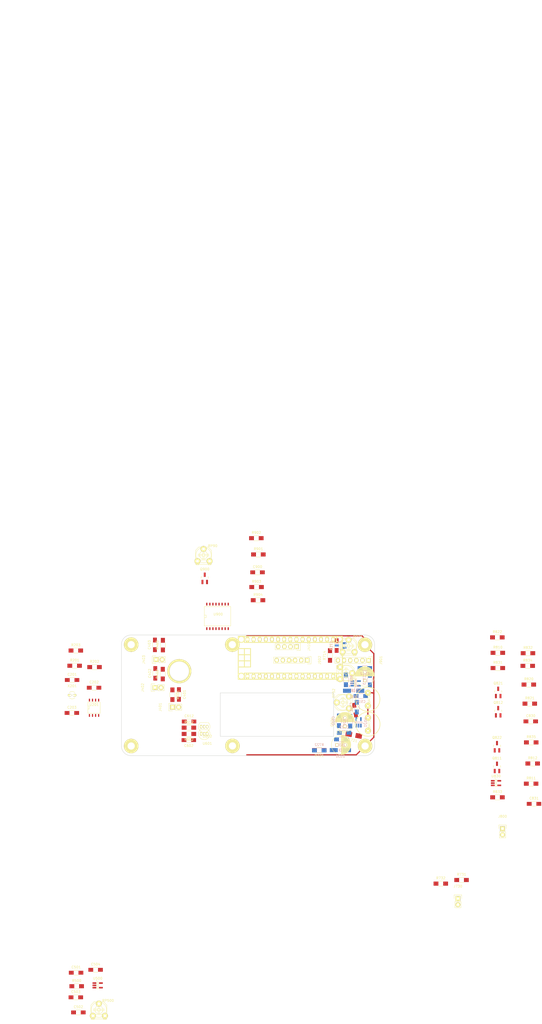
<source format=kicad_pcb>
(kicad_pcb (version 4) (host pcbnew 4.0.2-stable)

  (general
    (links 208)
    (no_connects 205)
    (area 47.324999 26.724999 152.475001 76.875001)
    (thickness 1.6)
    (drawings 237)
    (tracks 17)
    (zones 0)
    (modules 99)
    (nets 55)
  )

  (page A4)
  (layers
    (0 F.Cu signal)
    (31 B.Cu signal)
    (32 B.Adhes user)
    (33 F.Adhes user)
    (34 B.Paste user)
    (35 F.Paste user)
    (36 B.SilkS user)
    (37 F.SilkS user)
    (38 B.Mask user)
    (39 F.Mask user)
    (40 Dwgs.User user)
    (41 Cmts.User user)
    (42 Eco1.User user)
    (43 Eco2.User user)
    (44 Edge.Cuts user)
    (45 Margin user)
    (46 B.CrtYd user)
    (47 F.CrtYd user)
    (48 B.Fab user)
    (49 F.Fab user)
  )

  (setup
    (last_trace_width 0.5)
    (user_trace_width 0.2)
    (user_trace_width 0.5)
    (user_trace_width 1)
    (trace_clearance 0.2)
    (zone_clearance 0.2)
    (zone_45_only yes)
    (trace_min 0.2)
    (segment_width 0.2)
    (edge_width 0.1)
    (via_size 0.6)
    (via_drill 0.4)
    (via_min_size 0.4)
    (via_min_drill 0.3)
    (uvia_size 0.3)
    (uvia_drill 0.1)
    (uvias_allowed no)
    (uvia_min_size 0.2)
    (uvia_min_drill 0.1)
    (pcb_text_width 0.3)
    (pcb_text_size 1.5 1.5)
    (mod_edge_width 0.15)
    (mod_text_size 1 1)
    (mod_text_width 0.15)
    (pad_size 1.524 1.524)
    (pad_drill 0.762)
    (pad_to_mask_clearance 0.2)
    (aux_axis_origin 51.5 76.8)
    (visible_elements 7FFFFFEF)
    (pcbplotparams
      (layerselection 0x00030_80000001)
      (usegerberextensions false)
      (excludeedgelayer true)
      (linewidth 0.200000)
      (plotframeref false)
      (viasonmask false)
      (mode 1)
      (useauxorigin false)
      (hpglpennumber 1)
      (hpglpenspeed 20)
      (hpglpendiameter 15)
      (hpglpenoverlay 2)
      (psnegative false)
      (psa4output false)
      (plotreference true)
      (plotvalue true)
      (plotinvisibletext false)
      (padsonsilk false)
      (subtractmaskfromsilk false)
      (outputformat 1)
      (mirror false)
      (drillshape 1)
      (scaleselection 1)
      (outputdirectory ""))
  )

  (net 0 "")
  (net 1 "Net-(BAT1-Pad1)")
  (net 2 "Net-(BAT1-Pad2)")
  (net 3 GND)
  (net 4 "Net-(C201-Pad1)")
  (net 5 "Net-(C202-Pad1)")
  (net 6 V_rtc)
  (net 7 BP1)
  (net 8 BP2)
  (net 9 BP3)
  (net 10 V_sol)
  (net 11 "Net-(C503-Pad1)")
  (net 12 V_bat)
  (net 13 "Net-(C511-Pad1)")
  (net 14 "Net-(C513-Pad1)")
  (net 15 VCC)
  (net 16 "Net-(C522-Pad1)")
  (net 17 VPP)
  (net 18 quadA)
  (net 19 quadB)
  (net 20 V_ref)
  (net 21 M_imot)
  (net 22 SDA)
  (net 23 SCL)
  (net 24 alarm)
  (net 25 C_bkw)
  (net 26 C_frw)
  (net 27 charge_OFF)
  (net 28 M_bat)
  (net 29 M_sol)
  (net 30 mot_A)
  (net 31 mot_B)
  (net 32 "Net-(J901-Pad3)")
  (net 33 "Net-(J901-Pad4)")
  (net 34 "Net-(J901-Pad5)")
  (net 35 "Net-(J901-Pad6)")
  (net 36 "Net-(J902-Pad1)")
  (net 37 "Net-(J902-Pad2)")
  (net 38 "Net-(J902-Pad3)")
  (net 39 "Net-(J902-Pad4)")
  (net 40 "Net-(J902-Pad6)")
  (net 41 "Net-(Q811-Pad1)")
  (net 42 "Net-(Q811-Pad2)")
  (net 43 "Net-(Q812-Pad1)")
  (net 44 "Net-(Q821-Pad1)")
  (net 45 "Net-(Q822-Pad1)")
  (net 46 "Net-(Q900-Pad1)")
  (net 47 "Net-(R510-Pad2)")
  (net 48 VppEn)
  (net 49 "Net-(R831-Pad2)")
  (net 50 "Net-(R832-Pad2)")
  (net 51 "Net-(R833-Pad1)")
  (net 52 "Net-(R901-Pad1)")
  (net 53 "Net-(R902-Pad1)")
  (net 54 "Net-(RP71-Pad2)")

  (net_class Default "This is the default net class."
    (clearance 0.2)
    (trace_width 0.25)
    (via_dia 0.6)
    (via_drill 0.4)
    (uvia_dia 0.3)
    (uvia_drill 0.1)
    (add_net BP1)
    (add_net BP2)
    (add_net BP3)
    (add_net C_bkw)
    (add_net C_frw)
    (add_net GND)
    (add_net M_bat)
    (add_net M_imot)
    (add_net M_sol)
    (add_net "Net-(BAT1-Pad1)")
    (add_net "Net-(BAT1-Pad2)")
    (add_net "Net-(C201-Pad1)")
    (add_net "Net-(C202-Pad1)")
    (add_net "Net-(C503-Pad1)")
    (add_net "Net-(C511-Pad1)")
    (add_net "Net-(C513-Pad1)")
    (add_net "Net-(C522-Pad1)")
    (add_net "Net-(J901-Pad3)")
    (add_net "Net-(J901-Pad4)")
    (add_net "Net-(J901-Pad5)")
    (add_net "Net-(J901-Pad6)")
    (add_net "Net-(J902-Pad1)")
    (add_net "Net-(J902-Pad2)")
    (add_net "Net-(J902-Pad3)")
    (add_net "Net-(J902-Pad4)")
    (add_net "Net-(J902-Pad6)")
    (add_net "Net-(Q811-Pad1)")
    (add_net "Net-(Q811-Pad2)")
    (add_net "Net-(Q812-Pad1)")
    (add_net "Net-(Q821-Pad1)")
    (add_net "Net-(Q822-Pad1)")
    (add_net "Net-(Q900-Pad1)")
    (add_net "Net-(R510-Pad2)")
    (add_net "Net-(R831-Pad2)")
    (add_net "Net-(R832-Pad2)")
    (add_net "Net-(R833-Pad1)")
    (add_net "Net-(R901-Pad1)")
    (add_net "Net-(R902-Pad1)")
    (add_net "Net-(RP71-Pad2)")
    (add_net SCL)
    (add_net SDA)
    (add_net VCC)
    (add_net VPP)
    (add_net V_bat)
    (add_net V_ref)
    (add_net V_rtc)
    (add_net V_sol)
    (add_net VppEn)
    (add_net alarm)
    (add_net charge_OFF)
    (add_net mot_A)
    (add_net mot_B)
    (add_net quadA)
    (add_net quadB)
  )

  (module gdi:3mmPTH locked (layer F.Cu) (tedit 57F208AC) (tstamp 57EE44C3)
    (at 51.45 30.8)
    (path /57F232FB)
    (fp_text reference H1 (at 0 0.5) (layer F.SilkS)
      (effects (font (size 1 1) (thickness 0.15)))
    )
    (fp_text value hole (at 0 -0.5) (layer F.Fab)
      (effects (font (size 1 1) (thickness 0.15)))
    )
    (pad 1 thru_hole circle (at 0 0) (size 6 6) (drill 3) (layers *.Cu *.Mask F.SilkS)
      (net 3 GND))
  )

  (module gdi:HFC1025 (layer F.Cu) (tedit 57EE3F23) (tstamp 57EE4403)
    (at 149.65 63.75 90)
    (path /57F92ED9)
    (fp_text reference BAT1 (at 0 0.5 90) (layer F.SilkS)
      (effects (font (size 1 1) (thickness 0.15)))
    )
    (fp_text value BAT (at 0 -0.5 90) (layer F.Fab)
      (effects (font (size 1 1) (thickness 0.15)))
    )
    (fp_circle (center 0 0) (end 5 0) (layer F.SilkS) (width 0.25))
    (pad 1 thru_hole circle (at -2.7 0 90) (size 2.5 2.5) (drill 0.8) (layers *.Cu *.Mask F.SilkS)
      (net 1 "Net-(BAT1-Pad1)"))
    (pad 2 thru_hole circle (at 2.7 0 90) (size 2.5 2.5) (drill 0.8) (layers *.Cu *.Mask F.SilkS)
      (net 2 "Net-(BAT1-Pad2)"))
  )

  (module gdi:HFC1025 (layer F.Cu) (tedit 57EE3F23) (tstamp 57EE440A)
    (at 149.6 53.45 90)
    (path /57F9300B)
    (fp_text reference BAT2 (at 0 0.5 90) (layer F.SilkS)
      (effects (font (size 1 1) (thickness 0.15)))
    )
    (fp_text value BAT (at 0 -0.5 90) (layer F.Fab)
      (effects (font (size 1 1) (thickness 0.15)))
    )
    (fp_circle (center 0 0) (end 5 0) (layer F.SilkS) (width 0.25))
    (pad 1 thru_hole circle (at -2.7 0 90) (size 2.5 2.5) (drill 0.8) (layers *.Cu *.Mask F.SilkS)
      (net 2 "Net-(BAT1-Pad2)"))
    (pad 2 thru_hole circle (at 2.7 0 90) (size 2.5 2.5) (drill 0.8) (layers *.Cu *.Mask F.SilkS)
      (net 3 GND))
  )

  (module Capacitors_SMD:C_1206_HandSoldering (layer F.Cu) (tedit 541A9C03) (tstamp 57EE4410)
    (at 26.95 45.45)
    (descr "Capacitor SMD 1206, hand soldering")
    (tags "capacitor 1206")
    (path /573BFC1D)
    (attr smd)
    (fp_text reference C201 (at 0 -2.3) (layer F.SilkS)
      (effects (font (size 1 1) (thickness 0.15)))
    )
    (fp_text value 10p (at 0 2.3) (layer F.Fab)
      (effects (font (size 1 1) (thickness 0.15)))
    )
    (fp_line (start -3.3 -1.15) (end 3.3 -1.15) (layer F.CrtYd) (width 0.05))
    (fp_line (start -3.3 1.15) (end 3.3 1.15) (layer F.CrtYd) (width 0.05))
    (fp_line (start -3.3 -1.15) (end -3.3 1.15) (layer F.CrtYd) (width 0.05))
    (fp_line (start 3.3 -1.15) (end 3.3 1.15) (layer F.CrtYd) (width 0.05))
    (fp_line (start 1 -1.025) (end -1 -1.025) (layer F.SilkS) (width 0.15))
    (fp_line (start -1 1.025) (end 1 1.025) (layer F.SilkS) (width 0.15))
    (pad 1 smd rect (at -2 0) (size 2 1.6) (layers F.Cu F.Paste F.Mask)
      (net 4 "Net-(C201-Pad1)"))
    (pad 2 smd rect (at 2 0) (size 2 1.6) (layers F.Cu F.Paste F.Mask)
      (net 3 GND))
    (model Capacitors_SMD.3dshapes/C_1206_HandSoldering.wrl
      (at (xyz 0 0 0))
      (scale (xyz 1 1 1))
      (rotate (xyz 0 0 0))
    )
  )

  (module Capacitors_SMD:C_1206_HandSoldering (layer F.Cu) (tedit 541A9C03) (tstamp 57EE4416)
    (at 36.05 48.65)
    (descr "Capacitor SMD 1206, hand soldering")
    (tags "capacitor 1206")
    (path /573BFB1E)
    (attr smd)
    (fp_text reference C202 (at 0 -2.3) (layer F.SilkS)
      (effects (font (size 1 1) (thickness 0.15)))
    )
    (fp_text value 10p (at 0 2.3) (layer F.Fab)
      (effects (font (size 1 1) (thickness 0.15)))
    )
    (fp_line (start -3.3 -1.15) (end 3.3 -1.15) (layer F.CrtYd) (width 0.05))
    (fp_line (start -3.3 1.15) (end 3.3 1.15) (layer F.CrtYd) (width 0.05))
    (fp_line (start -3.3 -1.15) (end -3.3 1.15) (layer F.CrtYd) (width 0.05))
    (fp_line (start 3.3 -1.15) (end 3.3 1.15) (layer F.CrtYd) (width 0.05))
    (fp_line (start 1 -1.025) (end -1 -1.025) (layer F.SilkS) (width 0.15))
    (fp_line (start -1 1.025) (end 1 1.025) (layer F.SilkS) (width 0.15))
    (pad 1 smd rect (at -2 0) (size 2 1.6) (layers F.Cu F.Paste F.Mask)
      (net 5 "Net-(C202-Pad1)"))
    (pad 2 smd rect (at 2 0) (size 2 1.6) (layers F.Cu F.Paste F.Mask)
      (net 3 GND))
    (model Capacitors_SMD.3dshapes/C_1206_HandSoldering.wrl
      (at (xyz 0 0 0))
      (scale (xyz 1 1 1))
      (rotate (xyz 0 0 0))
    )
  )

  (module Capacitors_SMD:C_1206_HandSoldering (layer F.Cu) (tedit 541A9C03) (tstamp 57EE441C)
    (at 26.85 59.1)
    (descr "Capacitor SMD 1206, hand soldering")
    (tags "capacitor 1206")
    (path /573E00FC)
    (attr smd)
    (fp_text reference C203 (at 0 -2.3) (layer F.SilkS)
      (effects (font (size 1 1) (thickness 0.15)))
    )
    (fp_text value 10n (at 0 2.3) (layer F.Fab)
      (effects (font (size 1 1) (thickness 0.15)))
    )
    (fp_line (start -3.3 -1.15) (end 3.3 -1.15) (layer F.CrtYd) (width 0.05))
    (fp_line (start -3.3 1.15) (end 3.3 1.15) (layer F.CrtYd) (width 0.05))
    (fp_line (start -3.3 -1.15) (end -3.3 1.15) (layer F.CrtYd) (width 0.05))
    (fp_line (start 3.3 -1.15) (end 3.3 1.15) (layer F.CrtYd) (width 0.05))
    (fp_line (start 1 -1.025) (end -1 -1.025) (layer F.SilkS) (width 0.15))
    (fp_line (start -1 1.025) (end 1 1.025) (layer F.SilkS) (width 0.15))
    (pad 1 smd rect (at -2 0) (size 2 1.6) (layers F.Cu F.Paste F.Mask)
      (net 6 V_rtc))
    (pad 2 smd rect (at 2 0) (size 2 1.6) (layers F.Cu F.Paste F.Mask)
      (net 3 GND))
    (model Capacitors_SMD.3dshapes/C_1206_HandSoldering.wrl
      (at (xyz 0 0 0))
      (scale (xyz 1 1 1))
      (rotate (xyz 0 0 0))
    )
  )

  (module Capacitors_SMD:C_1206_HandSoldering (layer F.Cu) (tedit 541A9C03) (tstamp 57EE4422)
    (at 71.25 51.45 270)
    (descr "Capacitor SMD 1206, hand soldering")
    (tags "capacitor 1206")
    (path /573C838A)
    (attr smd)
    (fp_text reference C401 (at 0 -2.3 270) (layer F.SilkS)
      (effects (font (size 1 1) (thickness 0.15)))
    )
    (fp_text value 10n (at 0 2.3 270) (layer F.Fab)
      (effects (font (size 1 1) (thickness 0.15)))
    )
    (fp_line (start -3.3 -1.15) (end 3.3 -1.15) (layer F.CrtYd) (width 0.05))
    (fp_line (start -3.3 1.15) (end 3.3 1.15) (layer F.CrtYd) (width 0.05))
    (fp_line (start -3.3 -1.15) (end -3.3 1.15) (layer F.CrtYd) (width 0.05))
    (fp_line (start 3.3 -1.15) (end 3.3 1.15) (layer F.CrtYd) (width 0.05))
    (fp_line (start 1 -1.025) (end -1 -1.025) (layer F.SilkS) (width 0.15))
    (fp_line (start -1 1.025) (end 1 1.025) (layer F.SilkS) (width 0.15))
    (pad 1 smd rect (at -2 0 270) (size 2 1.6) (layers F.Cu F.Paste F.Mask)
      (net 7 BP1))
    (pad 2 smd rect (at 2 0 270) (size 2 1.6) (layers F.Cu F.Paste F.Mask)
      (net 3 GND))
    (model Capacitors_SMD.3dshapes/C_1206_HandSoldering.wrl
      (at (xyz 0 0 0))
      (scale (xyz 1 1 1))
      (rotate (xyz 0 0 0))
    )
  )

  (module Capacitors_SMD:C_1206_HandSoldering (layer F.Cu) (tedit 541A9C03) (tstamp 57EE4428)
    (at 61.45 42.7 90)
    (descr "Capacitor SMD 1206, hand soldering")
    (tags "capacitor 1206")
    (path /57C1BF1E)
    (attr smd)
    (fp_text reference C402 (at 0 -2.3 90) (layer F.SilkS)
      (effects (font (size 1 1) (thickness 0.15)))
    )
    (fp_text value 10n (at 0 2.3 90) (layer F.Fab)
      (effects (font (size 1 1) (thickness 0.15)))
    )
    (fp_line (start -3.3 -1.15) (end 3.3 -1.15) (layer F.CrtYd) (width 0.05))
    (fp_line (start -3.3 1.15) (end 3.3 1.15) (layer F.CrtYd) (width 0.05))
    (fp_line (start -3.3 -1.15) (end -3.3 1.15) (layer F.CrtYd) (width 0.05))
    (fp_line (start 3.3 -1.15) (end 3.3 1.15) (layer F.CrtYd) (width 0.05))
    (fp_line (start 1 -1.025) (end -1 -1.025) (layer F.SilkS) (width 0.15))
    (fp_line (start -1 1.025) (end 1 1.025) (layer F.SilkS) (width 0.15))
    (pad 1 smd rect (at -2 0 90) (size 2 1.6) (layers F.Cu F.Paste F.Mask)
      (net 8 BP2))
    (pad 2 smd rect (at 2 0 90) (size 2 1.6) (layers F.Cu F.Paste F.Mask)
      (net 3 GND))
    (model Capacitors_SMD.3dshapes/C_1206_HandSoldering.wrl
      (at (xyz 0 0 0))
      (scale (xyz 1 1 1))
      (rotate (xyz 0 0 0))
    )
  )

  (module Capacitors_SMD:C_1206_HandSoldering (layer F.Cu) (tedit 541A9C03) (tstamp 57EE442E)
    (at 61.3 30.9 90)
    (descr "Capacitor SMD 1206, hand soldering")
    (tags "capacitor 1206")
    (path /57C1C067)
    (attr smd)
    (fp_text reference C403 (at 0 -2.3 90) (layer F.SilkS)
      (effects (font (size 1 1) (thickness 0.15)))
    )
    (fp_text value 10n (at 0 2.3 90) (layer F.Fab)
      (effects (font (size 1 1) (thickness 0.15)))
    )
    (fp_line (start -3.3 -1.15) (end 3.3 -1.15) (layer F.CrtYd) (width 0.05))
    (fp_line (start -3.3 1.15) (end 3.3 1.15) (layer F.CrtYd) (width 0.05))
    (fp_line (start -3.3 -1.15) (end -3.3 1.15) (layer F.CrtYd) (width 0.05))
    (fp_line (start 3.3 -1.15) (end 3.3 1.15) (layer F.CrtYd) (width 0.05))
    (fp_line (start 1 -1.025) (end -1 -1.025) (layer F.SilkS) (width 0.15))
    (fp_line (start -1 1.025) (end 1 1.025) (layer F.SilkS) (width 0.15))
    (pad 1 smd rect (at -2 0 90) (size 2 1.6) (layers F.Cu F.Paste F.Mask)
      (net 9 BP3))
    (pad 2 smd rect (at 2 0 90) (size 2 1.6) (layers F.Cu F.Paste F.Mask)
      (net 3 GND))
    (model Capacitors_SMD.3dshapes/C_1206_HandSoldering.wrl
      (at (xyz 0 0 0))
      (scale (xyz 1 1 1))
      (rotate (xyz 0 0 0))
    )
  )

  (module Capacitors_SMD:C_1206_HandSoldering (layer F.Cu) (tedit 541A9C03) (tstamp 57EE4434)
    (at 28.6 166.7)
    (descr "Capacitor SMD 1206, hand soldering")
    (tags "capacitor 1206")
    (path /57C0AF26)
    (attr smd)
    (fp_text reference C501 (at 0 -2.3) (layer F.SilkS)
      (effects (font (size 1 1) (thickness 0.15)))
    )
    (fp_text value 10uF (at 0 2.3) (layer F.Fab)
      (effects (font (size 1 1) (thickness 0.15)))
    )
    (fp_line (start -3.3 -1.15) (end 3.3 -1.15) (layer F.CrtYd) (width 0.05))
    (fp_line (start -3.3 1.15) (end 3.3 1.15) (layer F.CrtYd) (width 0.05))
    (fp_line (start -3.3 -1.15) (end -3.3 1.15) (layer F.CrtYd) (width 0.05))
    (fp_line (start 3.3 -1.15) (end 3.3 1.15) (layer F.CrtYd) (width 0.05))
    (fp_line (start 1 -1.025) (end -1 -1.025) (layer F.SilkS) (width 0.15))
    (fp_line (start -1 1.025) (end 1 1.025) (layer F.SilkS) (width 0.15))
    (pad 1 smd rect (at -2 0) (size 2 1.6) (layers F.Cu F.Paste F.Mask)
      (net 10 V_sol))
    (pad 2 smd rect (at 2 0) (size 2 1.6) (layers F.Cu F.Paste F.Mask)
      (net 3 GND))
    (model Capacitors_SMD.3dshapes/C_1206_HandSoldering.wrl
      (at (xyz 0 0 0))
      (scale (xyz 1 1 1))
      (rotate (xyz 0 0 0))
    )
  )

  (module Capacitors_SMD:C_1206_HandSoldering (layer F.Cu) (tedit 541A9C03) (tstamp 57EE443A)
    (at 29.55 183.15)
    (descr "Capacitor SMD 1206, hand soldering")
    (tags "capacitor 1206")
    (path /57C08080)
    (attr smd)
    (fp_text reference C502 (at 0 -2.3) (layer F.SilkS)
      (effects (font (size 1 1) (thickness 0.15)))
    )
    (fp_text value 10n (at 0 2.3) (layer F.Fab)
      (effects (font (size 1 1) (thickness 0.15)))
    )
    (fp_line (start -3.3 -1.15) (end 3.3 -1.15) (layer F.CrtYd) (width 0.05))
    (fp_line (start -3.3 1.15) (end 3.3 1.15) (layer F.CrtYd) (width 0.05))
    (fp_line (start -3.3 -1.15) (end -3.3 1.15) (layer F.CrtYd) (width 0.05))
    (fp_line (start 3.3 -1.15) (end 3.3 1.15) (layer F.CrtYd) (width 0.05))
    (fp_line (start 1 -1.025) (end -1 -1.025) (layer F.SilkS) (width 0.15))
    (fp_line (start -1 1.025) (end 1 1.025) (layer F.SilkS) (width 0.15))
    (pad 1 smd rect (at -2 0) (size 2 1.6) (layers F.Cu F.Paste F.Mask)
      (net 10 V_sol))
    (pad 2 smd rect (at 2 0) (size 2 1.6) (layers F.Cu F.Paste F.Mask)
      (net 3 GND))
    (model Capacitors_SMD.3dshapes/C_1206_HandSoldering.wrl
      (at (xyz 0 0 0))
      (scale (xyz 1 1 1))
      (rotate (xyz 0 0 0))
    )
  )

  (module Capacitors_SMD:C_1206_HandSoldering (layer F.Cu) (tedit 541A9C03) (tstamp 57EE4440)
    (at 28.5 176.9)
    (descr "Capacitor SMD 1206, hand soldering")
    (tags "capacitor 1206")
    (path /57C110DB)
    (attr smd)
    (fp_text reference C503 (at 0 -2.3) (layer F.SilkS)
      (effects (font (size 1 1) (thickness 0.15)))
    )
    (fp_text value 10n (at 0 2.3) (layer F.Fab)
      (effects (font (size 1 1) (thickness 0.15)))
    )
    (fp_line (start -3.3 -1.15) (end 3.3 -1.15) (layer F.CrtYd) (width 0.05))
    (fp_line (start -3.3 1.15) (end 3.3 1.15) (layer F.CrtYd) (width 0.05))
    (fp_line (start -3.3 -1.15) (end -3.3 1.15) (layer F.CrtYd) (width 0.05))
    (fp_line (start 3.3 -1.15) (end 3.3 1.15) (layer F.CrtYd) (width 0.05))
    (fp_line (start 1 -1.025) (end -1 -1.025) (layer F.SilkS) (width 0.15))
    (fp_line (start -1 1.025) (end 1 1.025) (layer F.SilkS) (width 0.15))
    (pad 1 smd rect (at -2 0) (size 2 1.6) (layers F.Cu F.Paste F.Mask)
      (net 11 "Net-(C503-Pad1)"))
    (pad 2 smd rect (at 2 0) (size 2 1.6) (layers F.Cu F.Paste F.Mask)
      (net 3 GND))
    (model Capacitors_SMD.3dshapes/C_1206_HandSoldering.wrl
      (at (xyz 0 0 0))
      (scale (xyz 1 1 1))
      (rotate (xyz 0 0 0))
    )
  )

  (module Capacitors_SMD:C_1206_HandSoldering (layer F.Cu) (tedit 541A9C03) (tstamp 57EE4446)
    (at 36.7 165.5)
    (descr "Capacitor SMD 1206, hand soldering")
    (tags "capacitor 1206")
    (path /57C12788)
    (attr smd)
    (fp_text reference C504 (at 0 -2.3) (layer F.SilkS)
      (effects (font (size 1 1) (thickness 0.15)))
    )
    (fp_text value 10uF (at 0 2.3) (layer F.Fab)
      (effects (font (size 1 1) (thickness 0.15)))
    )
    (fp_line (start -3.3 -1.15) (end 3.3 -1.15) (layer F.CrtYd) (width 0.05))
    (fp_line (start -3.3 1.15) (end 3.3 1.15) (layer F.CrtYd) (width 0.05))
    (fp_line (start -3.3 -1.15) (end -3.3 1.15) (layer F.CrtYd) (width 0.05))
    (fp_line (start 3.3 -1.15) (end 3.3 1.15) (layer F.CrtYd) (width 0.05))
    (fp_line (start 1 -1.025) (end -1 -1.025) (layer F.SilkS) (width 0.15))
    (fp_line (start -1 1.025) (end 1 1.025) (layer F.SilkS) (width 0.15))
    (pad 1 smd rect (at -2 0) (size 2 1.6) (layers F.Cu F.Paste F.Mask)
      (net 12 V_bat))
    (pad 2 smd rect (at 2 0) (size 2 1.6) (layers F.Cu F.Paste F.Mask)
      (net 3 GND))
    (model Capacitors_SMD.3dshapes/C_1206_HandSoldering.wrl
      (at (xyz 0 0 0))
      (scale (xyz 1 1 1))
      (rotate (xyz 0 0 0))
    )
  )

  (module Capacitors_ThroughHole:C_Radial_D8_L11.5_P3.5 (layer F.Cu) (tedit 0) (tstamp 57EE444C)
    (at 148.35 45.7 90)
    (descr "Radial Electrolytic Capacitor Diameter 8mm x Length 11.5mm, Pitch 3.5mm")
    (tags "Electrolytic Capacitor")
    (path /57EE1809)
    (fp_text reference C511 (at 1.75 -5.3 90) (layer F.SilkS)
      (effects (font (size 1 1) (thickness 0.15)))
    )
    (fp_text value 470uF (at 1.75 5.3 90) (layer F.Fab)
      (effects (font (size 1 1) (thickness 0.15)))
    )
    (fp_line (start 1.825 -3.999) (end 1.825 3.999) (layer F.SilkS) (width 0.15))
    (fp_line (start 1.965 -3.994) (end 1.965 3.994) (layer F.SilkS) (width 0.15))
    (fp_line (start 2.105 -3.984) (end 2.105 3.984) (layer F.SilkS) (width 0.15))
    (fp_line (start 2.245 -3.969) (end 2.245 3.969) (layer F.SilkS) (width 0.15))
    (fp_line (start 2.385 -3.949) (end 2.385 3.949) (layer F.SilkS) (width 0.15))
    (fp_line (start 2.525 -3.924) (end 2.525 -0.222) (layer F.SilkS) (width 0.15))
    (fp_line (start 2.525 0.222) (end 2.525 3.924) (layer F.SilkS) (width 0.15))
    (fp_line (start 2.665 -3.894) (end 2.665 -0.55) (layer F.SilkS) (width 0.15))
    (fp_line (start 2.665 0.55) (end 2.665 3.894) (layer F.SilkS) (width 0.15))
    (fp_line (start 2.805 -3.858) (end 2.805 -0.719) (layer F.SilkS) (width 0.15))
    (fp_line (start 2.805 0.719) (end 2.805 3.858) (layer F.SilkS) (width 0.15))
    (fp_line (start 2.945 -3.817) (end 2.945 -0.832) (layer F.SilkS) (width 0.15))
    (fp_line (start 2.945 0.832) (end 2.945 3.817) (layer F.SilkS) (width 0.15))
    (fp_line (start 3.085 -3.771) (end 3.085 -0.91) (layer F.SilkS) (width 0.15))
    (fp_line (start 3.085 0.91) (end 3.085 3.771) (layer F.SilkS) (width 0.15))
    (fp_line (start 3.225 -3.718) (end 3.225 -0.961) (layer F.SilkS) (width 0.15))
    (fp_line (start 3.225 0.961) (end 3.225 3.718) (layer F.SilkS) (width 0.15))
    (fp_line (start 3.365 -3.659) (end 3.365 -0.991) (layer F.SilkS) (width 0.15))
    (fp_line (start 3.365 0.991) (end 3.365 3.659) (layer F.SilkS) (width 0.15))
    (fp_line (start 3.505 -3.594) (end 3.505 -1) (layer F.SilkS) (width 0.15))
    (fp_line (start 3.505 1) (end 3.505 3.594) (layer F.SilkS) (width 0.15))
    (fp_line (start 3.645 -3.523) (end 3.645 -0.989) (layer F.SilkS) (width 0.15))
    (fp_line (start 3.645 0.989) (end 3.645 3.523) (layer F.SilkS) (width 0.15))
    (fp_line (start 3.785 -3.444) (end 3.785 -0.959) (layer F.SilkS) (width 0.15))
    (fp_line (start 3.785 0.959) (end 3.785 3.444) (layer F.SilkS) (width 0.15))
    (fp_line (start 3.925 -3.357) (end 3.925 -0.905) (layer F.SilkS) (width 0.15))
    (fp_line (start 3.925 0.905) (end 3.925 3.357) (layer F.SilkS) (width 0.15))
    (fp_line (start 4.065 -3.262) (end 4.065 -0.825) (layer F.SilkS) (width 0.15))
    (fp_line (start 4.065 0.825) (end 4.065 3.262) (layer F.SilkS) (width 0.15))
    (fp_line (start 4.205 -3.158) (end 4.205 -0.709) (layer F.SilkS) (width 0.15))
    (fp_line (start 4.205 0.709) (end 4.205 3.158) (layer F.SilkS) (width 0.15))
    (fp_line (start 4.345 -3.044) (end 4.345 -0.535) (layer F.SilkS) (width 0.15))
    (fp_line (start 4.345 0.535) (end 4.345 3.044) (layer F.SilkS) (width 0.15))
    (fp_line (start 4.485 -2.919) (end 4.485 -0.173) (layer F.SilkS) (width 0.15))
    (fp_line (start 4.485 0.173) (end 4.485 2.919) (layer F.SilkS) (width 0.15))
    (fp_line (start 4.625 -2.781) (end 4.625 2.781) (layer F.SilkS) (width 0.15))
    (fp_line (start 4.765 -2.629) (end 4.765 2.629) (layer F.SilkS) (width 0.15))
    (fp_line (start 4.905 -2.459) (end 4.905 2.459) (layer F.SilkS) (width 0.15))
    (fp_line (start 5.045 -2.268) (end 5.045 2.268) (layer F.SilkS) (width 0.15))
    (fp_line (start 5.185 -2.05) (end 5.185 2.05) (layer F.SilkS) (width 0.15))
    (fp_line (start 5.325 -1.794) (end 5.325 1.794) (layer F.SilkS) (width 0.15))
    (fp_line (start 5.465 -1.483) (end 5.465 1.483) (layer F.SilkS) (width 0.15))
    (fp_line (start 5.605 -1.067) (end 5.605 1.067) (layer F.SilkS) (width 0.15))
    (fp_line (start 5.745 -0.2) (end 5.745 0.2) (layer F.SilkS) (width 0.15))
    (fp_circle (center 3.5 0) (end 3.5 -1) (layer F.SilkS) (width 0.15))
    (fp_circle (center 1.75 0) (end 1.75 -4.0375) (layer F.SilkS) (width 0.15))
    (fp_circle (center 1.75 0) (end 1.75 -4.3) (layer F.CrtYd) (width 0.05))
    (pad 2 thru_hole circle (at 3.5 0 90) (size 1.3 1.3) (drill 0.8) (layers *.Cu *.Mask F.SilkS)
      (net 3 GND))
    (pad 1 thru_hole rect (at 0 0 90) (size 1.3 1.3) (drill 0.8) (layers *.Cu *.Mask F.SilkS)
      (net 13 "Net-(C511-Pad1)"))
    (model Capacitors_ThroughHole.3dshapes/C_Radial_D8_L11.5_P3.5.wrl
      (at (xyz 0 0 0))
      (scale (xyz 1 1 1))
      (rotate (xyz 0 0 0))
    )
  )

  (module Capacitors_SMD:C_1206_HandSoldering (layer B.Cu) (tedit 541A9C03) (tstamp 57EE4452)
    (at 148.35 40.5)
    (descr "Capacitor SMD 1206, hand soldering")
    (tags "capacitor 1206")
    (path /57EDDFD5)
    (attr smd)
    (fp_text reference C512 (at 0 2.3) (layer B.SilkS)
      (effects (font (size 1 1) (thickness 0.15)) (justify mirror))
    )
    (fp_text value 10uF (at 0 -2.3) (layer B.Fab)
      (effects (font (size 1 1) (thickness 0.15)) (justify mirror))
    )
    (fp_line (start -3.3 1.15) (end 3.3 1.15) (layer B.CrtYd) (width 0.05))
    (fp_line (start -3.3 -1.15) (end 3.3 -1.15) (layer B.CrtYd) (width 0.05))
    (fp_line (start -3.3 1.15) (end -3.3 -1.15) (layer B.CrtYd) (width 0.05))
    (fp_line (start 3.3 1.15) (end 3.3 -1.15) (layer B.CrtYd) (width 0.05))
    (fp_line (start 1 1.025) (end -1 1.025) (layer B.SilkS) (width 0.15))
    (fp_line (start -1 -1.025) (end 1 -1.025) (layer B.SilkS) (width 0.15))
    (pad 1 smd rect (at -2 0) (size 2 1.6) (layers B.Cu B.Paste B.Mask)
      (net 13 "Net-(C511-Pad1)"))
    (pad 2 smd rect (at 2 0) (size 2 1.6) (layers B.Cu B.Paste B.Mask)
      (net 3 GND))
    (model Capacitors_SMD.3dshapes/C_1206_HandSoldering.wrl
      (at (xyz 0 0 0))
      (scale (xyz 1 1 1))
      (rotate (xyz 0 0 0))
    )
  )

  (module Capacitors_SMD:C_1206_HandSoldering (layer B.Cu) (tedit 541A9C03) (tstamp 57EE4458)
    (at 150.45 45.5 270)
    (descr "Capacitor SMD 1206, hand soldering")
    (tags "capacitor 1206")
    (path /57EDDFCF)
    (attr smd)
    (fp_text reference C513 (at 0 2.3 270) (layer B.SilkS)
      (effects (font (size 1 1) (thickness 0.15)) (justify mirror))
    )
    (fp_text value 10n (at 0 -2.3 270) (layer B.Fab)
      (effects (font (size 1 1) (thickness 0.15)) (justify mirror))
    )
    (fp_line (start -3.3 1.15) (end 3.3 1.15) (layer B.CrtYd) (width 0.05))
    (fp_line (start -3.3 -1.15) (end 3.3 -1.15) (layer B.CrtYd) (width 0.05))
    (fp_line (start -3.3 1.15) (end -3.3 -1.15) (layer B.CrtYd) (width 0.05))
    (fp_line (start 3.3 1.15) (end 3.3 -1.15) (layer B.CrtYd) (width 0.05))
    (fp_line (start 1 1.025) (end -1 1.025) (layer B.SilkS) (width 0.15))
    (fp_line (start -1 -1.025) (end 1 -1.025) (layer B.SilkS) (width 0.15))
    (pad 1 smd rect (at -2 0 270) (size 2 1.6) (layers B.Cu B.Paste B.Mask)
      (net 14 "Net-(C513-Pad1)"))
    (pad 2 smd rect (at 2 0 270) (size 2 1.6) (layers B.Cu B.Paste B.Mask)
      (net 3 GND))
    (model Capacitors_SMD.3dshapes/C_1206_HandSoldering.wrl
      (at (xyz 0 0 0))
      (scale (xyz 1 1 1))
      (rotate (xyz 0 0 0))
    )
  )

  (module Capacitors_SMD:C_1206_HandSoldering (layer B.Cu) (tedit 541A9C03) (tstamp 57EE445E)
    (at 146.7 52.1)
    (descr "Capacitor SMD 1206, hand soldering")
    (tags "capacitor 1206")
    (path /57EDDFB1)
    (attr smd)
    (fp_text reference C514 (at 0 2.3) (layer B.SilkS)
      (effects (font (size 1 1) (thickness 0.15)) (justify mirror))
    )
    (fp_text value 10uF (at 0 -2.3) (layer B.Fab)
      (effects (font (size 1 1) (thickness 0.15)) (justify mirror))
    )
    (fp_line (start -3.3 1.15) (end 3.3 1.15) (layer B.CrtYd) (width 0.05))
    (fp_line (start -3.3 -1.15) (end 3.3 -1.15) (layer B.CrtYd) (width 0.05))
    (fp_line (start -3.3 1.15) (end -3.3 -1.15) (layer B.CrtYd) (width 0.05))
    (fp_line (start 3.3 1.15) (end 3.3 -1.15) (layer B.CrtYd) (width 0.05))
    (fp_line (start 1 1.025) (end -1 1.025) (layer B.SilkS) (width 0.15))
    (fp_line (start -1 -1.025) (end 1 -1.025) (layer B.SilkS) (width 0.15))
    (pad 1 smd rect (at -2 0) (size 2 1.6) (layers B.Cu B.Paste B.Mask)
      (net 15 VCC))
    (pad 2 smd rect (at 2 0) (size 2 1.6) (layers B.Cu B.Paste B.Mask)
      (net 3 GND))
    (model Capacitors_SMD.3dshapes/C_1206_HandSoldering.wrl
      (at (xyz 0 0 0))
      (scale (xyz 1 1 1))
      (rotate (xyz 0 0 0))
    )
  )

  (module Capacitors_SMD:C_1206_HandSoldering (layer B.Cu) (tedit 541A9C03) (tstamp 57EE4464)
    (at 145 56.7 270)
    (descr "Capacitor SMD 1206, hand soldering")
    (tags "capacitor 1206")
    (path /57F6986D)
    (attr smd)
    (fp_text reference C521 (at 0 2.3 270) (layer B.SilkS)
      (effects (font (size 1 1) (thickness 0.15)) (justify mirror))
    )
    (fp_text value 10uF (at 0 -2.3 270) (layer B.Fab)
      (effects (font (size 1 1) (thickness 0.15)) (justify mirror))
    )
    (fp_line (start -3.3 1.15) (end 3.3 1.15) (layer B.CrtYd) (width 0.05))
    (fp_line (start -3.3 -1.15) (end 3.3 -1.15) (layer B.CrtYd) (width 0.05))
    (fp_line (start -3.3 1.15) (end -3.3 -1.15) (layer B.CrtYd) (width 0.05))
    (fp_line (start 3.3 1.15) (end 3.3 -1.15) (layer B.CrtYd) (width 0.05))
    (fp_line (start 1 1.025) (end -1 1.025) (layer B.SilkS) (width 0.15))
    (fp_line (start -1 -1.025) (end 1 -1.025) (layer B.SilkS) (width 0.15))
    (pad 1 smd rect (at -2 0 270) (size 2 1.6) (layers B.Cu B.Paste B.Mask)
      (net 12 V_bat))
    (pad 2 smd rect (at 2 0 270) (size 2 1.6) (layers B.Cu B.Paste B.Mask)
      (net 3 GND))
    (model Capacitors_SMD.3dshapes/C_1206_HandSoldering.wrl
      (at (xyz 0 0 0))
      (scale (xyz 1 1 1))
      (rotate (xyz 0 0 0))
    )
  )

  (module Capacitors_SMD:C_1206_HandSoldering (layer B.Cu) (tedit 541A9C03) (tstamp 57EE446A)
    (at 137.6 62.35 270)
    (descr "Capacitor SMD 1206, hand soldering")
    (tags "capacitor 1206")
    (path /57F6989F)
    (attr smd)
    (fp_text reference C522 (at 0 2.3 270) (layer B.SilkS)
      (effects (font (size 1 1) (thickness 0.15)) (justify mirror))
    )
    (fp_text value 10n (at 0 -2.3 270) (layer B.Fab)
      (effects (font (size 1 1) (thickness 0.15)) (justify mirror))
    )
    (fp_line (start -3.3 1.15) (end 3.3 1.15) (layer B.CrtYd) (width 0.05))
    (fp_line (start -3.3 -1.15) (end 3.3 -1.15) (layer B.CrtYd) (width 0.05))
    (fp_line (start -3.3 1.15) (end -3.3 -1.15) (layer B.CrtYd) (width 0.05))
    (fp_line (start 3.3 1.15) (end 3.3 -1.15) (layer B.CrtYd) (width 0.05))
    (fp_line (start 1 1.025) (end -1 1.025) (layer B.SilkS) (width 0.15))
    (fp_line (start -1 -1.025) (end 1 -1.025) (layer B.SilkS) (width 0.15))
    (pad 1 smd rect (at -2 0 270) (size 2 1.6) (layers B.Cu B.Paste B.Mask)
      (net 16 "Net-(C522-Pad1)"))
    (pad 2 smd rect (at 2 0 270) (size 2 1.6) (layers B.Cu B.Paste B.Mask)
      (net 3 GND))
    (model Capacitors_SMD.3dshapes/C_1206_HandSoldering.wrl
      (at (xyz 0 0 0))
      (scale (xyz 1 1 1))
      (rotate (xyz 0 0 0))
    )
  )

  (module Capacitors_SMD:C_1206_HandSoldering (layer B.Cu) (tedit 541A9C03) (tstamp 57EE4470)
    (at 139.75 67.3 180)
    (descr "Capacitor SMD 1206, hand soldering")
    (tags "capacitor 1206")
    (path /57F6984F)
    (attr smd)
    (fp_text reference C523 (at 0 2.3 180) (layer B.SilkS)
      (effects (font (size 1 1) (thickness 0.15)) (justify mirror))
    )
    (fp_text value 10uF (at 0 -2.3 180) (layer B.Fab)
      (effects (font (size 1 1) (thickness 0.15)) (justify mirror))
    )
    (fp_line (start -3.3 1.15) (end 3.3 1.15) (layer B.CrtYd) (width 0.05))
    (fp_line (start -3.3 -1.15) (end 3.3 -1.15) (layer B.CrtYd) (width 0.05))
    (fp_line (start -3.3 1.15) (end -3.3 -1.15) (layer B.CrtYd) (width 0.05))
    (fp_line (start 3.3 1.15) (end 3.3 -1.15) (layer B.CrtYd) (width 0.05))
    (fp_line (start 1 1.025) (end -1 1.025) (layer B.SilkS) (width 0.15))
    (fp_line (start -1 -1.025) (end 1 -1.025) (layer B.SilkS) (width 0.15))
    (pad 1 smd rect (at -2 0 180) (size 2 1.6) (layers B.Cu B.Paste B.Mask)
      (net 17 VPP))
    (pad 2 smd rect (at 2 0 180) (size 2 1.6) (layers B.Cu B.Paste B.Mask)
      (net 3 GND))
    (model Capacitors_SMD.3dshapes/C_1206_HandSoldering.wrl
      (at (xyz 0 0 0))
      (scale (xyz 1 1 1))
      (rotate (xyz 0 0 0))
    )
  )

  (module Capacitors_ThroughHole:C_Radial_D8_L11.5_P3.5 (layer F.Cu) (tedit 0) (tstamp 57EE4476)
    (at 140.075 64.625 90)
    (descr "Radial Electrolytic Capacitor Diameter 8mm x Length 11.5mm, Pitch 3.5mm")
    (tags "Electrolytic Capacitor")
    (path /57F6988B)
    (fp_text reference C524 (at 1.75 -5.3 90) (layer F.SilkS)
      (effects (font (size 1 1) (thickness 0.15)))
    )
    (fp_text value 470uF (at 1.75 5.3 90) (layer F.Fab)
      (effects (font (size 1 1) (thickness 0.15)))
    )
    (fp_line (start 1.825 -3.999) (end 1.825 3.999) (layer F.SilkS) (width 0.15))
    (fp_line (start 1.965 -3.994) (end 1.965 3.994) (layer F.SilkS) (width 0.15))
    (fp_line (start 2.105 -3.984) (end 2.105 3.984) (layer F.SilkS) (width 0.15))
    (fp_line (start 2.245 -3.969) (end 2.245 3.969) (layer F.SilkS) (width 0.15))
    (fp_line (start 2.385 -3.949) (end 2.385 3.949) (layer F.SilkS) (width 0.15))
    (fp_line (start 2.525 -3.924) (end 2.525 -0.222) (layer F.SilkS) (width 0.15))
    (fp_line (start 2.525 0.222) (end 2.525 3.924) (layer F.SilkS) (width 0.15))
    (fp_line (start 2.665 -3.894) (end 2.665 -0.55) (layer F.SilkS) (width 0.15))
    (fp_line (start 2.665 0.55) (end 2.665 3.894) (layer F.SilkS) (width 0.15))
    (fp_line (start 2.805 -3.858) (end 2.805 -0.719) (layer F.SilkS) (width 0.15))
    (fp_line (start 2.805 0.719) (end 2.805 3.858) (layer F.SilkS) (width 0.15))
    (fp_line (start 2.945 -3.817) (end 2.945 -0.832) (layer F.SilkS) (width 0.15))
    (fp_line (start 2.945 0.832) (end 2.945 3.817) (layer F.SilkS) (width 0.15))
    (fp_line (start 3.085 -3.771) (end 3.085 -0.91) (layer F.SilkS) (width 0.15))
    (fp_line (start 3.085 0.91) (end 3.085 3.771) (layer F.SilkS) (width 0.15))
    (fp_line (start 3.225 -3.718) (end 3.225 -0.961) (layer F.SilkS) (width 0.15))
    (fp_line (start 3.225 0.961) (end 3.225 3.718) (layer F.SilkS) (width 0.15))
    (fp_line (start 3.365 -3.659) (end 3.365 -0.991) (layer F.SilkS) (width 0.15))
    (fp_line (start 3.365 0.991) (end 3.365 3.659) (layer F.SilkS) (width 0.15))
    (fp_line (start 3.505 -3.594) (end 3.505 -1) (layer F.SilkS) (width 0.15))
    (fp_line (start 3.505 1) (end 3.505 3.594) (layer F.SilkS) (width 0.15))
    (fp_line (start 3.645 -3.523) (end 3.645 -0.989) (layer F.SilkS) (width 0.15))
    (fp_line (start 3.645 0.989) (end 3.645 3.523) (layer F.SilkS) (width 0.15))
    (fp_line (start 3.785 -3.444) (end 3.785 -0.959) (layer F.SilkS) (width 0.15))
    (fp_line (start 3.785 0.959) (end 3.785 3.444) (layer F.SilkS) (width 0.15))
    (fp_line (start 3.925 -3.357) (end 3.925 -0.905) (layer F.SilkS) (width 0.15))
    (fp_line (start 3.925 0.905) (end 3.925 3.357) (layer F.SilkS) (width 0.15))
    (fp_line (start 4.065 -3.262) (end 4.065 -0.825) (layer F.SilkS) (width 0.15))
    (fp_line (start 4.065 0.825) (end 4.065 3.262) (layer F.SilkS) (width 0.15))
    (fp_line (start 4.205 -3.158) (end 4.205 -0.709) (layer F.SilkS) (width 0.15))
    (fp_line (start 4.205 0.709) (end 4.205 3.158) (layer F.SilkS) (width 0.15))
    (fp_line (start 4.345 -3.044) (end 4.345 -0.535) (layer F.SilkS) (width 0.15))
    (fp_line (start 4.345 0.535) (end 4.345 3.044) (layer F.SilkS) (width 0.15))
    (fp_line (start 4.485 -2.919) (end 4.485 -0.173) (layer F.SilkS) (width 0.15))
    (fp_line (start 4.485 0.173) (end 4.485 2.919) (layer F.SilkS) (width 0.15))
    (fp_line (start 4.625 -2.781) (end 4.625 2.781) (layer F.SilkS) (width 0.15))
    (fp_line (start 4.765 -2.629) (end 4.765 2.629) (layer F.SilkS) (width 0.15))
    (fp_line (start 4.905 -2.459) (end 4.905 2.459) (layer F.SilkS) (width 0.15))
    (fp_line (start 5.045 -2.268) (end 5.045 2.268) (layer F.SilkS) (width 0.15))
    (fp_line (start 5.185 -2.05) (end 5.185 2.05) (layer F.SilkS) (width 0.15))
    (fp_line (start 5.325 -1.794) (end 5.325 1.794) (layer F.SilkS) (width 0.15))
    (fp_line (start 5.465 -1.483) (end 5.465 1.483) (layer F.SilkS) (width 0.15))
    (fp_line (start 5.605 -1.067) (end 5.605 1.067) (layer F.SilkS) (width 0.15))
    (fp_line (start 5.745 -0.2) (end 5.745 0.2) (layer F.SilkS) (width 0.15))
    (fp_circle (center 3.5 0) (end 3.5 -1) (layer F.SilkS) (width 0.15))
    (fp_circle (center 1.75 0) (end 1.75 -4.0375) (layer F.SilkS) (width 0.15))
    (fp_circle (center 1.75 0) (end 1.75 -4.3) (layer F.CrtYd) (width 0.05))
    (pad 2 thru_hole circle (at 3.5 0 90) (size 1.3 1.3) (drill 0.8) (layers *.Cu *.Mask F.SilkS)
      (net 3 GND))
    (pad 1 thru_hole rect (at 0 0 90) (size 1.3 1.3) (drill 0.8) (layers *.Cu *.Mask F.SilkS)
      (net 17 VPP))
    (model Capacitors_ThroughHole.3dshapes/C_Radial_D8_L11.5_P3.5.wrl
      (at (xyz 0 0 0))
      (scale (xyz 1 1 1))
      (rotate (xyz 0 0 0))
    )
  )

  (module Capacitors_SMD:C_1206_HandSoldering (layer B.Cu) (tedit 541A9C03) (tstamp 57EE447C)
    (at 138.6 70.05)
    (descr "Capacitor SMD 1206, hand soldering")
    (tags "capacitor 1206")
    (path /57F006A5)
    (attr smd)
    (fp_text reference C531 (at 0 2.3) (layer B.SilkS)
      (effects (font (size 1 1) (thickness 0.15)) (justify mirror))
    )
    (fp_text value 10uF (at 0 -2.3) (layer B.Fab)
      (effects (font (size 1 1) (thickness 0.15)) (justify mirror))
    )
    (fp_line (start -3.3 1.15) (end 3.3 1.15) (layer B.CrtYd) (width 0.05))
    (fp_line (start -3.3 -1.15) (end 3.3 -1.15) (layer B.CrtYd) (width 0.05))
    (fp_line (start -3.3 1.15) (end -3.3 -1.15) (layer B.CrtYd) (width 0.05))
    (fp_line (start 3.3 1.15) (end 3.3 -1.15) (layer B.CrtYd) (width 0.05))
    (fp_line (start 1 1.025) (end -1 1.025) (layer B.SilkS) (width 0.15))
    (fp_line (start -1 -1.025) (end 1 -1.025) (layer B.SilkS) (width 0.15))
    (pad 1 smd rect (at -2 0) (size 2 1.6) (layers B.Cu B.Paste B.Mask)
      (net 6 V_rtc))
    (pad 2 smd rect (at 2 0) (size 2 1.6) (layers B.Cu B.Paste B.Mask)
      (net 3 GND))
    (model Capacitors_SMD.3dshapes/C_1206_HandSoldering.wrl
      (at (xyz 0 0 0))
      (scale (xyz 1 1 1))
      (rotate (xyz 0 0 0))
    )
  )

  (module Capacitors_ThroughHole:C_Radial_D8_L11.5_P3.5 (layer F.Cu) (tedit 0) (tstamp 57EE4482)
    (at 136.75 72.35)
    (descr "Radial Electrolytic Capacitor Diameter 8mm x Length 11.5mm, Pitch 3.5mm")
    (tags "Electrolytic Capacitor")
    (path /57F00556)
    (fp_text reference C532 (at 1.75 -5.3) (layer F.SilkS)
      (effects (font (size 1 1) (thickness 0.15)))
    )
    (fp_text value 470uF (at 1.75 5.3) (layer F.Fab)
      (effects (font (size 1 1) (thickness 0.15)))
    )
    (fp_line (start 1.825 -3.999) (end 1.825 3.999) (layer F.SilkS) (width 0.15))
    (fp_line (start 1.965 -3.994) (end 1.965 3.994) (layer F.SilkS) (width 0.15))
    (fp_line (start 2.105 -3.984) (end 2.105 3.984) (layer F.SilkS) (width 0.15))
    (fp_line (start 2.245 -3.969) (end 2.245 3.969) (layer F.SilkS) (width 0.15))
    (fp_line (start 2.385 -3.949) (end 2.385 3.949) (layer F.SilkS) (width 0.15))
    (fp_line (start 2.525 -3.924) (end 2.525 -0.222) (layer F.SilkS) (width 0.15))
    (fp_line (start 2.525 0.222) (end 2.525 3.924) (layer F.SilkS) (width 0.15))
    (fp_line (start 2.665 -3.894) (end 2.665 -0.55) (layer F.SilkS) (width 0.15))
    (fp_line (start 2.665 0.55) (end 2.665 3.894) (layer F.SilkS) (width 0.15))
    (fp_line (start 2.805 -3.858) (end 2.805 -0.719) (layer F.SilkS) (width 0.15))
    (fp_line (start 2.805 0.719) (end 2.805 3.858) (layer F.SilkS) (width 0.15))
    (fp_line (start 2.945 -3.817) (end 2.945 -0.832) (layer F.SilkS) (width 0.15))
    (fp_line (start 2.945 0.832) (end 2.945 3.817) (layer F.SilkS) (width 0.15))
    (fp_line (start 3.085 -3.771) (end 3.085 -0.91) (layer F.SilkS) (width 0.15))
    (fp_line (start 3.085 0.91) (end 3.085 3.771) (layer F.SilkS) (width 0.15))
    (fp_line (start 3.225 -3.718) (end 3.225 -0.961) (layer F.SilkS) (width 0.15))
    (fp_line (start 3.225 0.961) (end 3.225 3.718) (layer F.SilkS) (width 0.15))
    (fp_line (start 3.365 -3.659) (end 3.365 -0.991) (layer F.SilkS) (width 0.15))
    (fp_line (start 3.365 0.991) (end 3.365 3.659) (layer F.SilkS) (width 0.15))
    (fp_line (start 3.505 -3.594) (end 3.505 -1) (layer F.SilkS) (width 0.15))
    (fp_line (start 3.505 1) (end 3.505 3.594) (layer F.SilkS) (width 0.15))
    (fp_line (start 3.645 -3.523) (end 3.645 -0.989) (layer F.SilkS) (width 0.15))
    (fp_line (start 3.645 0.989) (end 3.645 3.523) (layer F.SilkS) (width 0.15))
    (fp_line (start 3.785 -3.444) (end 3.785 -0.959) (layer F.SilkS) (width 0.15))
    (fp_line (start 3.785 0.959) (end 3.785 3.444) (layer F.SilkS) (width 0.15))
    (fp_line (start 3.925 -3.357) (end 3.925 -0.905) (layer F.SilkS) (width 0.15))
    (fp_line (start 3.925 0.905) (end 3.925 3.357) (layer F.SilkS) (width 0.15))
    (fp_line (start 4.065 -3.262) (end 4.065 -0.825) (layer F.SilkS) (width 0.15))
    (fp_line (start 4.065 0.825) (end 4.065 3.262) (layer F.SilkS) (width 0.15))
    (fp_line (start 4.205 -3.158) (end 4.205 -0.709) (layer F.SilkS) (width 0.15))
    (fp_line (start 4.205 0.709) (end 4.205 3.158) (layer F.SilkS) (width 0.15))
    (fp_line (start 4.345 -3.044) (end 4.345 -0.535) (layer F.SilkS) (width 0.15))
    (fp_line (start 4.345 0.535) (end 4.345 3.044) (layer F.SilkS) (width 0.15))
    (fp_line (start 4.485 -2.919) (end 4.485 -0.173) (layer F.SilkS) (width 0.15))
    (fp_line (start 4.485 0.173) (end 4.485 2.919) (layer F.SilkS) (width 0.15))
    (fp_line (start 4.625 -2.781) (end 4.625 2.781) (layer F.SilkS) (width 0.15))
    (fp_line (start 4.765 -2.629) (end 4.765 2.629) (layer F.SilkS) (width 0.15))
    (fp_line (start 4.905 -2.459) (end 4.905 2.459) (layer F.SilkS) (width 0.15))
    (fp_line (start 5.045 -2.268) (end 5.045 2.268) (layer F.SilkS) (width 0.15))
    (fp_line (start 5.185 -2.05) (end 5.185 2.05) (layer F.SilkS) (width 0.15))
    (fp_line (start 5.325 -1.794) (end 5.325 1.794) (layer F.SilkS) (width 0.15))
    (fp_line (start 5.465 -1.483) (end 5.465 1.483) (layer F.SilkS) (width 0.15))
    (fp_line (start 5.605 -1.067) (end 5.605 1.067) (layer F.SilkS) (width 0.15))
    (fp_line (start 5.745 -0.2) (end 5.745 0.2) (layer F.SilkS) (width 0.15))
    (fp_circle (center 3.5 0) (end 3.5 -1) (layer F.SilkS) (width 0.15))
    (fp_circle (center 1.75 0) (end 1.75 -4.0375) (layer F.SilkS) (width 0.15))
    (fp_circle (center 1.75 0) (end 1.75 -4.3) (layer F.CrtYd) (width 0.05))
    (pad 2 thru_hole circle (at 3.5 0) (size 1.3 1.3) (drill 0.8) (layers *.Cu *.Mask F.SilkS)
      (net 3 GND))
    (pad 1 thru_hole rect (at 0 0) (size 1.3 1.3) (drill 0.8) (layers *.Cu *.Mask F.SilkS)
      (net 6 V_rtc))
    (model Capacitors_ThroughHole.3dshapes/C_Radial_D8_L11.5_P3.5.wrl
      (at (xyz 0 0 0))
      (scale (xyz 1 1 1))
      (rotate (xyz 0 0 0))
    )
  )

  (module Capacitors_SMD:C_1206_HandSoldering (layer F.Cu) (tedit 541A9C03) (tstamp 57EE4488)
    (at 75.35 70.35 180)
    (descr "Capacitor SMD 1206, hand soldering")
    (tags "capacitor 1206")
    (path /573DA418)
    (attr smd)
    (fp_text reference C602 (at 0 -2.3 180) (layer F.SilkS)
      (effects (font (size 1 1) (thickness 0.15)))
    )
    (fp_text value 100nF (at 0 2.3 180) (layer F.Fab)
      (effects (font (size 1 1) (thickness 0.15)))
    )
    (fp_line (start -3.3 -1.15) (end 3.3 -1.15) (layer F.CrtYd) (width 0.05))
    (fp_line (start -3.3 1.15) (end 3.3 1.15) (layer F.CrtYd) (width 0.05))
    (fp_line (start -3.3 -1.15) (end -3.3 1.15) (layer F.CrtYd) (width 0.05))
    (fp_line (start 3.3 -1.15) (end 3.3 1.15) (layer F.CrtYd) (width 0.05))
    (fp_line (start 1 -1.025) (end -1 -1.025) (layer F.SilkS) (width 0.15))
    (fp_line (start -1 1.025) (end 1 1.025) (layer F.SilkS) (width 0.15))
    (pad 1 smd rect (at -2 0 180) (size 2 1.6) (layers F.Cu F.Paste F.Mask)
      (net 18 quadA))
    (pad 2 smd rect (at 2 0 180) (size 2 1.6) (layers F.Cu F.Paste F.Mask)
      (net 3 GND))
    (model Capacitors_SMD.3dshapes/C_1206_HandSoldering.wrl
      (at (xyz 0 0 0))
      (scale (xyz 1 1 1))
      (rotate (xyz 0 0 0))
    )
  )

  (module Capacitors_SMD:C_1206_HandSoldering (layer F.Cu) (tedit 541A9C03) (tstamp 57EE448E)
    (at 75.45 62.65)
    (descr "Capacitor SMD 1206, hand soldering")
    (tags "capacitor 1206")
    (path /573DA9B6)
    (attr smd)
    (fp_text reference C612 (at 0 -2.3) (layer F.SilkS)
      (effects (font (size 1 1) (thickness 0.15)))
    )
    (fp_text value 100nF (at 0 2.3) (layer F.Fab)
      (effects (font (size 1 1) (thickness 0.15)))
    )
    (fp_line (start -3.3 -1.15) (end 3.3 -1.15) (layer F.CrtYd) (width 0.05))
    (fp_line (start -3.3 1.15) (end 3.3 1.15) (layer F.CrtYd) (width 0.05))
    (fp_line (start -3.3 -1.15) (end -3.3 1.15) (layer F.CrtYd) (width 0.05))
    (fp_line (start 3.3 -1.15) (end 3.3 1.15) (layer F.CrtYd) (width 0.05))
    (fp_line (start 1 -1.025) (end -1 -1.025) (layer F.SilkS) (width 0.15))
    (fp_line (start -1 1.025) (end 1 1.025) (layer F.SilkS) (width 0.15))
    (pad 1 smd rect (at -2 0) (size 2 1.6) (layers F.Cu F.Paste F.Mask)
      (net 3 GND))
    (pad 2 smd rect (at 2 0) (size 2 1.6) (layers F.Cu F.Paste F.Mask)
      (net 19 quadB))
    (model Capacitors_SMD.3dshapes/C_1206_HandSoldering.wrl
      (at (xyz 0 0 0))
      (scale (xyz 1 1 1))
      (rotate (xyz 0 0 0))
    )
  )

  (module Capacitors_SMD:C_1206_HandSoldering (layer F.Cu) (tedit 541A9C03) (tstamp 57EE4494)
    (at 136.65 31.2 90)
    (descr "Capacitor SMD 1206, hand soldering")
    (tags "capacitor 1206")
    (path /573A0ACC)
    (attr smd)
    (fp_text reference C710 (at 0 -2.3 90) (layer F.SilkS)
      (effects (font (size 1 1) (thickness 0.15)))
    )
    (fp_text value 10n (at 0 2.3 90) (layer F.Fab)
      (effects (font (size 1 1) (thickness 0.15)))
    )
    (fp_line (start -3.3 -1.15) (end 3.3 -1.15) (layer F.CrtYd) (width 0.05))
    (fp_line (start -3.3 1.15) (end 3.3 1.15) (layer F.CrtYd) (width 0.05))
    (fp_line (start -3.3 -1.15) (end -3.3 1.15) (layer F.CrtYd) (width 0.05))
    (fp_line (start 3.3 -1.15) (end 3.3 1.15) (layer F.CrtYd) (width 0.05))
    (fp_line (start 1 -1.025) (end -1 -1.025) (layer F.SilkS) (width 0.15))
    (fp_line (start -1 1.025) (end 1 1.025) (layer F.SilkS) (width 0.15))
    (pad 1 smd rect (at -2 0 90) (size 2 1.6) (layers F.Cu F.Paste F.Mask)
      (net 20 V_ref))
    (pad 2 smd rect (at 2 0 90) (size 2 1.6) (layers F.Cu F.Paste F.Mask)
      (net 3 GND))
    (model Capacitors_SMD.3dshapes/C_1206_HandSoldering.wrl
      (at (xyz 0 0 0))
      (scale (xyz 1 1 1))
      (rotate (xyz 0 0 0))
    )
  )

  (module Capacitors_SMD:C_1206_HandSoldering (layer F.Cu) (tedit 541A9C03) (tstamp 57EE449A)
    (at 144.25 57.9 100)
    (descr "Capacitor SMD 1206, hand soldering")
    (tags "capacitor 1206")
    (path /57C26AB3)
    (attr smd)
    (fp_text reference C722 (at 0 -2.3 100) (layer F.SilkS)
      (effects (font (size 1 1) (thickness 0.15)))
    )
    (fp_text value 10uF (at 0 2.3 100) (layer F.Fab)
      (effects (font (size 1 1) (thickness 0.15)))
    )
    (fp_line (start -3.3 -1.15) (end 3.3 -1.15) (layer F.CrtYd) (width 0.05))
    (fp_line (start -3.3 1.15) (end 3.3 1.15) (layer F.CrtYd) (width 0.05))
    (fp_line (start -3.3 -1.15) (end -3.3 1.15) (layer F.CrtYd) (width 0.05))
    (fp_line (start 3.3 -1.15) (end 3.3 1.15) (layer F.CrtYd) (width 0.05))
    (fp_line (start 1 -1.025) (end -1 -1.025) (layer F.SilkS) (width 0.15))
    (fp_line (start -1 1.025) (end 1 1.025) (layer F.SilkS) (width 0.15))
    (pad 1 smd rect (at -2 0 100) (size 2 1.6) (layers F.Cu F.Paste F.Mask)
      (net 12 V_bat))
    (pad 2 smd rect (at 2 0 100) (size 2 1.6) (layers F.Cu F.Paste F.Mask)
      (net 3 GND))
    (model Capacitors_SMD.3dshapes/C_1206_HandSoldering.wrl
      (at (xyz 0 0 0))
      (scale (xyz 1 1 1))
      (rotate (xyz 0 0 0))
    )
  )

  (module Capacitors_SMD:C_1206_HandSoldering (layer F.Cu) (tedit 541A9C03) (tstamp 57EE44A0)
    (at 217.15 62.6)
    (descr "Capacitor SMD 1206, hand soldering")
    (tags "capacitor 1206")
    (path /575B09E0)
    (attr smd)
    (fp_text reference C830 (at 0 -2.3) (layer F.SilkS)
      (effects (font (size 1 1) (thickness 0.15)))
    )
    (fp_text value 100n (at 0 2.3) (layer F.Fab)
      (effects (font (size 1 1) (thickness 0.15)))
    )
    (fp_line (start -3.3 -1.15) (end 3.3 -1.15) (layer F.CrtYd) (width 0.05))
    (fp_line (start -3.3 1.15) (end 3.3 1.15) (layer F.CrtYd) (width 0.05))
    (fp_line (start -3.3 -1.15) (end -3.3 1.15) (layer F.CrtYd) (width 0.05))
    (fp_line (start 3.3 -1.15) (end 3.3 1.15) (layer F.CrtYd) (width 0.05))
    (fp_line (start 1 -1.025) (end -1 -1.025) (layer F.SilkS) (width 0.15))
    (fp_line (start -1 1.025) (end 1 1.025) (layer F.SilkS) (width 0.15))
    (pad 1 smd rect (at -2 0) (size 2 1.6) (layers F.Cu F.Paste F.Mask)
      (net 17 VPP))
    (pad 2 smd rect (at 2 0) (size 2 1.6) (layers F.Cu F.Paste F.Mask)
      (net 3 GND))
    (model Capacitors_SMD.3dshapes/C_1206_HandSoldering.wrl
      (at (xyz 0 0 0))
      (scale (xyz 1 1 1))
      (rotate (xyz 0 0 0))
    )
  )

  (module Capacitors_SMD:C_1206_HandSoldering (layer F.Cu) (tedit 541A9C03) (tstamp 57EE44A6)
    (at 218.5 96.75)
    (descr "Capacitor SMD 1206, hand soldering")
    (tags "capacitor 1206")
    (path /573D7F39)
    (attr smd)
    (fp_text reference C831 (at 0 -2.3) (layer F.SilkS)
      (effects (font (size 1 1) (thickness 0.15)))
    )
    (fp_text value 100n (at 0 2.3) (layer F.Fab)
      (effects (font (size 1 1) (thickness 0.15)))
    )
    (fp_line (start -3.3 -1.15) (end 3.3 -1.15) (layer F.CrtYd) (width 0.05))
    (fp_line (start -3.3 1.15) (end 3.3 1.15) (layer F.CrtYd) (width 0.05))
    (fp_line (start -3.3 -1.15) (end -3.3 1.15) (layer F.CrtYd) (width 0.05))
    (fp_line (start 3.3 -1.15) (end 3.3 1.15) (layer F.CrtYd) (width 0.05))
    (fp_line (start 1 -1.025) (end -1 -1.025) (layer F.SilkS) (width 0.15))
    (fp_line (start -1 1.025) (end 1 1.025) (layer F.SilkS) (width 0.15))
    (pad 1 smd rect (at -2 0) (size 2 1.6) (layers F.Cu F.Paste F.Mask)
      (net 21 M_imot))
    (pad 2 smd rect (at 2 0) (size 2 1.6) (layers F.Cu F.Paste F.Mask)
      (net 3 GND))
    (model Capacitors_SMD.3dshapes/C_1206_HandSoldering.wrl
      (at (xyz 0 0 0))
      (scale (xyz 1 1 1))
      (rotate (xyz 0 0 0))
    )
  )

  (module Capacitors_SMD:C_1206_HandSoldering (layer F.Cu) (tedit 541A9C03) (tstamp 57EE44AC)
    (at 103.85 0.85)
    (descr "Capacitor SMD 1206, hand soldering")
    (tags "capacitor 1206")
    (path /57C44513)
    (attr smd)
    (fp_text reference C900 (at 0 -2.3) (layer F.SilkS)
      (effects (font (size 1 1) (thickness 0.15)))
    )
    (fp_text value 100nF (at 0 2.3) (layer F.Fab)
      (effects (font (size 1 1) (thickness 0.15)))
    )
    (fp_line (start -3.3 -1.15) (end 3.3 -1.15) (layer F.CrtYd) (width 0.05))
    (fp_line (start -3.3 1.15) (end 3.3 1.15) (layer F.CrtYd) (width 0.05))
    (fp_line (start -3.3 -1.15) (end -3.3 1.15) (layer F.CrtYd) (width 0.05))
    (fp_line (start 3.3 -1.15) (end 3.3 1.15) (layer F.CrtYd) (width 0.05))
    (fp_line (start 1 -1.025) (end -1 -1.025) (layer F.SilkS) (width 0.15))
    (fp_line (start -1 1.025) (end 1 1.025) (layer F.SilkS) (width 0.15))
    (pad 1 smd rect (at -2 0) (size 2 1.6) (layers F.Cu F.Paste F.Mask)
      (net 15 VCC))
    (pad 2 smd rect (at 2 0) (size 2 1.6) (layers F.Cu F.Paste F.Mask)
      (net 3 GND))
    (model Capacitors_SMD.3dshapes/C_1206_HandSoldering.wrl
      (at (xyz 0 0 0))
      (scale (xyz 1 1 1))
      (rotate (xyz 0 0 0))
    )
  )

  (module Diodes_SMD:MiniMELF_Handsoldering (layer B.Cu) (tedit 5530FDE5) (tstamp 57EE44B2)
    (at 143.7 49.9)
    (descr "Diode Mini-MELF Handsoldering")
    (tags "Diode Mini-MELF Handsoldering")
    (path /57EF9F4C)
    (attr smd)
    (fp_text reference D510 (at 0 2.54) (layer B.SilkS)
      (effects (font (size 1 1) (thickness 0.15)) (justify mirror))
    )
    (fp_text value SCHOTTKY (at 0 -3.81) (layer B.Fab)
      (effects (font (size 1 1) (thickness 0.15)) (justify mirror))
    )
    (fp_line (start -4.55 1) (end 4.55 1) (layer B.CrtYd) (width 0.05))
    (fp_line (start 4.55 1) (end 4.55 -1) (layer B.CrtYd) (width 0.05))
    (fp_line (start 4.55 -1) (end -4.55 -1) (layer B.CrtYd) (width 0.05))
    (fp_line (start -4.55 -1) (end -4.55 1) (layer B.CrtYd) (width 0.05))
    (fp_line (start -0.49958 0) (end -0.64944 0) (layer B.SilkS) (width 0.15))
    (fp_line (start 0.34878 0) (end 0.54944 0) (layer B.SilkS) (width 0.15))
    (fp_line (start -0.49958 0) (end -0.49958 -0.7493) (layer B.SilkS) (width 0.15))
    (fp_line (start -0.49958 0) (end -0.49958 0.70104) (layer B.SilkS) (width 0.15))
    (fp_line (start -0.49958 0) (end 0.34878 0.70104) (layer B.SilkS) (width 0.15))
    (fp_line (start 0.34878 0.70104) (end 0.34878 -0.70104) (layer B.SilkS) (width 0.15))
    (fp_line (start 0.34878 -0.70104) (end -0.49958 0) (layer B.SilkS) (width 0.15))
    (fp_text user K (at -1.8 -1.85) (layer B.SilkS)
      (effects (font (size 1 1) (thickness 0.15)) (justify mirror))
    )
    (fp_text user A (at 1.8 -1.85) (layer B.SilkS)
      (effects (font (size 1 1) (thickness 0.15)) (justify mirror))
    )
    (pad 1 smd rect (at -2.75082 0) (size 3.29946 1.69926) (layers B.Cu B.Paste B.Mask)
      (net 12 V_bat))
    (pad 2 smd rect (at 2.75082 0) (size 3.29946 1.69926) (layers B.Cu B.Paste B.Mask)
      (net 13 "Net-(C511-Pad1)"))
    (model Diodes_SMD.3dshapes/MiniMELF_Handsoldering.wrl
      (at (xyz 0 0 0))
      (scale (xyz 0.3937 0.3937 0.3937))
      (rotate (xyz 0 0 180))
    )
  )

  (module Diodes_SMD:MiniMELF_Handsoldering (layer B.Cu) (tedit 5530FDE5) (tstamp 57EE44B8)
    (at 138.2 74.5)
    (descr "Diode Mini-MELF Handsoldering")
    (tags "Diode Mini-MELF Handsoldering")
    (path /57F0040A)
    (attr smd)
    (fp_text reference D530 (at 0 2.54) (layer B.SilkS)
      (effects (font (size 1 1) (thickness 0.15)) (justify mirror))
    )
    (fp_text value SCHOTTKY (at 0 -3.81) (layer B.Fab)
      (effects (font (size 1 1) (thickness 0.15)) (justify mirror))
    )
    (fp_line (start -4.55 1) (end 4.55 1) (layer B.CrtYd) (width 0.05))
    (fp_line (start 4.55 1) (end 4.55 -1) (layer B.CrtYd) (width 0.05))
    (fp_line (start 4.55 -1) (end -4.55 -1) (layer B.CrtYd) (width 0.05))
    (fp_line (start -4.55 -1) (end -4.55 1) (layer B.CrtYd) (width 0.05))
    (fp_line (start -0.49958 0) (end -0.64944 0) (layer B.SilkS) (width 0.15))
    (fp_line (start 0.34878 0) (end 0.54944 0) (layer B.SilkS) (width 0.15))
    (fp_line (start -0.49958 0) (end -0.49958 -0.7493) (layer B.SilkS) (width 0.15))
    (fp_line (start -0.49958 0) (end -0.49958 0.70104) (layer B.SilkS) (width 0.15))
    (fp_line (start -0.49958 0) (end 0.34878 0.70104) (layer B.SilkS) (width 0.15))
    (fp_line (start 0.34878 0.70104) (end 0.34878 -0.70104) (layer B.SilkS) (width 0.15))
    (fp_line (start 0.34878 -0.70104) (end -0.49958 0) (layer B.SilkS) (width 0.15))
    (fp_text user K (at -1.8 -1.85) (layer B.SilkS)
      (effects (font (size 1 1) (thickness 0.15)) (justify mirror))
    )
    (fp_text user A (at 1.8 -1.85) (layer B.SilkS)
      (effects (font (size 1 1) (thickness 0.15)) (justify mirror))
    )
    (pad 1 smd rect (at -2.75082 0) (size 3.29946 1.69926) (layers B.Cu B.Paste B.Mask)
      (net 12 V_bat))
    (pad 2 smd rect (at 2.75082 0) (size 3.29946 1.69926) (layers B.Cu B.Paste B.Mask)
      (net 6 V_rtc))
    (model Diodes_SMD.3dshapes/MiniMELF_Handsoldering.wrl
      (at (xyz 0 0 0))
      (scale (xyz 0.3937 0.3937 0.3937))
      (rotate (xyz 0 0 180))
    )
  )

  (module Fuse_Holders_and_Fuses:Fuse_SMD1206_HandSoldering (layer F.Cu) (tedit 0) (tstamp 57EE44BE)
    (at 143.75 68.25 170)
    (descr "Fuse, Sicherung, SMD1206, Littlefuse-Wickmann 433 Series, Hand Soldering,")
    (tags "Fuse, Sicherung, SMD1206,  Littlefuse-Wickmann 433 Series, Hand Soldering,")
    (path /5739D602)
    (attr smd)
    (fp_text reference F721 (at -0.0508 -2.19964 170) (layer F.SilkS)
      (effects (font (size 1 1) (thickness 0.15)))
    )
    (fp_text value 5A (at -0.14986 2.49936 170) (layer F.Fab)
      (effects (font (size 1 1) (thickness 0.15)))
    )
    (pad 1 smd rect (at -2.08534 0 260) (size 2.02946 2.65176) (layers F.Cu F.Paste F.Mask)
      (net 1 "Net-(BAT1-Pad1)"))
    (pad 2 smd rect (at 2.08534 0 260) (size 2.02946 2.65176) (layers F.Cu F.Paste F.Mask)
      (net 12 V_bat))
  )

  (module gdi:MF85 locked (layer F.Cu) (tedit 57EE384D) (tstamp 57EE44E1)
    (at 71.4 41.8)
    (path /57F257E9)
    (fp_text reference H7 (at 0 0.5) (layer F.SilkS)
      (effects (font (size 1 1) (thickness 0.15)))
    )
    (fp_text value hole (at 0 -0.5) (layer F.Fab)
      (effects (font (size 1 1) (thickness 0.15)))
    )
    (pad 1 thru_hole circle (at 0 0) (size 10 10) (drill 8) (layers *.Cu *.Mask F.SilkS)
      (net 3 GND))
  )

  (module Pin_Headers:Pin_Header_Straight_1x02 (layer F.Cu) (tedit 54EA090C) (tstamp 57EE44E7)
    (at 68.6 56.7 90)
    (descr "Through hole pin header")
    (tags "pin header")
    (path /57C7B35F)
    (fp_text reference J401 (at 0 -5.1 90) (layer F.SilkS)
      (effects (font (size 1 1) (thickness 0.15)))
    )
    (fp_text value HEADER_2 (at 0 -3.1 90) (layer F.Fab)
      (effects (font (size 1 1) (thickness 0.15)))
    )
    (fp_line (start 1.27 1.27) (end 1.27 3.81) (layer F.SilkS) (width 0.15))
    (fp_line (start 1.55 -1.55) (end 1.55 0) (layer F.SilkS) (width 0.15))
    (fp_line (start -1.75 -1.75) (end -1.75 4.3) (layer F.CrtYd) (width 0.05))
    (fp_line (start 1.75 -1.75) (end 1.75 4.3) (layer F.CrtYd) (width 0.05))
    (fp_line (start -1.75 -1.75) (end 1.75 -1.75) (layer F.CrtYd) (width 0.05))
    (fp_line (start -1.75 4.3) (end 1.75 4.3) (layer F.CrtYd) (width 0.05))
    (fp_line (start 1.27 1.27) (end -1.27 1.27) (layer F.SilkS) (width 0.15))
    (fp_line (start -1.55 0) (end -1.55 -1.55) (layer F.SilkS) (width 0.15))
    (fp_line (start -1.55 -1.55) (end 1.55 -1.55) (layer F.SilkS) (width 0.15))
    (fp_line (start -1.27 1.27) (end -1.27 3.81) (layer F.SilkS) (width 0.15))
    (fp_line (start -1.27 3.81) (end 1.27 3.81) (layer F.SilkS) (width 0.15))
    (pad 1 thru_hole rect (at 0 0 90) (size 2.032 2.032) (drill 1.016) (layers *.Cu *.Mask F.SilkS)
      (net 7 BP1))
    (pad 2 thru_hole oval (at 0 2.54 90) (size 2.032 2.032) (drill 1.016) (layers *.Cu *.Mask F.SilkS)
      (net 3 GND))
    (model Pin_Headers.3dshapes/Pin_Header_Straight_1x02.wrl
      (at (xyz 0 -0.05 0))
      (scale (xyz 1 1 1))
      (rotate (xyz 0 0 90))
    )
  )

  (module Pin_Headers:Pin_Header_Straight_1x02 (layer F.Cu) (tedit 54EA090C) (tstamp 57EE44ED)
    (at 61.3 48.6 90)
    (descr "Through hole pin header")
    (tags "pin header")
    (path /57C1BF25)
    (fp_text reference J402 (at 0 -5.1 90) (layer F.SilkS)
      (effects (font (size 1 1) (thickness 0.15)))
    )
    (fp_text value HEADER_2 (at 0 -3.1 90) (layer F.Fab)
      (effects (font (size 1 1) (thickness 0.15)))
    )
    (fp_line (start 1.27 1.27) (end 1.27 3.81) (layer F.SilkS) (width 0.15))
    (fp_line (start 1.55 -1.55) (end 1.55 0) (layer F.SilkS) (width 0.15))
    (fp_line (start -1.75 -1.75) (end -1.75 4.3) (layer F.CrtYd) (width 0.05))
    (fp_line (start 1.75 -1.75) (end 1.75 4.3) (layer F.CrtYd) (width 0.05))
    (fp_line (start -1.75 -1.75) (end 1.75 -1.75) (layer F.CrtYd) (width 0.05))
    (fp_line (start -1.75 4.3) (end 1.75 4.3) (layer F.CrtYd) (width 0.05))
    (fp_line (start 1.27 1.27) (end -1.27 1.27) (layer F.SilkS) (width 0.15))
    (fp_line (start -1.55 0) (end -1.55 -1.55) (layer F.SilkS) (width 0.15))
    (fp_line (start -1.55 -1.55) (end 1.55 -1.55) (layer F.SilkS) (width 0.15))
    (fp_line (start -1.27 1.27) (end -1.27 3.81) (layer F.SilkS) (width 0.15))
    (fp_line (start -1.27 3.81) (end 1.27 3.81) (layer F.SilkS) (width 0.15))
    (pad 1 thru_hole rect (at 0 0 90) (size 2.032 2.032) (drill 1.016) (layers *.Cu *.Mask F.SilkS)
      (net 8 BP2))
    (pad 2 thru_hole oval (at 0 2.54 90) (size 2.032 2.032) (drill 1.016) (layers *.Cu *.Mask F.SilkS)
      (net 3 GND))
    (model Pin_Headers.3dshapes/Pin_Header_Straight_1x02.wrl
      (at (xyz 0 -0.05 0))
      (scale (xyz 1 1 1))
      (rotate (xyz 0 0 90))
    )
  )

  (module Pin_Headers:Pin_Header_Straight_1x02 (layer F.Cu) (tedit 54EA090C) (tstamp 57EE44F3)
    (at 61.75 37 90)
    (descr "Through hole pin header")
    (tags "pin header")
    (path /57C1C06E)
    (fp_text reference J403 (at 0 -5.1 90) (layer F.SilkS)
      (effects (font (size 1 1) (thickness 0.15)))
    )
    (fp_text value HEADER_2 (at 0 -3.1 90) (layer F.Fab)
      (effects (font (size 1 1) (thickness 0.15)))
    )
    (fp_line (start 1.27 1.27) (end 1.27 3.81) (layer F.SilkS) (width 0.15))
    (fp_line (start 1.55 -1.55) (end 1.55 0) (layer F.SilkS) (width 0.15))
    (fp_line (start -1.75 -1.75) (end -1.75 4.3) (layer F.CrtYd) (width 0.05))
    (fp_line (start 1.75 -1.75) (end 1.75 4.3) (layer F.CrtYd) (width 0.05))
    (fp_line (start -1.75 -1.75) (end 1.75 -1.75) (layer F.CrtYd) (width 0.05))
    (fp_line (start -1.75 4.3) (end 1.75 4.3) (layer F.CrtYd) (width 0.05))
    (fp_line (start 1.27 1.27) (end -1.27 1.27) (layer F.SilkS) (width 0.15))
    (fp_line (start -1.55 0) (end -1.55 -1.55) (layer F.SilkS) (width 0.15))
    (fp_line (start -1.55 -1.55) (end 1.55 -1.55) (layer F.SilkS) (width 0.15))
    (fp_line (start -1.27 1.27) (end -1.27 3.81) (layer F.SilkS) (width 0.15))
    (fp_line (start -1.27 3.81) (end 1.27 3.81) (layer F.SilkS) (width 0.15))
    (pad 1 thru_hole rect (at 0 0 90) (size 2.032 2.032) (drill 1.016) (layers *.Cu *.Mask F.SilkS)
      (net 9 BP3))
    (pad 2 thru_hole oval (at 0 2.54 90) (size 2.032 2.032) (drill 1.016) (layers *.Cu *.Mask F.SilkS)
      (net 3 GND))
    (model Pin_Headers.3dshapes/Pin_Header_Straight_1x02.wrl
      (at (xyz 0 -0.05 0))
      (scale (xyz 1 1 1))
      (rotate (xyz 0 0 90))
    )
  )

  (module Pin_Headers:Pin_Header_Straight_1x04 (layer F.Cu) (tedit 0) (tstamp 57EE44FB)
    (at 120.05 31.65 270)
    (descr "Through hole pin header")
    (tags "pin header")
    (path /573A24E3)
    (fp_text reference J410 (at 0 -5.1 270) (layer F.SilkS)
      (effects (font (size 1 1) (thickness 0.15)))
    )
    (fp_text value HEADER_4 (at 0 -3.1 270) (layer F.Fab)
      (effects (font (size 1 1) (thickness 0.15)))
    )
    (fp_line (start -1.75 -1.75) (end -1.75 9.4) (layer F.CrtYd) (width 0.05))
    (fp_line (start 1.75 -1.75) (end 1.75 9.4) (layer F.CrtYd) (width 0.05))
    (fp_line (start -1.75 -1.75) (end 1.75 -1.75) (layer F.CrtYd) (width 0.05))
    (fp_line (start -1.75 9.4) (end 1.75 9.4) (layer F.CrtYd) (width 0.05))
    (fp_line (start -1.27 1.27) (end -1.27 8.89) (layer F.SilkS) (width 0.15))
    (fp_line (start 1.27 1.27) (end 1.27 8.89) (layer F.SilkS) (width 0.15))
    (fp_line (start 1.55 -1.55) (end 1.55 0) (layer F.SilkS) (width 0.15))
    (fp_line (start -1.27 8.89) (end 1.27 8.89) (layer F.SilkS) (width 0.15))
    (fp_line (start 1.27 1.27) (end -1.27 1.27) (layer F.SilkS) (width 0.15))
    (fp_line (start -1.55 0) (end -1.55 -1.55) (layer F.SilkS) (width 0.15))
    (fp_line (start -1.55 -1.55) (end 1.55 -1.55) (layer F.SilkS) (width 0.15))
    (pad 1 thru_hole rect (at 0 0 270) (size 2.032 1.7272) (drill 1.016) (layers *.Cu *.Mask F.SilkS)
      (net 3 GND))
    (pad 2 thru_hole oval (at 0 2.54 270) (size 2.032 1.7272) (drill 1.016) (layers *.Cu *.Mask F.SilkS)
      (net 22 SDA))
    (pad 3 thru_hole oval (at 0 5.08 270) (size 2.032 1.7272) (drill 1.016) (layers *.Cu *.Mask F.SilkS)
      (net 23 SCL))
    (pad 4 thru_hole oval (at 0 7.62 270) (size 2.032 1.7272) (drill 1.016) (layers *.Cu *.Mask F.SilkS)
      (net 15 VCC))
    (model Pin_Headers.3dshapes/Pin_Header_Straight_1x04.wrl
      (at (xyz 0 -0.15 0))
      (scale (xyz 1 1 1))
      (rotate (xyz 0 0 90))
    )
  )

  (module Pin_Headers:Pin_Header_Straight_1x02 (layer F.Cu) (tedit 54EA090C) (tstamp 57EE4523)
    (at 186.95 136)
    (descr "Through hole pin header")
    (tags "pin header")
    (path /5739D300)
    (fp_text reference J730 (at 0 -5.1) (layer F.SilkS)
      (effects (font (size 1 1) (thickness 0.15)))
    )
    (fp_text value HEADER_2 (at 0 -3.1) (layer F.Fab)
      (effects (font (size 1 1) (thickness 0.15)))
    )
    (fp_line (start 1.27 1.27) (end 1.27 3.81) (layer F.SilkS) (width 0.15))
    (fp_line (start 1.55 -1.55) (end 1.55 0) (layer F.SilkS) (width 0.15))
    (fp_line (start -1.75 -1.75) (end -1.75 4.3) (layer F.CrtYd) (width 0.05))
    (fp_line (start 1.75 -1.75) (end 1.75 4.3) (layer F.CrtYd) (width 0.05))
    (fp_line (start -1.75 -1.75) (end 1.75 -1.75) (layer F.CrtYd) (width 0.05))
    (fp_line (start -1.75 4.3) (end 1.75 4.3) (layer F.CrtYd) (width 0.05))
    (fp_line (start 1.27 1.27) (end -1.27 1.27) (layer F.SilkS) (width 0.15))
    (fp_line (start -1.55 0) (end -1.55 -1.55) (layer F.SilkS) (width 0.15))
    (fp_line (start -1.55 -1.55) (end 1.55 -1.55) (layer F.SilkS) (width 0.15))
    (fp_line (start -1.27 1.27) (end -1.27 3.81) (layer F.SilkS) (width 0.15))
    (fp_line (start -1.27 3.81) (end 1.27 3.81) (layer F.SilkS) (width 0.15))
    (pad 1 thru_hole rect (at 0 0) (size 2.032 2.032) (drill 1.016) (layers *.Cu *.Mask F.SilkS)
      (net 10 V_sol))
    (pad 2 thru_hole oval (at 0 2.54) (size 2.032 2.032) (drill 1.016) (layers *.Cu *.Mask F.SilkS)
      (net 3 GND))
    (model Pin_Headers.3dshapes/Pin_Header_Straight_1x02.wrl
      (at (xyz 0 -0.05 0))
      (scale (xyz 1 1 1))
      (rotate (xyz 0 0 90))
    )
  )

  (module Pin_Headers:Pin_Header_Straight_1x02 (layer F.Cu) (tedit 54EA090C) (tstamp 57EE4529)
    (at 205.45 107.05)
    (descr "Through hole pin header")
    (tags "pin header")
    (path /573FE044)
    (fp_text reference J800 (at 0 -5.1) (layer F.SilkS)
      (effects (font (size 1 1) (thickness 0.15)))
    )
    (fp_text value HEADER_2 (at 0 -3.1) (layer F.Fab)
      (effects (font (size 1 1) (thickness 0.15)))
    )
    (fp_line (start 1.27 1.27) (end 1.27 3.81) (layer F.SilkS) (width 0.15))
    (fp_line (start 1.55 -1.55) (end 1.55 0) (layer F.SilkS) (width 0.15))
    (fp_line (start -1.75 -1.75) (end -1.75 4.3) (layer F.CrtYd) (width 0.05))
    (fp_line (start 1.75 -1.75) (end 1.75 4.3) (layer F.CrtYd) (width 0.05))
    (fp_line (start -1.75 -1.75) (end 1.75 -1.75) (layer F.CrtYd) (width 0.05))
    (fp_line (start -1.75 4.3) (end 1.75 4.3) (layer F.CrtYd) (width 0.05))
    (fp_line (start 1.27 1.27) (end -1.27 1.27) (layer F.SilkS) (width 0.15))
    (fp_line (start -1.55 0) (end -1.55 -1.55) (layer F.SilkS) (width 0.15))
    (fp_line (start -1.55 -1.55) (end 1.55 -1.55) (layer F.SilkS) (width 0.15))
    (fp_line (start -1.27 1.27) (end -1.27 3.81) (layer F.SilkS) (width 0.15))
    (fp_line (start -1.27 3.81) (end 1.27 3.81) (layer F.SilkS) (width 0.15))
    (pad 1 thru_hole rect (at 0 0) (size 2.032 2.032) (drill 1.016) (layers *.Cu *.Mask F.SilkS)
      (net 30 mot_A))
    (pad 2 thru_hole oval (at 0 2.54) (size 2.032 2.032) (drill 1.016) (layers *.Cu *.Mask F.SilkS)
      (net 31 mot_B))
    (model Pin_Headers.3dshapes/Pin_Header_Straight_1x02.wrl
      (at (xyz 0 -0.05 0))
      (scale (xyz 1 1 1))
      (rotate (xyz 0 0 90))
    )
  )

  (module Pin_Headers:Pin_Header_Straight_1x06 locked (layer F.Cu) (tedit 0) (tstamp 57EE4547)
    (at 149.9 37.3 270)
    (descr "Through hole pin header")
    (tags "pin header")
    (path /57EF33AB)
    (fp_text reference J901 (at 0 -5.1 270) (layer F.SilkS)
      (effects (font (size 1 1) (thickness 0.15)))
    )
    (fp_text value HEADER_6 (at 0 -3.1 270) (layer F.Fab)
      (effects (font (size 1 1) (thickness 0.15)))
    )
    (fp_line (start -1.75 -1.75) (end -1.75 14.45) (layer F.CrtYd) (width 0.05))
    (fp_line (start 1.75 -1.75) (end 1.75 14.45) (layer F.CrtYd) (width 0.05))
    (fp_line (start -1.75 -1.75) (end 1.75 -1.75) (layer F.CrtYd) (width 0.05))
    (fp_line (start -1.75 14.45) (end 1.75 14.45) (layer F.CrtYd) (width 0.05))
    (fp_line (start 1.27 1.27) (end 1.27 13.97) (layer F.SilkS) (width 0.15))
    (fp_line (start 1.27 13.97) (end -1.27 13.97) (layer F.SilkS) (width 0.15))
    (fp_line (start -1.27 13.97) (end -1.27 1.27) (layer F.SilkS) (width 0.15))
    (fp_line (start 1.55 -1.55) (end 1.55 0) (layer F.SilkS) (width 0.15))
    (fp_line (start 1.27 1.27) (end -1.27 1.27) (layer F.SilkS) (width 0.15))
    (fp_line (start -1.55 0) (end -1.55 -1.55) (layer F.SilkS) (width 0.15))
    (fp_line (start -1.55 -1.55) (end 1.55 -1.55) (layer F.SilkS) (width 0.15))
    (pad 1 thru_hole rect (at 0 0 270) (size 2.032 1.7272) (drill 1.016) (layers *.Cu *.Mask F.SilkS)
      (net 3 GND))
    (pad 2 thru_hole oval (at 0 2.54 270) (size 2.032 1.7272) (drill 1.016) (layers *.Cu *.Mask F.SilkS)
      (net 15 VCC))
    (pad 3 thru_hole oval (at 0 5.08 270) (size 2.032 1.7272) (drill 1.016) (layers *.Cu *.Mask F.SilkS)
      (net 32 "Net-(J901-Pad3)"))
    (pad 4 thru_hole oval (at 0 7.62 270) (size 2.032 1.7272) (drill 1.016) (layers *.Cu *.Mask F.SilkS)
      (net 33 "Net-(J901-Pad4)"))
    (pad 5 thru_hole oval (at 0 10.16 270) (size 2.032 1.7272) (drill 1.016) (layers *.Cu *.Mask F.SilkS)
      (net 34 "Net-(J901-Pad5)"))
    (pad 6 thru_hole oval (at 0 12.7 270) (size 2.032 1.7272) (drill 1.016) (layers *.Cu *.Mask F.SilkS)
      (net 35 "Net-(J901-Pad6)"))
    (model Pin_Headers.3dshapes/Pin_Header_Straight_1x06.wrl
      (at (xyz 0 -0.25 0))
      (scale (xyz 1 1 1))
      (rotate (xyz 0 0 90))
    )
  )

  (module Pin_Headers:Pin_Header_Straight_1x06 locked (layer F.Cu) (tedit 0) (tstamp 57EE4551)
    (at 124.5 37.25 270)
    (descr "Through hole pin header")
    (tags "pin header")
    (path /57EF34F4)
    (fp_text reference J902 (at 0 -5.1 270) (layer F.SilkS)
      (effects (font (size 1 1) (thickness 0.15)))
    )
    (fp_text value HEADER_6 (at 0 -3.1 270) (layer F.Fab)
      (effects (font (size 1 1) (thickness 0.15)))
    )
    (fp_line (start -1.75 -1.75) (end -1.75 14.45) (layer F.CrtYd) (width 0.05))
    (fp_line (start 1.75 -1.75) (end 1.75 14.45) (layer F.CrtYd) (width 0.05))
    (fp_line (start -1.75 -1.75) (end 1.75 -1.75) (layer F.CrtYd) (width 0.05))
    (fp_line (start -1.75 14.45) (end 1.75 14.45) (layer F.CrtYd) (width 0.05))
    (fp_line (start 1.27 1.27) (end 1.27 13.97) (layer F.SilkS) (width 0.15))
    (fp_line (start 1.27 13.97) (end -1.27 13.97) (layer F.SilkS) (width 0.15))
    (fp_line (start -1.27 13.97) (end -1.27 1.27) (layer F.SilkS) (width 0.15))
    (fp_line (start 1.55 -1.55) (end 1.55 0) (layer F.SilkS) (width 0.15))
    (fp_line (start 1.27 1.27) (end -1.27 1.27) (layer F.SilkS) (width 0.15))
    (fp_line (start -1.55 0) (end -1.55 -1.55) (layer F.SilkS) (width 0.15))
    (fp_line (start -1.55 -1.55) (end 1.55 -1.55) (layer F.SilkS) (width 0.15))
    (pad 1 thru_hole rect (at 0 0 270) (size 2.032 1.7272) (drill 1.016) (layers *.Cu *.Mask F.SilkS)
      (net 36 "Net-(J902-Pad1)"))
    (pad 2 thru_hole oval (at 0 2.54 270) (size 2.032 1.7272) (drill 1.016) (layers *.Cu *.Mask F.SilkS)
      (net 37 "Net-(J902-Pad2)"))
    (pad 3 thru_hole oval (at 0 5.08 270) (size 2.032 1.7272) (drill 1.016) (layers *.Cu *.Mask F.SilkS)
      (net 38 "Net-(J902-Pad3)"))
    (pad 4 thru_hole oval (at 0 7.62 270) (size 2.032 1.7272) (drill 1.016) (layers *.Cu *.Mask F.SilkS)
      (net 39 "Net-(J902-Pad4)"))
    (pad 5 thru_hole oval (at 0 10.16 270) (size 2.032 1.7272) (drill 1.016) (layers *.Cu *.Mask F.SilkS)
      (net 15 VCC))
    (pad 6 thru_hole oval (at 0 12.7 270) (size 2.032 1.7272) (drill 1.016) (layers *.Cu *.Mask F.SilkS)
      (net 40 "Net-(J902-Pad6)"))
    (model Pin_Headers.3dshapes/Pin_Header_Straight_1x06.wrl
      (at (xyz 0 -0.25 0))
      (scale (xyz 1 1 1))
      (rotate (xyz 0 0 90))
    )
  )

  (module TO_SOT_Packages_SMD:SOT-23_Handsoldering (layer F.Cu) (tedit 54E9291B) (tstamp 57EE4558)
    (at 203.15 81.65)
    (descr "SOT-23, Handsoldering")
    (tags SOT-23)
    (path /573A547D)
    (attr smd)
    (fp_text reference Q811 (at 0 -3.81) (layer F.SilkS)
      (effects (font (size 1 1) (thickness 0.15)))
    )
    (fp_text value PBSS4320 (at 0 3.81) (layer F.Fab)
      (effects (font (size 1 1) (thickness 0.15)))
    )
    (fp_line (start -1.49982 0.0508) (end -1.49982 -0.65024) (layer F.SilkS) (width 0.15))
    (fp_line (start -1.49982 -0.65024) (end -1.2509 -0.65024) (layer F.SilkS) (width 0.15))
    (fp_line (start 1.29916 -0.65024) (end 1.49982 -0.65024) (layer F.SilkS) (width 0.15))
    (fp_line (start 1.49982 -0.65024) (end 1.49982 0.0508) (layer F.SilkS) (width 0.15))
    (pad 1 smd rect (at -0.95 1.50114) (size 0.8001 1.80086) (layers F.Cu F.Paste F.Mask)
      (net 41 "Net-(Q811-Pad1)"))
    (pad 2 smd rect (at 0.95 1.50114) (size 0.8001 1.80086) (layers F.Cu F.Paste F.Mask)
      (net 42 "Net-(Q811-Pad2)"))
    (pad 3 smd rect (at 0 -1.50114) (size 0.8001 1.80086) (layers F.Cu F.Paste F.Mask)
      (net 31 mot_B))
    (model TO_SOT_Packages_SMD.3dshapes/SOT-23_Handsoldering.wrl
      (at (xyz 0 0 0))
      (scale (xyz 1 1 1))
      (rotate (xyz 0 0 0))
    )
  )

  (module TO_SOT_Packages_SMD:SOT-23_Handsoldering (layer F.Cu) (tedit 54E9291B) (tstamp 57EE455F)
    (at 203.65 58.6)
    (descr "SOT-23, Handsoldering")
    (tags SOT-23)
    (path /573A62B7)
    (attr smd)
    (fp_text reference Q812 (at 0 -3.81) (layer F.SilkS)
      (effects (font (size 1 1) (thickness 0.15)))
    )
    (fp_text value PBSS5350 (at 0 3.81) (layer F.Fab)
      (effects (font (size 1 1) (thickness 0.15)))
    )
    (fp_line (start -1.49982 0.0508) (end -1.49982 -0.65024) (layer F.SilkS) (width 0.15))
    (fp_line (start -1.49982 -0.65024) (end -1.2509 -0.65024) (layer F.SilkS) (width 0.15))
    (fp_line (start 1.29916 -0.65024) (end 1.49982 -0.65024) (layer F.SilkS) (width 0.15))
    (fp_line (start 1.49982 -0.65024) (end 1.49982 0.0508) (layer F.SilkS) (width 0.15))
    (pad 1 smd rect (at -0.95 1.50114) (size 0.8001 1.80086) (layers F.Cu F.Paste F.Mask)
      (net 43 "Net-(Q812-Pad1)"))
    (pad 2 smd rect (at 0.95 1.50114) (size 0.8001 1.80086) (layers F.Cu F.Paste F.Mask)
      (net 17 VPP))
    (pad 3 smd rect (at 0 -1.50114) (size 0.8001 1.80086) (layers F.Cu F.Paste F.Mask)
      (net 31 mot_B))
    (model TO_SOT_Packages_SMD.3dshapes/SOT-23_Handsoldering.wrl
      (at (xyz 0 0 0))
      (scale (xyz 1 1 1))
      (rotate (xyz 0 0 0))
    )
  )

  (module TO_SOT_Packages_SMD:SOT-23_Handsoldering (layer F.Cu) (tedit 54E9291B) (tstamp 57EE4566)
    (at 203.65 50.6)
    (descr "SOT-23, Handsoldering")
    (tags SOT-23)
    (path /573A5F47)
    (attr smd)
    (fp_text reference Q821 (at 0 -3.81) (layer F.SilkS)
      (effects (font (size 1 1) (thickness 0.15)))
    )
    (fp_text value PBSS4320 (at 0 3.81) (layer F.Fab)
      (effects (font (size 1 1) (thickness 0.15)))
    )
    (fp_line (start -1.49982 0.0508) (end -1.49982 -0.65024) (layer F.SilkS) (width 0.15))
    (fp_line (start -1.49982 -0.65024) (end -1.2509 -0.65024) (layer F.SilkS) (width 0.15))
    (fp_line (start 1.29916 -0.65024) (end 1.49982 -0.65024) (layer F.SilkS) (width 0.15))
    (fp_line (start 1.49982 -0.65024) (end 1.49982 0.0508) (layer F.SilkS) (width 0.15))
    (pad 1 smd rect (at -0.95 1.50114) (size 0.8001 1.80086) (layers F.Cu F.Paste F.Mask)
      (net 44 "Net-(Q821-Pad1)"))
    (pad 2 smd rect (at 0.95 1.50114) (size 0.8001 1.80086) (layers F.Cu F.Paste F.Mask)
      (net 42 "Net-(Q811-Pad2)"))
    (pad 3 smd rect (at 0 -1.50114) (size 0.8001 1.80086) (layers F.Cu F.Paste F.Mask)
      (net 30 mot_A))
    (model TO_SOT_Packages_SMD.3dshapes/SOT-23_Handsoldering.wrl
      (at (xyz 0 0 0))
      (scale (xyz 1 1 1))
      (rotate (xyz 0 0 0))
    )
  )

  (module TO_SOT_Packages_SMD:SOT-23_Handsoldering (layer F.Cu) (tedit 54E9291B) (tstamp 57EE456D)
    (at 203.15 73.1)
    (descr "SOT-23, Handsoldering")
    (tags SOT-23)
    (path /573A8200)
    (attr smd)
    (fp_text reference Q822 (at 0 -3.81) (layer F.SilkS)
      (effects (font (size 1 1) (thickness 0.15)))
    )
    (fp_text value PBSS5350 (at 0 3.81) (layer F.Fab)
      (effects (font (size 1 1) (thickness 0.15)))
    )
    (fp_line (start -1.49982 0.0508) (end -1.49982 -0.65024) (layer F.SilkS) (width 0.15))
    (fp_line (start -1.49982 -0.65024) (end -1.2509 -0.65024) (layer F.SilkS) (width 0.15))
    (fp_line (start 1.29916 -0.65024) (end 1.49982 -0.65024) (layer F.SilkS) (width 0.15))
    (fp_line (start 1.49982 -0.65024) (end 1.49982 0.0508) (layer F.SilkS) (width 0.15))
    (pad 1 smd rect (at -0.95 1.50114) (size 0.8001 1.80086) (layers F.Cu F.Paste F.Mask)
      (net 45 "Net-(Q822-Pad1)"))
    (pad 2 smd rect (at 0.95 1.50114) (size 0.8001 1.80086) (layers F.Cu F.Paste F.Mask)
      (net 17 VPP))
    (pad 3 smd rect (at 0 -1.50114) (size 0.8001 1.80086) (layers F.Cu F.Paste F.Mask)
      (net 30 mot_A))
    (model TO_SOT_Packages_SMD.3dshapes/SOT-23_Handsoldering.wrl
      (at (xyz 0 0 0))
      (scale (xyz 1 1 1))
      (rotate (xyz 0 0 0))
    )
  )

  (module TO_SOT_Packages_SMD:SOT-23_Handsoldering (layer F.Cu) (tedit 54E9291B) (tstamp 57EE4574)
    (at 81.95 3.35)
    (descr "SOT-23, Handsoldering")
    (tags SOT-23)
    (path /57C69899)
    (attr smd)
    (fp_text reference Q900 (at 0 -3.81) (layer F.SilkS)
      (effects (font (size 1 1) (thickness 0.15)))
    )
    (fp_text value PBSS4320 (at 0 3.81) (layer F.Fab)
      (effects (font (size 1 1) (thickness 0.15)))
    )
    (fp_line (start -1.49982 0.0508) (end -1.49982 -0.65024) (layer F.SilkS) (width 0.15))
    (fp_line (start -1.49982 -0.65024) (end -1.2509 -0.65024) (layer F.SilkS) (width 0.15))
    (fp_line (start 1.29916 -0.65024) (end 1.49982 -0.65024) (layer F.SilkS) (width 0.15))
    (fp_line (start 1.49982 -0.65024) (end 1.49982 0.0508) (layer F.SilkS) (width 0.15))
    (pad 1 smd rect (at -0.95 1.50114) (size 0.8001 1.80086) (layers F.Cu F.Paste F.Mask)
      (net 46 "Net-(Q900-Pad1)"))
    (pad 2 smd rect (at 0.95 1.50114) (size 0.8001 1.80086) (layers F.Cu F.Paste F.Mask)
      (net 3 GND))
    (pad 3 smd rect (at 0 -1.50114) (size 0.8001 1.80086) (layers F.Cu F.Paste F.Mask)
      (net 40 "Net-(J902-Pad6)"))
    (model TO_SOT_Packages_SMD.3dshapes/SOT-23_Handsoldering.wrl
      (at (xyz 0 0 0))
      (scale (xyz 1 1 1))
      (rotate (xyz 0 0 0))
    )
  )

  (module Resistors_SMD:R_1206_HandSoldering (layer F.Cu) (tedit 5418A20D) (tstamp 57EE457A)
    (at 28 39.55)
    (descr "Resistor SMD 1206, hand soldering")
    (tags "resistor 1206")
    (path /573C47C9)
    (attr smd)
    (fp_text reference R201 (at 0 -2.3) (layer F.SilkS)
      (effects (font (size 1 1) (thickness 0.15)))
    )
    (fp_text value 10k (at 0 2.3) (layer F.Fab)
      (effects (font (size 1 1) (thickness 0.15)))
    )
    (fp_line (start -3.3 -1.2) (end 3.3 -1.2) (layer F.CrtYd) (width 0.05))
    (fp_line (start -3.3 1.2) (end 3.3 1.2) (layer F.CrtYd) (width 0.05))
    (fp_line (start -3.3 -1.2) (end -3.3 1.2) (layer F.CrtYd) (width 0.05))
    (fp_line (start 3.3 -1.2) (end 3.3 1.2) (layer F.CrtYd) (width 0.05))
    (fp_line (start 1 1.075) (end -1 1.075) (layer F.SilkS) (width 0.15))
    (fp_line (start -1 -1.075) (end 1 -1.075) (layer F.SilkS) (width 0.15))
    (pad 1 smd rect (at -2 0) (size 2 1.7) (layers F.Cu F.Paste F.Mask)
      (net 6 V_rtc))
    (pad 2 smd rect (at 2 0) (size 2 1.7) (layers F.Cu F.Paste F.Mask)
      (net 24 alarm))
    (model Resistors_SMD.3dshapes/R_1206_HandSoldering.wrl
      (at (xyz 0 0 0))
      (scale (xyz 1 1 1))
      (rotate (xyz 0 0 0))
    )
  )

  (module Resistors_SMD:R_1206_HandSoldering (layer F.Cu) (tedit 5418A20D) (tstamp 57EE4580)
    (at 36.25 40.1)
    (descr "Resistor SMD 1206, hand soldering")
    (tags "resistor 1206")
    (path /573C5569)
    (attr smd)
    (fp_text reference R202 (at 0 -2.3) (layer F.SilkS)
      (effects (font (size 1 1) (thickness 0.15)))
    )
    (fp_text value 2.2k (at 0 2.3) (layer F.Fab)
      (effects (font (size 1 1) (thickness 0.15)))
    )
    (fp_line (start -3.3 -1.2) (end 3.3 -1.2) (layer F.CrtYd) (width 0.05))
    (fp_line (start -3.3 1.2) (end 3.3 1.2) (layer F.CrtYd) (width 0.05))
    (fp_line (start -3.3 -1.2) (end -3.3 1.2) (layer F.CrtYd) (width 0.05))
    (fp_line (start 3.3 -1.2) (end 3.3 1.2) (layer F.CrtYd) (width 0.05))
    (fp_line (start 1 1.075) (end -1 1.075) (layer F.SilkS) (width 0.15))
    (fp_line (start -1 -1.075) (end 1 -1.075) (layer F.SilkS) (width 0.15))
    (pad 1 smd rect (at -2 0) (size 2 1.7) (layers F.Cu F.Paste F.Mask)
      (net 6 V_rtc))
    (pad 2 smd rect (at 2 0) (size 2 1.7) (layers F.Cu F.Paste F.Mask)
      (net 23 SCL))
    (model Resistors_SMD.3dshapes/R_1206_HandSoldering.wrl
      (at (xyz 0 0 0))
      (scale (xyz 1 1 1))
      (rotate (xyz 0 0 0))
    )
  )

  (module Resistors_SMD:R_1206_HandSoldering (layer F.Cu) (tedit 5418A20D) (tstamp 57EE4586)
    (at 28.5 33.25)
    (descr "Resistor SMD 1206, hand soldering")
    (tags "resistor 1206")
    (path /573C5642)
    (attr smd)
    (fp_text reference R203 (at 0 -2.3) (layer F.SilkS)
      (effects (font (size 1 1) (thickness 0.15)))
    )
    (fp_text value 2.2k (at 0 2.3) (layer F.Fab)
      (effects (font (size 1 1) (thickness 0.15)))
    )
    (fp_line (start -3.3 -1.2) (end 3.3 -1.2) (layer F.CrtYd) (width 0.05))
    (fp_line (start -3.3 1.2) (end 3.3 1.2) (layer F.CrtYd) (width 0.05))
    (fp_line (start -3.3 -1.2) (end -3.3 1.2) (layer F.CrtYd) (width 0.05))
    (fp_line (start 3.3 -1.2) (end 3.3 1.2) (layer F.CrtYd) (width 0.05))
    (fp_line (start 1 1.075) (end -1 1.075) (layer F.SilkS) (width 0.15))
    (fp_line (start -1 -1.075) (end 1 -1.075) (layer F.SilkS) (width 0.15))
    (pad 1 smd rect (at -2 0) (size 2 1.7) (layers F.Cu F.Paste F.Mask)
      (net 6 V_rtc))
    (pad 2 smd rect (at 2 0) (size 2 1.7) (layers F.Cu F.Paste F.Mask)
      (net 22 SDA))
    (model Resistors_SMD.3dshapes/R_1206_HandSoldering.wrl
      (at (xyz 0 0 0))
      (scale (xyz 1 1 1))
      (rotate (xyz 0 0 0))
    )
  )

  (module Resistors_SMD:R_1206_HandSoldering (layer F.Cu) (tedit 5418A20D) (tstamp 57EE458C)
    (at 68.55 51.55 270)
    (descr "Resistor SMD 1206, hand soldering")
    (tags "resistor 1206")
    (path /573C7FD0)
    (attr smd)
    (fp_text reference R401 (at 0 -2.3 270) (layer F.SilkS)
      (effects (font (size 1 1) (thickness 0.15)))
    )
    (fp_text value 10k (at 0 2.3 270) (layer F.Fab)
      (effects (font (size 1 1) (thickness 0.15)))
    )
    (fp_line (start -3.3 -1.2) (end 3.3 -1.2) (layer F.CrtYd) (width 0.05))
    (fp_line (start -3.3 1.2) (end 3.3 1.2) (layer F.CrtYd) (width 0.05))
    (fp_line (start -3.3 -1.2) (end -3.3 1.2) (layer F.CrtYd) (width 0.05))
    (fp_line (start 3.3 -1.2) (end 3.3 1.2) (layer F.CrtYd) (width 0.05))
    (fp_line (start 1 1.075) (end -1 1.075) (layer F.SilkS) (width 0.15))
    (fp_line (start -1 -1.075) (end 1 -1.075) (layer F.SilkS) (width 0.15))
    (pad 1 smd rect (at -2 0 270) (size 2 1.7) (layers F.Cu F.Paste F.Mask)
      (net 15 VCC))
    (pad 2 smd rect (at 2 0 270) (size 2 1.7) (layers F.Cu F.Paste F.Mask)
      (net 7 BP1))
    (model Resistors_SMD.3dshapes/R_1206_HandSoldering.wrl
      (at (xyz 0 0 0))
      (scale (xyz 1 1 1))
      (rotate (xyz 0 0 0))
    )
  )

  (module Resistors_SMD:R_1206_HandSoldering (layer F.Cu) (tedit 5418A20D) (tstamp 57EE4592)
    (at 64.55 43 90)
    (descr "Resistor SMD 1206, hand soldering")
    (tags "resistor 1206")
    (path /57C1BF18)
    (attr smd)
    (fp_text reference R402 (at 0 -2.3 90) (layer F.SilkS)
      (effects (font (size 1 1) (thickness 0.15)))
    )
    (fp_text value 10k (at 0 2.3 90) (layer F.Fab)
      (effects (font (size 1 1) (thickness 0.15)))
    )
    (fp_line (start -3.3 -1.2) (end 3.3 -1.2) (layer F.CrtYd) (width 0.05))
    (fp_line (start -3.3 1.2) (end 3.3 1.2) (layer F.CrtYd) (width 0.05))
    (fp_line (start -3.3 -1.2) (end -3.3 1.2) (layer F.CrtYd) (width 0.05))
    (fp_line (start 3.3 -1.2) (end 3.3 1.2) (layer F.CrtYd) (width 0.05))
    (fp_line (start 1 1.075) (end -1 1.075) (layer F.SilkS) (width 0.15))
    (fp_line (start -1 -1.075) (end 1 -1.075) (layer F.SilkS) (width 0.15))
    (pad 1 smd rect (at -2 0 90) (size 2 1.7) (layers F.Cu F.Paste F.Mask)
      (net 15 VCC))
    (pad 2 smd rect (at 2 0 90) (size 2 1.7) (layers F.Cu F.Paste F.Mask)
      (net 8 BP2))
    (model Resistors_SMD.3dshapes/R_1206_HandSoldering.wrl
      (at (xyz 0 0 0))
      (scale (xyz 1 1 1))
      (rotate (xyz 0 0 0))
    )
  )

  (module Resistors_SMD:R_1206_HandSoldering (layer F.Cu) (tedit 5418A20D) (tstamp 57EE4598)
    (at 64.6 31 90)
    (descr "Resistor SMD 1206, hand soldering")
    (tags "resistor 1206")
    (path /57C1C061)
    (attr smd)
    (fp_text reference R403 (at 0 -2.3 90) (layer F.SilkS)
      (effects (font (size 1 1) (thickness 0.15)))
    )
    (fp_text value 10k (at 0 2.3 90) (layer F.Fab)
      (effects (font (size 1 1) (thickness 0.15)))
    )
    (fp_line (start -3.3 -1.2) (end 3.3 -1.2) (layer F.CrtYd) (width 0.05))
    (fp_line (start -3.3 1.2) (end 3.3 1.2) (layer F.CrtYd) (width 0.05))
    (fp_line (start -3.3 -1.2) (end -3.3 1.2) (layer F.CrtYd) (width 0.05))
    (fp_line (start 3.3 -1.2) (end 3.3 1.2) (layer F.CrtYd) (width 0.05))
    (fp_line (start 1 1.075) (end -1 1.075) (layer F.SilkS) (width 0.15))
    (fp_line (start -1 -1.075) (end 1 -1.075) (layer F.SilkS) (width 0.15))
    (pad 1 smd rect (at -2 0 90) (size 2 1.7) (layers F.Cu F.Paste F.Mask)
      (net 15 VCC))
    (pad 2 smd rect (at 2 0 90) (size 2 1.7) (layers F.Cu F.Paste F.Mask)
      (net 9 BP3))
    (model Resistors_SMD.3dshapes/R_1206_HandSoldering.wrl
      (at (xyz 0 0 0))
      (scale (xyz 1 1 1))
      (rotate (xyz 0 0 0))
    )
  )

  (module Resistors_SMD:R_1206_HandSoldering (layer F.Cu) (tedit 5418A20D) (tstamp 57EE459E)
    (at 28.85 172.3)
    (descr "Resistor SMD 1206, hand soldering")
    (tags "resistor 1206")
    (path /57C0CA41)
    (attr smd)
    (fp_text reference R500 (at 0 -2.3) (layer F.SilkS)
      (effects (font (size 1 1) (thickness 0.15)))
    )
    (fp_text value 10k (at 0 2.3) (layer F.Fab)
      (effects (font (size 1 1) (thickness 0.15)))
    )
    (fp_line (start -3.3 -1.2) (end 3.3 -1.2) (layer F.CrtYd) (width 0.05))
    (fp_line (start -3.3 1.2) (end 3.3 1.2) (layer F.CrtYd) (width 0.05))
    (fp_line (start -3.3 -1.2) (end -3.3 1.2) (layer F.CrtYd) (width 0.05))
    (fp_line (start 3.3 -1.2) (end 3.3 1.2) (layer F.CrtYd) (width 0.05))
    (fp_line (start 1 1.075) (end -1 1.075) (layer F.SilkS) (width 0.15))
    (fp_line (start -1 -1.075) (end 1 -1.075) (layer F.SilkS) (width 0.15))
    (pad 1 smd rect (at -2 0) (size 2 1.7) (layers F.Cu F.Paste F.Mask)
      (net 10 V_sol))
    (pad 2 smd rect (at 2 0) (size 2 1.7) (layers F.Cu F.Paste F.Mask)
      (net 27 charge_OFF))
    (model Resistors_SMD.3dshapes/R_1206_HandSoldering.wrl
      (at (xyz 0 0 0))
      (scale (xyz 1 1 1))
      (rotate (xyz 0 0 0))
    )
  )

  (module Resistors_SMD:R_1206_HandSoldering (layer B.Cu) (tedit 5418A20D) (tstamp 57EE45A4)
    (at 140.5 45.4 90)
    (descr "Resistor SMD 1206, hand soldering")
    (tags "resistor 1206")
    (path /57EDDFBD)
    (attr smd)
    (fp_text reference R510 (at 0 2.3 90) (layer B.SilkS)
      (effects (font (size 1 1) (thickness 0.15)) (justify mirror))
    )
    (fp_text value 10k (at 0 -2.3 90) (layer B.Fab)
      (effects (font (size 1 1) (thickness 0.15)) (justify mirror))
    )
    (fp_line (start -3.3 1.2) (end 3.3 1.2) (layer B.CrtYd) (width 0.05))
    (fp_line (start -3.3 -1.2) (end 3.3 -1.2) (layer B.CrtYd) (width 0.05))
    (fp_line (start -3.3 1.2) (end -3.3 -1.2) (layer B.CrtYd) (width 0.05))
    (fp_line (start 3.3 1.2) (end 3.3 -1.2) (layer B.CrtYd) (width 0.05))
    (fp_line (start 1 -1.075) (end -1 -1.075) (layer B.SilkS) (width 0.15))
    (fp_line (start -1 1.075) (end 1 1.075) (layer B.SilkS) (width 0.15))
    (pad 1 smd rect (at -2 0 90) (size 2 1.7) (layers B.Cu B.Paste B.Mask)
      (net 15 VCC))
    (pad 2 smd rect (at 2 0 90) (size 2 1.7) (layers B.Cu B.Paste B.Mask)
      (net 47 "Net-(R510-Pad2)"))
    (model Resistors_SMD.3dshapes/R_1206_HandSoldering.wrl
      (at (xyz 0 0 0))
      (scale (xyz 1 1 1))
      (rotate (xyz 0 0 0))
    )
  )

  (module Resistors_SMD:R_1206_HandSoldering (layer B.Cu) (tedit 5418A20D) (tstamp 57EE45AA)
    (at 142.275 62.525 270)
    (descr "Resistor SMD 1206, hand soldering")
    (tags "resistor 1206")
    (path /57F6985B)
    (attr smd)
    (fp_text reference R520 (at 0 2.3 270) (layer B.SilkS)
      (effects (font (size 1 1) (thickness 0.15)) (justify mirror))
    )
    (fp_text value 10k (at 0 -2.3 270) (layer B.Fab)
      (effects (font (size 1 1) (thickness 0.15)) (justify mirror))
    )
    (fp_line (start -3.3 1.2) (end 3.3 1.2) (layer B.CrtYd) (width 0.05))
    (fp_line (start -3.3 -1.2) (end 3.3 -1.2) (layer B.CrtYd) (width 0.05))
    (fp_line (start -3.3 1.2) (end -3.3 -1.2) (layer B.CrtYd) (width 0.05))
    (fp_line (start 3.3 1.2) (end 3.3 -1.2) (layer B.CrtYd) (width 0.05))
    (fp_line (start 1 -1.075) (end -1 -1.075) (layer B.SilkS) (width 0.15))
    (fp_line (start -1 1.075) (end 1 1.075) (layer B.SilkS) (width 0.15))
    (pad 1 smd rect (at -2 0 270) (size 2 1.7) (layers B.Cu B.Paste B.Mask)
      (net 3 GND))
    (pad 2 smd rect (at 2 0 270) (size 2 1.7) (layers B.Cu B.Paste B.Mask)
      (net 48 VppEn))
    (model Resistors_SMD.3dshapes/R_1206_HandSoldering.wrl
      (at (xyz 0 0 0))
      (scale (xyz 1 1 1))
      (rotate (xyz 0 0 0))
    )
  )

  (module Resistors_SMD:R_1206_HandSoldering (layer F.Cu) (tedit 5418A20D) (tstamp 57EE45B0)
    (at 75.4 67.8 180)
    (descr "Resistor SMD 1206, hand soldering")
    (tags "resistor 1206")
    (path /5739DDCC)
    (attr smd)
    (fp_text reference R602 (at 0 -2.3 180) (layer F.SilkS)
      (effects (font (size 1 1) (thickness 0.15)))
    )
    (fp_text value 4k7 (at 0 2.3 180) (layer F.Fab)
      (effects (font (size 1 1) (thickness 0.15)))
    )
    (fp_line (start -3.3 -1.2) (end 3.3 -1.2) (layer F.CrtYd) (width 0.05))
    (fp_line (start -3.3 1.2) (end 3.3 1.2) (layer F.CrtYd) (width 0.05))
    (fp_line (start -3.3 -1.2) (end -3.3 1.2) (layer F.CrtYd) (width 0.05))
    (fp_line (start 3.3 -1.2) (end 3.3 1.2) (layer F.CrtYd) (width 0.05))
    (fp_line (start 1 1.075) (end -1 1.075) (layer F.SilkS) (width 0.15))
    (fp_line (start -1 -1.075) (end 1 -1.075) (layer F.SilkS) (width 0.15))
    (pad 1 smd rect (at -2 0 180) (size 2 1.7) (layers F.Cu F.Paste F.Mask)
      (net 18 quadA))
    (pad 2 smd rect (at 2 0 180) (size 2 1.7) (layers F.Cu F.Paste F.Mask)
      (net 15 VCC))
    (model Resistors_SMD.3dshapes/R_1206_HandSoldering.wrl
      (at (xyz 0 0 0))
      (scale (xyz 1 1 1))
      (rotate (xyz 0 0 0))
    )
  )

  (module Resistors_SMD:R_1206_HandSoldering (layer F.Cu) (tedit 5418A20D) (tstamp 57EE45B6)
    (at 75.4 65.2)
    (descr "Resistor SMD 1206, hand soldering")
    (tags "resistor 1206")
    (path /573CFBFA)
    (attr smd)
    (fp_text reference R612 (at 0 -2.3) (layer F.SilkS)
      (effects (font (size 1 1) (thickness 0.15)))
    )
    (fp_text value 4k7 (at 0 2.3) (layer F.Fab)
      (effects (font (size 1 1) (thickness 0.15)))
    )
    (fp_line (start -3.3 -1.2) (end 3.3 -1.2) (layer F.CrtYd) (width 0.05))
    (fp_line (start -3.3 1.2) (end 3.3 1.2) (layer F.CrtYd) (width 0.05))
    (fp_line (start -3.3 -1.2) (end -3.3 1.2) (layer F.CrtYd) (width 0.05))
    (fp_line (start 3.3 -1.2) (end 3.3 1.2) (layer F.CrtYd) (width 0.05))
    (fp_line (start 1 1.075) (end -1 1.075) (layer F.SilkS) (width 0.15))
    (fp_line (start -1 -1.075) (end 1 -1.075) (layer F.SilkS) (width 0.15))
    (pad 1 smd rect (at -2 0) (size 2 1.7) (layers F.Cu F.Paste F.Mask)
      (net 15 VCC))
    (pad 2 smd rect (at 2 0) (size 2 1.7) (layers F.Cu F.Paste F.Mask)
      (net 19 quadB))
    (model Resistors_SMD.3dshapes/R_1206_HandSoldering.wrl
      (at (xyz 0 0 0))
      (scale (xyz 1 1 1))
      (rotate (xyz 0 0 0))
    )
  )

  (module Resistors_SMD:R_1206_HandSoldering (layer F.Cu) (tedit 5418A20D) (tstamp 57EE45BC)
    (at 133.9 35.3 90)
    (descr "Resistor SMD 1206, hand soldering")
    (tags "resistor 1206")
    (path /5739FC89)
    (attr smd)
    (fp_text reference R714 (at 0 -2.3 90) (layer F.SilkS)
      (effects (font (size 1 1) (thickness 0.15)))
    )
    (fp_text value 10k (at 0 2.3 90) (layer F.Fab)
      (effects (font (size 1 1) (thickness 0.15)))
    )
    (fp_line (start -3.3 -1.2) (end 3.3 -1.2) (layer F.CrtYd) (width 0.05))
    (fp_line (start -3.3 1.2) (end 3.3 1.2) (layer F.CrtYd) (width 0.05))
    (fp_line (start -3.3 -1.2) (end -3.3 1.2) (layer F.CrtYd) (width 0.05))
    (fp_line (start 3.3 -1.2) (end 3.3 1.2) (layer F.CrtYd) (width 0.05))
    (fp_line (start 1 1.075) (end -1 1.075) (layer F.SilkS) (width 0.15))
    (fp_line (start -1 -1.075) (end 1 -1.075) (layer F.SilkS) (width 0.15))
    (pad 1 smd rect (at -2 0 90) (size 2 1.7) (layers F.Cu F.Paste F.Mask)
      (net 17 VPP))
    (pad 2 smd rect (at 2 0 90) (size 2 1.7) (layers F.Cu F.Paste F.Mask)
      (net 20 V_ref))
    (model Resistors_SMD.3dshapes/R_1206_HandSoldering.wrl
      (at (xyz 0 0 0))
      (scale (xyz 1 1 1))
      (rotate (xyz 0 0 0))
    )
  )

  (module Resistors_SMD:R_1206_HandSoldering (layer F.Cu) (tedit 5418A20D) (tstamp 57EE45C2)
    (at 129.45 74.5 180)
    (descr "Resistor SMD 1206, hand soldering")
    (tags "resistor 1206")
    (path /573DBB74)
    (attr smd)
    (fp_text reference R721 (at 0 -2.3 180) (layer F.SilkS)
      (effects (font (size 1 1) (thickness 0.15)))
    )
    (fp_text value 10k (at 0 2.3 180) (layer F.Fab)
      (effects (font (size 1 1) (thickness 0.15)))
    )
    (fp_line (start -3.3 -1.2) (end 3.3 -1.2) (layer F.CrtYd) (width 0.05))
    (fp_line (start -3.3 1.2) (end 3.3 1.2) (layer F.CrtYd) (width 0.05))
    (fp_line (start -3.3 -1.2) (end -3.3 1.2) (layer F.CrtYd) (width 0.05))
    (fp_line (start 3.3 -1.2) (end 3.3 1.2) (layer F.CrtYd) (width 0.05))
    (fp_line (start 1 1.075) (end -1 1.075) (layer F.SilkS) (width 0.15))
    (fp_line (start -1 -1.075) (end 1 -1.075) (layer F.SilkS) (width 0.15))
    (pad 1 smd rect (at -2 0 180) (size 2 1.7) (layers F.Cu F.Paste F.Mask)
      (net 3 GND))
    (pad 2 smd rect (at 2 0 180) (size 2 1.7) (layers F.Cu F.Paste F.Mask)
      (net 28 M_bat))
    (model Resistors_SMD.3dshapes/R_1206_HandSoldering.wrl
      (at (xyz 0 0 0))
      (scale (xyz 1 1 1))
      (rotate (xyz 0 0 0))
    )
  )

  (module Resistors_SMD:R_1206_HandSoldering (layer B.Cu) (tedit 5418A20D) (tstamp 57EE45C8)
    (at 129.45 74.6 180)
    (descr "Resistor SMD 1206, hand soldering")
    (tags "resistor 1206")
    (path /5739DCC3)
    (attr smd)
    (fp_text reference R722 (at 0 2.3 180) (layer B.SilkS)
      (effects (font (size 1 1) (thickness 0.15)) (justify mirror))
    )
    (fp_text value 10k (at 0 -2.3 180) (layer B.Fab)
      (effects (font (size 1 1) (thickness 0.15)) (justify mirror))
    )
    (fp_line (start -3.3 1.2) (end 3.3 1.2) (layer B.CrtYd) (width 0.05))
    (fp_line (start -3.3 -1.2) (end 3.3 -1.2) (layer B.CrtYd) (width 0.05))
    (fp_line (start -3.3 1.2) (end -3.3 -1.2) (layer B.CrtYd) (width 0.05))
    (fp_line (start 3.3 1.2) (end 3.3 -1.2) (layer B.CrtYd) (width 0.05))
    (fp_line (start 1 -1.075) (end -1 -1.075) (layer B.SilkS) (width 0.15))
    (fp_line (start -1 1.075) (end 1 1.075) (layer B.SilkS) (width 0.15))
    (pad 1 smd rect (at -2 0 180) (size 2 1.7) (layers B.Cu B.Paste B.Mask)
      (net 12 V_bat))
    (pad 2 smd rect (at 2 0 180) (size 2 1.7) (layers B.Cu B.Paste B.Mask)
      (net 28 M_bat))
    (model Resistors_SMD.3dshapes/R_1206_HandSoldering.wrl
      (at (xyz 0 0 0))
      (scale (xyz 1 1 1))
      (rotate (xyz 0 0 0))
    )
  )

  (module Resistors_SMD:R_1206_HandSoldering (layer F.Cu) (tedit 5418A20D) (tstamp 57EE45CE)
    (at 188.45 128.3)
    (descr "Resistor SMD 1206, hand soldering")
    (tags "resistor 1206")
    (path /573B8F03)
    (attr smd)
    (fp_text reference R731 (at 0 -2.3) (layer F.SilkS)
      (effects (font (size 1 1) (thickness 0.15)))
    )
    (fp_text value 10k (at 0 2.3) (layer F.Fab)
      (effects (font (size 1 1) (thickness 0.15)))
    )
    (fp_line (start -3.3 -1.2) (end 3.3 -1.2) (layer F.CrtYd) (width 0.05))
    (fp_line (start -3.3 1.2) (end 3.3 1.2) (layer F.CrtYd) (width 0.05))
    (fp_line (start -3.3 -1.2) (end -3.3 1.2) (layer F.CrtYd) (width 0.05))
    (fp_line (start 3.3 -1.2) (end 3.3 1.2) (layer F.CrtYd) (width 0.05))
    (fp_line (start 1 1.075) (end -1 1.075) (layer F.SilkS) (width 0.15))
    (fp_line (start -1 -1.075) (end 1 -1.075) (layer F.SilkS) (width 0.15))
    (pad 1 smd rect (at -2 0) (size 2 1.7) (layers F.Cu F.Paste F.Mask)
      (net 29 M_sol))
    (pad 2 smd rect (at 2 0) (size 2 1.7) (layers F.Cu F.Paste F.Mask)
      (net 10 V_sol))
    (model Resistors_SMD.3dshapes/R_1206_HandSoldering.wrl
      (at (xyz 0 0 0))
      (scale (xyz 1 1 1))
      (rotate (xyz 0 0 0))
    )
  )

  (module Resistors_SMD:R_1206_HandSoldering (layer F.Cu) (tedit 5418A20D) (tstamp 57EE45D4)
    (at 179.85 129.8)
    (descr "Resistor SMD 1206, hand soldering")
    (tags "resistor 1206")
    (path /573B8E42)
    (attr smd)
    (fp_text reference R732 (at 0 -2.3) (layer F.SilkS)
      (effects (font (size 1 1) (thickness 0.15)))
    )
    (fp_text value 10k (at 0 2.3) (layer F.Fab)
      (effects (font (size 1 1) (thickness 0.15)))
    )
    (fp_line (start -3.3 -1.2) (end 3.3 -1.2) (layer F.CrtYd) (width 0.05))
    (fp_line (start -3.3 1.2) (end 3.3 1.2) (layer F.CrtYd) (width 0.05))
    (fp_line (start -3.3 -1.2) (end -3.3 1.2) (layer F.CrtYd) (width 0.05))
    (fp_line (start 3.3 -1.2) (end 3.3 1.2) (layer F.CrtYd) (width 0.05))
    (fp_line (start 1 1.075) (end -1 1.075) (layer F.SilkS) (width 0.15))
    (fp_line (start -1 -1.075) (end 1 -1.075) (layer F.SilkS) (width 0.15))
    (pad 1 smd rect (at -2 0) (size 2 1.7) (layers F.Cu F.Paste F.Mask)
      (net 29 M_sol))
    (pad 2 smd rect (at 2 0) (size 2 1.7) (layers F.Cu F.Paste F.Mask)
      (net 3 GND))
    (model Resistors_SMD.3dshapes/R_1206_HandSoldering.wrl
      (at (xyz 0 0 0))
      (scale (xyz 1 1 1))
      (rotate (xyz 0 0 0))
    )
  )

  (module Resistors_SMD:R_1206_HandSoldering (layer F.Cu) (tedit 5418A20D) (tstamp 57EE45DA)
    (at 203.5 34.2)
    (descr "Resistor SMD 1206, hand soldering")
    (tags "resistor 1206")
    (path /573AA186)
    (attr smd)
    (fp_text reference R810 (at 0 -2.3) (layer F.SilkS)
      (effects (font (size 1 1) (thickness 0.15)))
    )
    (fp_text value 3k3 (at 0 2.3) (layer F.Fab)
      (effects (font (size 1 1) (thickness 0.15)))
    )
    (fp_line (start -3.3 -1.2) (end 3.3 -1.2) (layer F.CrtYd) (width 0.05))
    (fp_line (start -3.3 1.2) (end 3.3 1.2) (layer F.CrtYd) (width 0.05))
    (fp_line (start -3.3 -1.2) (end -3.3 1.2) (layer F.CrtYd) (width 0.05))
    (fp_line (start 3.3 -1.2) (end 3.3 1.2) (layer F.CrtYd) (width 0.05))
    (fp_line (start 1 1.075) (end -1 1.075) (layer F.SilkS) (width 0.15))
    (fp_line (start -1 -1.075) (end 1 -1.075) (layer F.SilkS) (width 0.15))
    (pad 1 smd rect (at -2 0) (size 2 1.7) (layers F.Cu F.Paste F.Mask)
      (net 42 "Net-(Q811-Pad2)"))
    (pad 2 smd rect (at 2 0) (size 2 1.7) (layers F.Cu F.Paste F.Mask)
      (net 41 "Net-(Q811-Pad1)"))
    (model Resistors_SMD.3dshapes/R_1206_HandSoldering.wrl
      (at (xyz 0 0 0))
      (scale (xyz 1 1 1))
      (rotate (xyz 0 0 0))
    )
  )

  (module Resistors_SMD:R_1206_HandSoldering (layer F.Cu) (tedit 5418A20D) (tstamp 57EE45E0)
    (at 217.3 88.4)
    (descr "Resistor SMD 1206, hand soldering")
    (tags "resistor 1206")
    (path /573A9BE0)
    (attr smd)
    (fp_text reference R811 (at 0 -2.3) (layer F.SilkS)
      (effects (font (size 1 1) (thickness 0.15)))
    )
    (fp_text value 330 (at 0 2.3) (layer F.Fab)
      (effects (font (size 1 1) (thickness 0.15)))
    )
    (fp_line (start -3.3 -1.2) (end 3.3 -1.2) (layer F.CrtYd) (width 0.05))
    (fp_line (start -3.3 1.2) (end 3.3 1.2) (layer F.CrtYd) (width 0.05))
    (fp_line (start -3.3 -1.2) (end -3.3 1.2) (layer F.CrtYd) (width 0.05))
    (fp_line (start 3.3 -1.2) (end 3.3 1.2) (layer F.CrtYd) (width 0.05))
    (fp_line (start 1 1.075) (end -1 1.075) (layer F.SilkS) (width 0.15))
    (fp_line (start -1 -1.075) (end 1 -1.075) (layer F.SilkS) (width 0.15))
    (pad 1 smd rect (at -2 0) (size 2 1.7) (layers F.Cu F.Paste F.Mask)
      (net 41 "Net-(Q811-Pad1)"))
    (pad 2 smd rect (at 2 0) (size 2 1.7) (layers F.Cu F.Paste F.Mask)
      (net 26 C_frw))
    (model Resistors_SMD.3dshapes/R_1206_HandSoldering.wrl
      (at (xyz 0 0 0))
      (scale (xyz 1 1 1))
      (rotate (xyz 0 0 0))
    )
  )

  (module Resistors_SMD:R_1206_HandSoldering (layer F.Cu) (tedit 5418A20D) (tstamp 57EE45E6)
    (at 217.95 80.05)
    (descr "Resistor SMD 1206, hand soldering")
    (tags "resistor 1206")
    (path /573A6CCE)
    (attr smd)
    (fp_text reference R812 (at 0 -2.3) (layer F.SilkS)
      (effects (font (size 1 1) (thickness 0.15)))
    )
    (fp_text value 330 (at 0 2.3) (layer F.Fab)
      (effects (font (size 1 1) (thickness 0.15)))
    )
    (fp_line (start -3.3 -1.2) (end 3.3 -1.2) (layer F.CrtYd) (width 0.05))
    (fp_line (start -3.3 1.2) (end 3.3 1.2) (layer F.CrtYd) (width 0.05))
    (fp_line (start -3.3 -1.2) (end -3.3 1.2) (layer F.CrtYd) (width 0.05))
    (fp_line (start 3.3 -1.2) (end 3.3 1.2) (layer F.CrtYd) (width 0.05))
    (fp_line (start 1 1.075) (end -1 1.075) (layer F.SilkS) (width 0.15))
    (fp_line (start -1 -1.075) (end 1 -1.075) (layer F.SilkS) (width 0.15))
    (pad 1 smd rect (at -2 0) (size 2 1.7) (layers F.Cu F.Paste F.Mask)
      (net 30 mot_A))
    (pad 2 smd rect (at 2 0) (size 2 1.7) (layers F.Cu F.Paste F.Mask)
      (net 43 "Net-(Q812-Pad1)"))
    (model Resistors_SMD.3dshapes/R_1206_HandSoldering.wrl
      (at (xyz 0 0 0))
      (scale (xyz 1 1 1))
      (rotate (xyz 0 0 0))
    )
  )

  (module Resistors_SMD:R_1206_HandSoldering (layer F.Cu) (tedit 5418A20D) (tstamp 57EE45EC)
    (at 216.35 47.35)
    (descr "Resistor SMD 1206, hand soldering")
    (tags "resistor 1206")
    (path /573AAAEB)
    (attr smd)
    (fp_text reference R820 (at 0 -2.3) (layer F.SilkS)
      (effects (font (size 1 1) (thickness 0.15)))
    )
    (fp_text value 3k3 (at 0 2.3) (layer F.Fab)
      (effects (font (size 1 1) (thickness 0.15)))
    )
    (fp_line (start -3.3 -1.2) (end 3.3 -1.2) (layer F.CrtYd) (width 0.05))
    (fp_line (start -3.3 1.2) (end 3.3 1.2) (layer F.CrtYd) (width 0.05))
    (fp_line (start -3.3 -1.2) (end -3.3 1.2) (layer F.CrtYd) (width 0.05))
    (fp_line (start 3.3 -1.2) (end 3.3 1.2) (layer F.CrtYd) (width 0.05))
    (fp_line (start 1 1.075) (end -1 1.075) (layer F.SilkS) (width 0.15))
    (fp_line (start -1 -1.075) (end 1 -1.075) (layer F.SilkS) (width 0.15))
    (pad 1 smd rect (at -2 0) (size 2 1.7) (layers F.Cu F.Paste F.Mask)
      (net 42 "Net-(Q811-Pad2)"))
    (pad 2 smd rect (at 2 0) (size 2 1.7) (layers F.Cu F.Paste F.Mask)
      (net 44 "Net-(Q821-Pad1)"))
    (model Resistors_SMD.3dshapes/R_1206_HandSoldering.wrl
      (at (xyz 0 0 0))
      (scale (xyz 1 1 1))
      (rotate (xyz 0 0 0))
    )
  )

  (module Resistors_SMD:R_1206_HandSoldering (layer F.Cu) (tedit 5418A20D) (tstamp 57EE45F2)
    (at 216.75 55.25)
    (descr "Resistor SMD 1206, hand soldering")
    (tags "resistor 1206")
    (path /573A9C8D)
    (attr smd)
    (fp_text reference R821 (at 0 -2.3) (layer F.SilkS)
      (effects (font (size 1 1) (thickness 0.15)))
    )
    (fp_text value 330 (at 0 2.3) (layer F.Fab)
      (effects (font (size 1 1) (thickness 0.15)))
    )
    (fp_line (start -3.3 -1.2) (end 3.3 -1.2) (layer F.CrtYd) (width 0.05))
    (fp_line (start -3.3 1.2) (end 3.3 1.2) (layer F.CrtYd) (width 0.05))
    (fp_line (start -3.3 -1.2) (end -3.3 1.2) (layer F.CrtYd) (width 0.05))
    (fp_line (start 3.3 -1.2) (end 3.3 1.2) (layer F.CrtYd) (width 0.05))
    (fp_line (start 1 1.075) (end -1 1.075) (layer F.SilkS) (width 0.15))
    (fp_line (start -1 -1.075) (end 1 -1.075) (layer F.SilkS) (width 0.15))
    (pad 1 smd rect (at -2 0) (size 2 1.7) (layers F.Cu F.Paste F.Mask)
      (net 25 C_bkw))
    (pad 2 smd rect (at 2 0) (size 2 1.7) (layers F.Cu F.Paste F.Mask)
      (net 44 "Net-(Q821-Pad1)"))
    (model Resistors_SMD.3dshapes/R_1206_HandSoldering.wrl
      (at (xyz 0 0 0))
      (scale (xyz 1 1 1))
      (rotate (xyz 0 0 0))
    )
  )

  (module Resistors_SMD:R_1206_HandSoldering (layer F.Cu) (tedit 5418A20D) (tstamp 57EE45F8)
    (at 203.3 27.8)
    (descr "Resistor SMD 1206, hand soldering")
    (tags "resistor 1206")
    (path /573A820C)
    (attr smd)
    (fp_text reference R822 (at 0 -2.3) (layer F.SilkS)
      (effects (font (size 1 1) (thickness 0.15)))
    )
    (fp_text value 330 (at 0 2.3) (layer F.Fab)
      (effects (font (size 1 1) (thickness 0.15)))
    )
    (fp_line (start -3.3 -1.2) (end 3.3 -1.2) (layer F.CrtYd) (width 0.05))
    (fp_line (start -3.3 1.2) (end 3.3 1.2) (layer F.CrtYd) (width 0.05))
    (fp_line (start -3.3 -1.2) (end -3.3 1.2) (layer F.CrtYd) (width 0.05))
    (fp_line (start 3.3 -1.2) (end 3.3 1.2) (layer F.CrtYd) (width 0.05))
    (fp_line (start 1 1.075) (end -1 1.075) (layer F.SilkS) (width 0.15))
    (fp_line (start -1 -1.075) (end 1 -1.075) (layer F.SilkS) (width 0.15))
    (pad 1 smd rect (at -2 0) (size 2 1.7) (layers F.Cu F.Paste F.Mask)
      (net 31 mot_B))
    (pad 2 smd rect (at 2 0) (size 2 1.7) (layers F.Cu F.Paste F.Mask)
      (net 45 "Net-(Q822-Pad1)"))
    (model Resistors_SMD.3dshapes/R_1206_HandSoldering.wrl
      (at (xyz 0 0 0))
      (scale (xyz 1 1 1))
      (rotate (xyz 0 0 0))
    )
  )

  (module Resistors_SMD:R_1206_HandSoldering (layer F.Cu) (tedit 5418A20D) (tstamp 57EE45FE)
    (at 203.5 40.5)
    (descr "Resistor SMD 1206, hand soldering")
    (tags "resistor 1206")
    (path /573D7627)
    (attr smd)
    (fp_text reference R831 (at 0 -2.3) (layer F.SilkS)
      (effects (font (size 1 1) (thickness 0.15)))
    )
    (fp_text value 1k (at 0 2.3) (layer F.Fab)
      (effects (font (size 1 1) (thickness 0.15)))
    )
    (fp_line (start -3.3 -1.2) (end 3.3 -1.2) (layer F.CrtYd) (width 0.05))
    (fp_line (start -3.3 1.2) (end 3.3 1.2) (layer F.CrtYd) (width 0.05))
    (fp_line (start -3.3 -1.2) (end -3.3 1.2) (layer F.CrtYd) (width 0.05))
    (fp_line (start 3.3 -1.2) (end 3.3 1.2) (layer F.CrtYd) (width 0.05))
    (fp_line (start 1 1.075) (end -1 1.075) (layer F.SilkS) (width 0.15))
    (fp_line (start -1 -1.075) (end 1 -1.075) (layer F.SilkS) (width 0.15))
    (pad 1 smd rect (at -2 0) (size 2 1.7) (layers F.Cu F.Paste F.Mask)
      (net 21 M_imot))
    (pad 2 smd rect (at 2 0) (size 2 1.7) (layers F.Cu F.Paste F.Mask)
      (net 49 "Net-(R831-Pad2)"))
    (model Resistors_SMD.3dshapes/R_1206_HandSoldering.wrl
      (at (xyz 0 0 0))
      (scale (xyz 1 1 1))
      (rotate (xyz 0 0 0))
    )
  )

  (module Resistors_SMD:R_1206_HandSoldering (layer F.Cu) (tedit 5418A20D) (tstamp 57EE4604)
    (at 216 34.35)
    (descr "Resistor SMD 1206, hand soldering")
    (tags "resistor 1206")
    (path /573D6F98)
    (attr smd)
    (fp_text reference R832 (at 0 -2.3) (layer F.SilkS)
      (effects (font (size 1 1) (thickness 0.15)))
    )
    (fp_text value 10k (at 0 2.3) (layer F.Fab)
      (effects (font (size 1 1) (thickness 0.15)))
    )
    (fp_line (start -3.3 -1.2) (end 3.3 -1.2) (layer F.CrtYd) (width 0.05))
    (fp_line (start -3.3 1.2) (end 3.3 1.2) (layer F.CrtYd) (width 0.05))
    (fp_line (start -3.3 -1.2) (end -3.3 1.2) (layer F.CrtYd) (width 0.05))
    (fp_line (start 3.3 -1.2) (end 3.3 1.2) (layer F.CrtYd) (width 0.05))
    (fp_line (start 1 1.075) (end -1 1.075) (layer F.SilkS) (width 0.15))
    (fp_line (start -1 -1.075) (end 1 -1.075) (layer F.SilkS) (width 0.15))
    (pad 1 smd rect (at -2 0) (size 2 1.7) (layers F.Cu F.Paste F.Mask)
      (net 49 "Net-(R831-Pad2)"))
    (pad 2 smd rect (at 2 0) (size 2 1.7) (layers F.Cu F.Paste F.Mask)
      (net 50 "Net-(R832-Pad2)"))
    (model Resistors_SMD.3dshapes/R_1206_HandSoldering.wrl
      (at (xyz 0 0 0))
      (scale (xyz 1 1 1))
      (rotate (xyz 0 0 0))
    )
  )

  (module Resistors_SMD:R_1206_HandSoldering (layer F.Cu) (tedit 5418A20D) (tstamp 57EE460A)
    (at 203.35 94.05)
    (descr "Resistor SMD 1206, hand soldering")
    (tags "resistor 1206")
    (path /573D686E)
    (attr smd)
    (fp_text reference R833 (at 0 -2.3) (layer F.SilkS)
      (effects (font (size 1 1) (thickness 0.15)))
    )
    (fp_text value 1k (at 0 2.3) (layer F.Fab)
      (effects (font (size 1 1) (thickness 0.15)))
    )
    (fp_line (start -3.3 -1.2) (end 3.3 -1.2) (layer F.CrtYd) (width 0.05))
    (fp_line (start -3.3 1.2) (end 3.3 1.2) (layer F.CrtYd) (width 0.05))
    (fp_line (start -3.3 -1.2) (end -3.3 1.2) (layer F.CrtYd) (width 0.05))
    (fp_line (start 3.3 -1.2) (end 3.3 1.2) (layer F.CrtYd) (width 0.05))
    (fp_line (start 1 1.075) (end -1 1.075) (layer F.SilkS) (width 0.15))
    (fp_line (start -1 -1.075) (end 1 -1.075) (layer F.SilkS) (width 0.15))
    (pad 1 smd rect (at -2 0) (size 2 1.7) (layers F.Cu F.Paste F.Mask)
      (net 51 "Net-(R833-Pad1)"))
    (pad 2 smd rect (at 2 0) (size 2 1.7) (layers F.Cu F.Paste F.Mask)
      (net 42 "Net-(Q811-Pad2)"))
    (model Resistors_SMD.3dshapes/R_1206_HandSoldering.wrl
      (at (xyz 0 0 0))
      (scale (xyz 1 1 1))
      (rotate (xyz 0 0 0))
    )
  )

  (module Resistors_SMD:R_1206_HandSoldering (layer F.Cu) (tedit 5418A20D) (tstamp 57EE4610)
    (at 215.9 39.6)
    (descr "Resistor SMD 1206, hand soldering")
    (tags "resistor 1206")
    (path /573D69D5)
    (attr smd)
    (fp_text reference R834 (at 0 -2.3) (layer F.SilkS)
      (effects (font (size 1 1) (thickness 0.15)))
    )
    (fp_text value 1k (at 0 2.3) (layer F.Fab)
      (effects (font (size 1 1) (thickness 0.15)))
    )
    (fp_line (start -3.3 -1.2) (end 3.3 -1.2) (layer F.CrtYd) (width 0.05))
    (fp_line (start -3.3 1.2) (end 3.3 1.2) (layer F.CrtYd) (width 0.05))
    (fp_line (start -3.3 -1.2) (end -3.3 1.2) (layer F.CrtYd) (width 0.05))
    (fp_line (start 3.3 -1.2) (end 3.3 1.2) (layer F.CrtYd) (width 0.05))
    (fp_line (start 1 1.075) (end -1 1.075) (layer F.SilkS) (width 0.15))
    (fp_line (start -1 -1.075) (end 1 -1.075) (layer F.SilkS) (width 0.15))
    (pad 1 smd rect (at -2 0) (size 2 1.7) (layers F.Cu F.Paste F.Mask)
      (net 50 "Net-(R832-Pad2)"))
    (pad 2 smd rect (at 2 0) (size 2 1.7) (layers F.Cu F.Paste F.Mask)
      (net 3 GND))
    (model Resistors_SMD.3dshapes/R_1206_HandSoldering.wrl
      (at (xyz 0 0 0))
      (scale (xyz 1 1 1))
      (rotate (xyz 0 0 0))
    )
  )

  (module Resistors_SMD:R_1206_HandSoldering (layer F.Cu) (tedit 5418A20D) (tstamp 57EE4616)
    (at 217.35 71.3)
    (descr "Resistor SMD 1206, hand soldering")
    (tags "resistor 1206")
    (path /573AE41F)
    (attr smd)
    (fp_text reference R835 (at 0 -2.3) (layer F.SilkS)
      (effects (font (size 1 1) (thickness 0.15)))
    )
    (fp_text value 0R2 (at 0 2.3) (layer F.Fab)
      (effects (font (size 1 1) (thickness 0.15)))
    )
    (fp_line (start -3.3 -1.2) (end 3.3 -1.2) (layer F.CrtYd) (width 0.05))
    (fp_line (start -3.3 1.2) (end 3.3 1.2) (layer F.CrtYd) (width 0.05))
    (fp_line (start -3.3 -1.2) (end -3.3 1.2) (layer F.CrtYd) (width 0.05))
    (fp_line (start 3.3 -1.2) (end 3.3 1.2) (layer F.CrtYd) (width 0.05))
    (fp_line (start 1 1.075) (end -1 1.075) (layer F.SilkS) (width 0.15))
    (fp_line (start -1 -1.075) (end 1 -1.075) (layer F.SilkS) (width 0.15))
    (pad 1 smd rect (at -2 0) (size 2 1.7) (layers F.Cu F.Paste F.Mask)
      (net 3 GND))
    (pad 2 smd rect (at 2 0) (size 2 1.7) (layers F.Cu F.Paste F.Mask)
      (net 42 "Net-(Q811-Pad2)"))
    (model Resistors_SMD.3dshapes/R_1206_HandSoldering.wrl
      (at (xyz 0 0 0))
      (scale (xyz 1 1 1))
      (rotate (xyz 0 0 0))
    )
  )

  (module Resistors_SMD:R_1206_HandSoldering (layer F.Cu) (tedit 5418A20D) (tstamp 57EE461C)
    (at 104.2 -6.55)
    (descr "Resistor SMD 1206, hand soldering")
    (tags "resistor 1206")
    (path /57C5BE1C)
    (attr smd)
    (fp_text reference R901 (at 0 -2.3) (layer F.SilkS)
      (effects (font (size 1 1) (thickness 0.15)))
    )
    (fp_text value 10k (at 0 2.3) (layer F.Fab)
      (effects (font (size 1 1) (thickness 0.15)))
    )
    (fp_line (start -3.3 -1.2) (end 3.3 -1.2) (layer F.CrtYd) (width 0.05))
    (fp_line (start -3.3 1.2) (end 3.3 1.2) (layer F.CrtYd) (width 0.05))
    (fp_line (start -3.3 -1.2) (end -3.3 1.2) (layer F.CrtYd) (width 0.05))
    (fp_line (start 3.3 -1.2) (end 3.3 1.2) (layer F.CrtYd) (width 0.05))
    (fp_line (start 1 1.075) (end -1 1.075) (layer F.SilkS) (width 0.15))
    (fp_line (start -1 -1.075) (end 1 -1.075) (layer F.SilkS) (width 0.15))
    (pad 1 smd rect (at -2 0) (size 2 1.7) (layers F.Cu F.Paste F.Mask)
      (net 52 "Net-(R901-Pad1)"))
    (pad 2 smd rect (at 2 0) (size 2 1.7) (layers F.Cu F.Paste F.Mask)
      (net 15 VCC))
    (model Resistors_SMD.3dshapes/R_1206_HandSoldering.wrl
      (at (xyz 0 0 0))
      (scale (xyz 1 1 1))
      (rotate (xyz 0 0 0))
    )
  )

  (module Resistors_SMD:R_1206_HandSoldering (layer F.Cu) (tedit 5418A20D) (tstamp 57EE4622)
    (at 103.35 -13.3)
    (descr "Resistor SMD 1206, hand soldering")
    (tags "resistor 1206")
    (path /57C6BDA5)
    (attr smd)
    (fp_text reference R902 (at 0 -2.3) (layer F.SilkS)
      (effects (font (size 1 1) (thickness 0.15)))
    )
    (fp_text value 4.7k (at 0 2.3) (layer F.Fab)
      (effects (font (size 1 1) (thickness 0.15)))
    )
    (fp_line (start -3.3 -1.2) (end 3.3 -1.2) (layer F.CrtYd) (width 0.05))
    (fp_line (start -3.3 1.2) (end 3.3 1.2) (layer F.CrtYd) (width 0.05))
    (fp_line (start -3.3 -1.2) (end -3.3 1.2) (layer F.CrtYd) (width 0.05))
    (fp_line (start 3.3 -1.2) (end 3.3 1.2) (layer F.CrtYd) (width 0.05))
    (fp_line (start 1 1.075) (end -1 1.075) (layer F.SilkS) (width 0.15))
    (fp_line (start -1 -1.075) (end 1 -1.075) (layer F.SilkS) (width 0.15))
    (pad 1 smd rect (at -2 0) (size 2 1.7) (layers F.Cu F.Paste F.Mask)
      (net 53 "Net-(R902-Pad1)"))
    (pad 2 smd rect (at 2 0) (size 2 1.7) (layers F.Cu F.Paste F.Mask)
      (net 46 "Net-(Q900-Pad1)"))
    (model Resistors_SMD.3dshapes/R_1206_HandSoldering.wrl
      (at (xyz 0 0 0))
      (scale (xyz 1 1 1))
      (rotate (xyz 0 0 0))
    )
  )

  (module Resistors_SMD:R_1206_HandSoldering (layer F.Cu) (tedit 5418A20D) (tstamp 57EE4628)
    (at 103.45 6.95)
    (descr "Resistor SMD 1206, hand soldering")
    (tags "resistor 1206")
    (path /57C74D49)
    (attr smd)
    (fp_text reference R903 (at 0 -2.3) (layer F.SilkS)
      (effects (font (size 1 1) (thickness 0.15)))
    )
    (fp_text value 2.2k (at 0 2.3) (layer F.Fab)
      (effects (font (size 1 1) (thickness 0.15)))
    )
    (fp_line (start -3.3 -1.2) (end 3.3 -1.2) (layer F.CrtYd) (width 0.05))
    (fp_line (start -3.3 1.2) (end 3.3 1.2) (layer F.CrtYd) (width 0.05))
    (fp_line (start -3.3 -1.2) (end -3.3 1.2) (layer F.CrtYd) (width 0.05))
    (fp_line (start 3.3 -1.2) (end 3.3 1.2) (layer F.CrtYd) (width 0.05))
    (fp_line (start 1 1.075) (end -1 1.075) (layer F.SilkS) (width 0.15))
    (fp_line (start -1 -1.075) (end 1 -1.075) (layer F.SilkS) (width 0.15))
    (pad 1 smd rect (at -2 0) (size 2 1.7) (layers F.Cu F.Paste F.Mask)
      (net 15 VCC))
    (pad 2 smd rect (at 2 0) (size 2 1.7) (layers F.Cu F.Paste F.Mask)
      (net 22 SDA))
    (model Resistors_SMD.3dshapes/R_1206_HandSoldering.wrl
      (at (xyz 0 0 0))
      (scale (xyz 1 1 1))
      (rotate (xyz 0 0 0))
    )
  )

  (module Resistors_SMD:R_1206_HandSoldering (layer F.Cu) (tedit 5418A20D) (tstamp 57EE462E)
    (at 104.05 12.4)
    (descr "Resistor SMD 1206, hand soldering")
    (tags "resistor 1206")
    (path /57C73D8C)
    (attr smd)
    (fp_text reference R904 (at 0 -2.3) (layer F.SilkS)
      (effects (font (size 1 1) (thickness 0.15)))
    )
    (fp_text value 2.2k (at 0 2.3) (layer F.Fab)
      (effects (font (size 1 1) (thickness 0.15)))
    )
    (fp_line (start -3.3 -1.2) (end 3.3 -1.2) (layer F.CrtYd) (width 0.05))
    (fp_line (start -3.3 1.2) (end 3.3 1.2) (layer F.CrtYd) (width 0.05))
    (fp_line (start -3.3 -1.2) (end -3.3 1.2) (layer F.CrtYd) (width 0.05))
    (fp_line (start 3.3 -1.2) (end 3.3 1.2) (layer F.CrtYd) (width 0.05))
    (fp_line (start 1 1.075) (end -1 1.075) (layer F.SilkS) (width 0.15))
    (fp_line (start -1 -1.075) (end 1 -1.075) (layer F.SilkS) (width 0.15))
    (pad 1 smd rect (at -2 0) (size 2 1.7) (layers F.Cu F.Paste F.Mask)
      (net 15 VCC))
    (pad 2 smd rect (at 2 0) (size 2 1.7) (layers F.Cu F.Paste F.Mask)
      (net 23 SCL))
    (model Resistors_SMD.3dshapes/R_1206_HandSoldering.wrl
      (at (xyz 0 0 0))
      (scale (xyz 1 1 1))
      (rotate (xyz 0 0 0))
    )
  )

  (module Potentiometers:Potentiometer_Triwood_RM-065 (layer F.Cu) (tedit 53FABC1B) (tstamp 57EE4635)
    (at 138.1 40.1 270)
    (descr "Potentiometer, Trimmer, RM-065")
    (tags "Potentiometer, Trimmer, RM-065")
    (path /57EDDFC9)
    (fp_text reference RP51 (at 6.30936 -6.30936 270) (layer F.SilkS)
      (effects (font (size 1 1) (thickness 0.15)))
    )
    (fp_text value 10k (at 2.49936 2.58064 270) (layer F.Fab)
      (effects (font (size 1 1) (thickness 0.15)))
    )
    (fp_line (start 2.24536 -2.88036) (end 2.24536 -3.64236) (layer F.SilkS) (width 0.15))
    (fp_line (start 2.75336 -2.88036) (end 2.75336 -3.64236) (layer F.SilkS) (width 0.15))
    (fp_arc (start 2.49936 -2.49936) (end 4.15036 -2.24536) (angle 90) (layer F.SilkS) (width 0.15))
    (fp_arc (start 2.49936 -2.49936) (end 2.62636 -0.84836) (angle 90) (layer F.SilkS) (width 0.15))
    (fp_arc (start 2.49936 -2.49936) (end 3.38836 -3.89636) (angle 90) (layer F.SilkS) (width 0.15))
    (fp_arc (start 2.49936 -2.49936) (end 1.10236 -1.61036) (angle 90) (layer F.SilkS) (width 0.15))
    (fp_line (start -0.80264 1.31064) (end -0.80264 1.18364) (layer F.SilkS) (width 0.15))
    (fp_line (start -0.80264 -2.49936) (end -0.80264 -1.10236) (layer F.SilkS) (width 0.15))
    (fp_line (start 5.80136 1.31064) (end 5.80136 1.18364) (layer F.SilkS) (width 0.15))
    (fp_line (start 5.80136 -2.49936) (end 5.80136 -1.10236) (layer F.SilkS) (width 0.15))
    (fp_line (start 1.35636 0.42164) (end 1.73736 0.54864) (layer F.SilkS) (width 0.15))
    (fp_line (start 1.73736 0.54864) (end 2.49936 0.67564) (layer F.SilkS) (width 0.15))
    (fp_line (start 2.49936 0.67564) (end 3.26136 0.54864) (layer F.SilkS) (width 0.15))
    (fp_line (start 3.26136 0.54864) (end 3.64236 0.42164) (layer F.SilkS) (width 0.15))
    (fp_line (start 1.22936 -0.46736) (end 3.76936 -0.46736) (layer F.SilkS) (width 0.15))
    (fp_arc (start 2.49936 -2.49936) (end 3.76936 -5.42036) (angle 90) (layer F.SilkS) (width 0.15))
    (fp_arc (start 2.49936 -2.49936) (end -0.42164 -1.22936) (angle 90) (layer F.SilkS) (width 0.15))
    (fp_line (start 4.53136 -5.80136) (end 3.64236 -5.80136) (layer F.SilkS) (width 0.15))
    (fp_line (start 1.35636 -5.80136) (end 0.46736 -5.80136) (layer F.SilkS) (width 0.15))
    (fp_line (start 4.15036 -2.88036) (end 4.65836 -2.88036) (layer F.SilkS) (width 0.15))
    (fp_line (start 4.65836 -2.88036) (end 4.65836 -2.11836) (layer F.SilkS) (width 0.15))
    (fp_line (start 4.65836 -2.11836) (end 4.15036 -2.11836) (layer F.SilkS) (width 0.15))
    (fp_line (start 0.84836 -2.88036) (end 0.34036 -2.88036) (layer F.SilkS) (width 0.15))
    (fp_line (start 0.34036 -2.88036) (end 0.34036 -2.11836) (layer F.SilkS) (width 0.15))
    (fp_line (start 0.34036 -2.11836) (end 0.84836 -2.11836) (layer F.SilkS) (width 0.15))
    (fp_line (start 3.00736 -2.24536) (end 4.15036 -2.24536) (layer F.SilkS) (width 0.15))
    (fp_line (start 3.00736 -2.75336) (end 4.15036 -2.75336) (layer F.SilkS) (width 0.15))
    (fp_line (start 1.99136 -2.24536) (end 0.84836 -2.24536) (layer F.SilkS) (width 0.15))
    (fp_line (start 1.99136 -2.75336) (end 0.84836 -2.75336) (layer F.SilkS) (width 0.15))
    (fp_line (start 2.75336 -2.11836) (end 2.75336 -0.84836) (layer F.SilkS) (width 0.15))
    (fp_line (start 2.24536 -2.11836) (end 2.24536 -0.84836) (layer F.SilkS) (width 0.15))
    (fp_line (start 1.99136 -2.88036) (end 1.99136 -2.11836) (layer F.SilkS) (width 0.15))
    (fp_line (start 1.99136 -2.11836) (end 3.00736 -2.11836) (layer F.SilkS) (width 0.15))
    (fp_line (start 3.00736 -2.11836) (end 3.00736 -2.88036) (layer F.SilkS) (width 0.15))
    (fp_line (start 3.00736 -2.88036) (end 1.99136 -2.88036) (layer F.SilkS) (width 0.15))
    (fp_line (start 0.46736 -5.80136) (end -0.80264 -4.40436) (layer F.SilkS) (width 0.15))
    (fp_line (start -0.80264 -4.40436) (end -0.80264 -2.49936) (layer F.SilkS) (width 0.15))
    (fp_line (start 4.53136 -5.80136) (end 5.80136 -4.40436) (layer F.SilkS) (width 0.15))
    (fp_line (start 5.80136 -4.40436) (end 5.80136 -2.49936) (layer F.SilkS) (width 0.15))
    (fp_line (start 5.54736 1.31064) (end 5.54736 1.56464) (layer F.SilkS) (width 0.15))
    (fp_line (start 5.54736 1.56464) (end 4.40436 1.56464) (layer F.SilkS) (width 0.15))
    (fp_line (start 4.40436 1.56464) (end 4.40436 1.31064) (layer F.SilkS) (width 0.15))
    (fp_line (start -0.54864 1.31064) (end -0.54864 1.56464) (layer F.SilkS) (width 0.15))
    (fp_line (start -0.54864 1.56464) (end 0.59436 1.56464) (layer F.SilkS) (width 0.15))
    (fp_line (start 0.59436 1.56464) (end 0.59436 1.31064) (layer F.SilkS) (width 0.15))
    (fp_line (start -0.80264 1.31064) (end 5.80136 1.31064) (layer F.SilkS) (width 0.15))
    (pad 2 thru_hole circle (at 2.49936 -5.03936 270) (size 2.49936 2.49936) (drill 1.19888) (layers *.Cu *.Mask F.SilkS)
      (net 14 "Net-(C513-Pad1)"))
    (pad 3 thru_hole circle (at 4.99872 0 270) (size 2.49936 2.49936) (drill 1.19888) (layers *.Cu *.Mask F.SilkS)
      (net 13 "Net-(C511-Pad1)"))
    (pad 1 thru_hole circle (at 0 0 270) (size 2.49936 2.49936) (drill 1.19888) (layers *.Cu *.Mask F.SilkS)
      (net 3 GND))
    (model Potentiometers.3dshapes/Potentiometer_Triwood_RM-065.wrl
      (at (xyz 0 0 0))
      (scale (xyz 4 4 4))
      (rotate (xyz 0 0 0))
    )
  )

  (module Potentiometers:Potentiometer_Triwood_RM-065 (layer F.Cu) (tedit 53FABC1B) (tstamp 57EE463C)
    (at 141.75 57.25 90)
    (descr "Potentiometer, Trimmer, RM-065")
    (tags "Potentiometer, Trimmer, RM-065")
    (path /57F69867)
    (fp_text reference RP52 (at 6.30936 -6.30936 90) (layer F.SilkS)
      (effects (font (size 1 1) (thickness 0.15)))
    )
    (fp_text value 10k (at 2.49936 2.58064 90) (layer F.Fab)
      (effects (font (size 1 1) (thickness 0.15)))
    )
    (fp_line (start 2.24536 -2.88036) (end 2.24536 -3.64236) (layer F.SilkS) (width 0.15))
    (fp_line (start 2.75336 -2.88036) (end 2.75336 -3.64236) (layer F.SilkS) (width 0.15))
    (fp_arc (start 2.49936 -2.49936) (end 4.15036 -2.24536) (angle 90) (layer F.SilkS) (width 0.15))
    (fp_arc (start 2.49936 -2.49936) (end 2.62636 -0.84836) (angle 90) (layer F.SilkS) (width 0.15))
    (fp_arc (start 2.49936 -2.49936) (end 3.38836 -3.89636) (angle 90) (layer F.SilkS) (width 0.15))
    (fp_arc (start 2.49936 -2.49936) (end 1.10236 -1.61036) (angle 90) (layer F.SilkS) (width 0.15))
    (fp_line (start -0.80264 1.31064) (end -0.80264 1.18364) (layer F.SilkS) (width 0.15))
    (fp_line (start -0.80264 -2.49936) (end -0.80264 -1.10236) (layer F.SilkS) (width 0.15))
    (fp_line (start 5.80136 1.31064) (end 5.80136 1.18364) (layer F.SilkS) (width 0.15))
    (fp_line (start 5.80136 -2.49936) (end 5.80136 -1.10236) (layer F.SilkS) (width 0.15))
    (fp_line (start 1.35636 0.42164) (end 1.73736 0.54864) (layer F.SilkS) (width 0.15))
    (fp_line (start 1.73736 0.54864) (end 2.49936 0.67564) (layer F.SilkS) (width 0.15))
    (fp_line (start 2.49936 0.67564) (end 3.26136 0.54864) (layer F.SilkS) (width 0.15))
    (fp_line (start 3.26136 0.54864) (end 3.64236 0.42164) (layer F.SilkS) (width 0.15))
    (fp_line (start 1.22936 -0.46736) (end 3.76936 -0.46736) (layer F.SilkS) (width 0.15))
    (fp_arc (start 2.49936 -2.49936) (end 3.76936 -5.42036) (angle 90) (layer F.SilkS) (width 0.15))
    (fp_arc (start 2.49936 -2.49936) (end -0.42164 -1.22936) (angle 90) (layer F.SilkS) (width 0.15))
    (fp_line (start 4.53136 -5.80136) (end 3.64236 -5.80136) (layer F.SilkS) (width 0.15))
    (fp_line (start 1.35636 -5.80136) (end 0.46736 -5.80136) (layer F.SilkS) (width 0.15))
    (fp_line (start 4.15036 -2.88036) (end 4.65836 -2.88036) (layer F.SilkS) (width 0.15))
    (fp_line (start 4.65836 -2.88036) (end 4.65836 -2.11836) (layer F.SilkS) (width 0.15))
    (fp_line (start 4.65836 -2.11836) (end 4.15036 -2.11836) (layer F.SilkS) (width 0.15))
    (fp_line (start 0.84836 -2.88036) (end 0.34036 -2.88036) (layer F.SilkS) (width 0.15))
    (fp_line (start 0.34036 -2.88036) (end 0.34036 -2.11836) (layer F.SilkS) (width 0.15))
    (fp_line (start 0.34036 -2.11836) (end 0.84836 -2.11836) (layer F.SilkS) (width 0.15))
    (fp_line (start 3.00736 -2.24536) (end 4.15036 -2.24536) (layer F.SilkS) (width 0.15))
    (fp_line (start 3.00736 -2.75336) (end 4.15036 -2.75336) (layer F.SilkS) (width 0.15))
    (fp_line (start 1.99136 -2.24536) (end 0.84836 -2.24536) (layer F.SilkS) (width 0.15))
    (fp_line (start 1.99136 -2.75336) (end 0.84836 -2.75336) (layer F.SilkS) (width 0.15))
    (fp_line (start 2.75336 -2.11836) (end 2.75336 -0.84836) (layer F.SilkS) (width 0.15))
    (fp_line (start 2.24536 -2.11836) (end 2.24536 -0.84836) (layer F.SilkS) (width 0.15))
    (fp_line (start 1.99136 -2.88036) (end 1.99136 -2.11836) (layer F.SilkS) (width 0.15))
    (fp_line (start 1.99136 -2.11836) (end 3.00736 -2.11836) (layer F.SilkS) (width 0.15))
    (fp_line (start 3.00736 -2.11836) (end 3.00736 -2.88036) (layer F.SilkS) (width 0.15))
    (fp_line (start 3.00736 -2.88036) (end 1.99136 -2.88036) (layer F.SilkS) (width 0.15))
    (fp_line (start 0.46736 -5.80136) (end -0.80264 -4.40436) (layer F.SilkS) (width 0.15))
    (fp_line (start -0.80264 -4.40436) (end -0.80264 -2.49936) (layer F.SilkS) (width 0.15))
    (fp_line (start 4.53136 -5.80136) (end 5.80136 -4.40436) (layer F.SilkS) (width 0.15))
    (fp_line (start 5.80136 -4.40436) (end 5.80136 -2.49936) (layer F.SilkS) (width 0.15))
    (fp_line (start 5.54736 1.31064) (end 5.54736 1.56464) (layer F.SilkS) (width 0.15))
    (fp_line (start 5.54736 1.56464) (end 4.40436 1.56464) (layer F.SilkS) (width 0.15))
    (fp_line (start 4.40436 1.56464) (end 4.40436 1.31064) (layer F.SilkS) (width 0.15))
    (fp_line (start -0.54864 1.31064) (end -0.54864 1.56464) (layer F.SilkS) (width 0.15))
    (fp_line (start -0.54864 1.56464) (end 0.59436 1.56464) (layer F.SilkS) (width 0.15))
    (fp_line (start 0.59436 1.56464) (end 0.59436 1.31064) (layer F.SilkS) (width 0.15))
    (fp_line (start -0.80264 1.31064) (end 5.80136 1.31064) (layer F.SilkS) (width 0.15))
    (pad 2 thru_hole circle (at 2.49936 -5.03936 90) (size 2.49936 2.49936) (drill 1.19888) (layers *.Cu *.Mask F.SilkS)
      (net 16 "Net-(C522-Pad1)"))
    (pad 3 thru_hole circle (at 4.99872 0 90) (size 2.49936 2.49936) (drill 1.19888) (layers *.Cu *.Mask F.SilkS)
      (net 12 V_bat))
    (pad 1 thru_hole circle (at 0 0 90) (size 2.49936 2.49936) (drill 1.19888) (layers *.Cu *.Mask F.SilkS)
      (net 3 GND))
    (model Potentiometers.3dshapes/Potentiometer_Triwood_RM-065.wrl
      (at (xyz 0 0 0))
      (scale (xyz 4 4 4))
      (rotate (xyz 0 0 0))
    )
  )

  (module Potentiometers:Potentiometer_Triwood_RM-065 (layer F.Cu) (tedit 53FABC1B) (tstamp 57EE4643)
    (at 139.1 33.85)
    (descr "Potentiometer, Trimmer, RM-065")
    (tags "Potentiometer, Trimmer, RM-065")
    (path /573A0296)
    (fp_text reference RP71 (at 6.30936 -6.30936) (layer F.SilkS)
      (effects (font (size 1 1) (thickness 0.15)))
    )
    (fp_text value 10k (at 2.49936 2.58064) (layer F.Fab)
      (effects (font (size 1 1) (thickness 0.15)))
    )
    (fp_line (start 2.24536 -2.88036) (end 2.24536 -3.64236) (layer F.SilkS) (width 0.15))
    (fp_line (start 2.75336 -2.88036) (end 2.75336 -3.64236) (layer F.SilkS) (width 0.15))
    (fp_arc (start 2.49936 -2.49936) (end 4.15036 -2.24536) (angle 90) (layer F.SilkS) (width 0.15))
    (fp_arc (start 2.49936 -2.49936) (end 2.62636 -0.84836) (angle 90) (layer F.SilkS) (width 0.15))
    (fp_arc (start 2.49936 -2.49936) (end 3.38836 -3.89636) (angle 90) (layer F.SilkS) (width 0.15))
    (fp_arc (start 2.49936 -2.49936) (end 1.10236 -1.61036) (angle 90) (layer F.SilkS) (width 0.15))
    (fp_line (start -0.80264 1.31064) (end -0.80264 1.18364) (layer F.SilkS) (width 0.15))
    (fp_line (start -0.80264 -2.49936) (end -0.80264 -1.10236) (layer F.SilkS) (width 0.15))
    (fp_line (start 5.80136 1.31064) (end 5.80136 1.18364) (layer F.SilkS) (width 0.15))
    (fp_line (start 5.80136 -2.49936) (end 5.80136 -1.10236) (layer F.SilkS) (width 0.15))
    (fp_line (start 1.35636 0.42164) (end 1.73736 0.54864) (layer F.SilkS) (width 0.15))
    (fp_line (start 1.73736 0.54864) (end 2.49936 0.67564) (layer F.SilkS) (width 0.15))
    (fp_line (start 2.49936 0.67564) (end 3.26136 0.54864) (layer F.SilkS) (width 0.15))
    (fp_line (start 3.26136 0.54864) (end 3.64236 0.42164) (layer F.SilkS) (width 0.15))
    (fp_line (start 1.22936 -0.46736) (end 3.76936 -0.46736) (layer F.SilkS) (width 0.15))
    (fp_arc (start 2.49936 -2.49936) (end 3.76936 -5.42036) (angle 90) (layer F.SilkS) (width 0.15))
    (fp_arc (start 2.49936 -2.49936) (end -0.42164 -1.22936) (angle 90) (layer F.SilkS) (width 0.15))
    (fp_line (start 4.53136 -5.80136) (end 3.64236 -5.80136) (layer F.SilkS) (width 0.15))
    (fp_line (start 1.35636 -5.80136) (end 0.46736 -5.80136) (layer F.SilkS) (width 0.15))
    (fp_line (start 4.15036 -2.88036) (end 4.65836 -2.88036) (layer F.SilkS) (width 0.15))
    (fp_line (start 4.65836 -2.88036) (end 4.65836 -2.11836) (layer F.SilkS) (width 0.15))
    (fp_line (start 4.65836 -2.11836) (end 4.15036 -2.11836) (layer F.SilkS) (width 0.15))
    (fp_line (start 0.84836 -2.88036) (end 0.34036 -2.88036) (layer F.SilkS) (width 0.15))
    (fp_line (start 0.34036 -2.88036) (end 0.34036 -2.11836) (layer F.SilkS) (width 0.15))
    (fp_line (start 0.34036 -2.11836) (end 0.84836 -2.11836) (layer F.SilkS) (width 0.15))
    (fp_line (start 3.00736 -2.24536) (end 4.15036 -2.24536) (layer F.SilkS) (width 0.15))
    (fp_line (start 3.00736 -2.75336) (end 4.15036 -2.75336) (layer F.SilkS) (width 0.15))
    (fp_line (start 1.99136 -2.24536) (end 0.84836 -2.24536) (layer F.SilkS) (width 0.15))
    (fp_line (start 1.99136 -2.75336) (end 0.84836 -2.75336) (layer F.SilkS) (width 0.15))
    (fp_line (start 2.75336 -2.11836) (end 2.75336 -0.84836) (layer F.SilkS) (width 0.15))
    (fp_line (start 2.24536 -2.11836) (end 2.24536 -0.84836) (layer F.SilkS) (width 0.15))
    (fp_line (start 1.99136 -2.88036) (end 1.99136 -2.11836) (layer F.SilkS) (width 0.15))
    (fp_line (start 1.99136 -2.11836) (end 3.00736 -2.11836) (layer F.SilkS) (width 0.15))
    (fp_line (start 3.00736 -2.11836) (end 3.00736 -2.88036) (layer F.SilkS) (width 0.15))
    (fp_line (start 3.00736 -2.88036) (end 1.99136 -2.88036) (layer F.SilkS) (width 0.15))
    (fp_line (start 0.46736 -5.80136) (end -0.80264 -4.40436) (layer F.SilkS) (width 0.15))
    (fp_line (start -0.80264 -4.40436) (end -0.80264 -2.49936) (layer F.SilkS) (width 0.15))
    (fp_line (start 4.53136 -5.80136) (end 5.80136 -4.40436) (layer F.SilkS) (width 0.15))
    (fp_line (start 5.80136 -4.40436) (end 5.80136 -2.49936) (layer F.SilkS) (width 0.15))
    (fp_line (start 5.54736 1.31064) (end 5.54736 1.56464) (layer F.SilkS) (width 0.15))
    (fp_line (start 5.54736 1.56464) (end 4.40436 1.56464) (layer F.SilkS) (width 0.15))
    (fp_line (start 4.40436 1.56464) (end 4.40436 1.31064) (layer F.SilkS) (width 0.15))
    (fp_line (start -0.54864 1.31064) (end -0.54864 1.56464) (layer F.SilkS) (width 0.15))
    (fp_line (start -0.54864 1.56464) (end 0.59436 1.56464) (layer F.SilkS) (width 0.15))
    (fp_line (start 0.59436 1.56464) (end 0.59436 1.31064) (layer F.SilkS) (width 0.15))
    (fp_line (start -0.80264 1.31064) (end 5.80136 1.31064) (layer F.SilkS) (width 0.15))
    (pad 2 thru_hole circle (at 2.49936 -5.03936) (size 2.49936 2.49936) (drill 1.19888) (layers *.Cu *.Mask F.SilkS)
      (net 54 "Net-(RP71-Pad2)"))
    (pad 3 thru_hole circle (at 4.99872 0) (size 2.49936 2.49936) (drill 1.19888) (layers *.Cu *.Mask F.SilkS)
      (net 3 GND))
    (pad 1 thru_hole circle (at 0 0) (size 2.49936 2.49936) (drill 1.19888) (layers *.Cu *.Mask F.SilkS)
      (net 20 V_ref))
    (model Potentiometers.3dshapes/Potentiometer_Triwood_RM-065.wrl
      (at (xyz 0 0 0))
      (scale (xyz 4 4 4))
      (rotate (xyz 0 0 0))
    )
  )

  (module Potentiometers:Potentiometer_Triwood_RM-065 (layer F.Cu) (tedit 53FABC1B) (tstamp 57EE464A)
    (at 78.95 -3.8)
    (descr "Potentiometer, Trimmer, RM-065")
    (tags "Potentiometer, Trimmer, RM-065")
    (path /57C526FF)
    (fp_text reference RP90 (at 6.30936 -6.30936) (layer F.SilkS)
      (effects (font (size 1 1) (thickness 0.15)))
    )
    (fp_text value 10k (at 2.49936 2.58064) (layer F.Fab)
      (effects (font (size 1 1) (thickness 0.15)))
    )
    (fp_line (start 2.24536 -2.88036) (end 2.24536 -3.64236) (layer F.SilkS) (width 0.15))
    (fp_line (start 2.75336 -2.88036) (end 2.75336 -3.64236) (layer F.SilkS) (width 0.15))
    (fp_arc (start 2.49936 -2.49936) (end 4.15036 -2.24536) (angle 90) (layer F.SilkS) (width 0.15))
    (fp_arc (start 2.49936 -2.49936) (end 2.62636 -0.84836) (angle 90) (layer F.SilkS) (width 0.15))
    (fp_arc (start 2.49936 -2.49936) (end 3.38836 -3.89636) (angle 90) (layer F.SilkS) (width 0.15))
    (fp_arc (start 2.49936 -2.49936) (end 1.10236 -1.61036) (angle 90) (layer F.SilkS) (width 0.15))
    (fp_line (start -0.80264 1.31064) (end -0.80264 1.18364) (layer F.SilkS) (width 0.15))
    (fp_line (start -0.80264 -2.49936) (end -0.80264 -1.10236) (layer F.SilkS) (width 0.15))
    (fp_line (start 5.80136 1.31064) (end 5.80136 1.18364) (layer F.SilkS) (width 0.15))
    (fp_line (start 5.80136 -2.49936) (end 5.80136 -1.10236) (layer F.SilkS) (width 0.15))
    (fp_line (start 1.35636 0.42164) (end 1.73736 0.54864) (layer F.SilkS) (width 0.15))
    (fp_line (start 1.73736 0.54864) (end 2.49936 0.67564) (layer F.SilkS) (width 0.15))
    (fp_line (start 2.49936 0.67564) (end 3.26136 0.54864) (layer F.SilkS) (width 0.15))
    (fp_line (start 3.26136 0.54864) (end 3.64236 0.42164) (layer F.SilkS) (width 0.15))
    (fp_line (start 1.22936 -0.46736) (end 3.76936 -0.46736) (layer F.SilkS) (width 0.15))
    (fp_arc (start 2.49936 -2.49936) (end 3.76936 -5.42036) (angle 90) (layer F.SilkS) (width 0.15))
    (fp_arc (start 2.49936 -2.49936) (end -0.42164 -1.22936) (angle 90) (layer F.SilkS) (width 0.15))
    (fp_line (start 4.53136 -5.80136) (end 3.64236 -5.80136) (layer F.SilkS) (width 0.15))
    (fp_line (start 1.35636 -5.80136) (end 0.46736 -5.80136) (layer F.SilkS) (width 0.15))
    (fp_line (start 4.15036 -2.88036) (end 4.65836 -2.88036) (layer F.SilkS) (width 0.15))
    (fp_line (start 4.65836 -2.88036) (end 4.65836 -2.11836) (layer F.SilkS) (width 0.15))
    (fp_line (start 4.65836 -2.11836) (end 4.15036 -2.11836) (layer F.SilkS) (width 0.15))
    (fp_line (start 0.84836 -2.88036) (end 0.34036 -2.88036) (layer F.SilkS) (width 0.15))
    (fp_line (start 0.34036 -2.88036) (end 0.34036 -2.11836) (layer F.SilkS) (width 0.15))
    (fp_line (start 0.34036 -2.11836) (end 0.84836 -2.11836) (layer F.SilkS) (width 0.15))
    (fp_line (start 3.00736 -2.24536) (end 4.15036 -2.24536) (layer F.SilkS) (width 0.15))
    (fp_line (start 3.00736 -2.75336) (end 4.15036 -2.75336) (layer F.SilkS) (width 0.15))
    (fp_line (start 1.99136 -2.24536) (end 0.84836 -2.24536) (layer F.SilkS) (width 0.15))
    (fp_line (start 1.99136 -2.75336) (end 0.84836 -2.75336) (layer F.SilkS) (width 0.15))
    (fp_line (start 2.75336 -2.11836) (end 2.75336 -0.84836) (layer F.SilkS) (width 0.15))
    (fp_line (start 2.24536 -2.11836) (end 2.24536 -0.84836) (layer F.SilkS) (width 0.15))
    (fp_line (start 1.99136 -2.88036) (end 1.99136 -2.11836) (layer F.SilkS) (width 0.15))
    (fp_line (start 1.99136 -2.11836) (end 3.00736 -2.11836) (layer F.SilkS) (width 0.15))
    (fp_line (start 3.00736 -2.11836) (end 3.00736 -2.88036) (layer F.SilkS) (width 0.15))
    (fp_line (start 3.00736 -2.88036) (end 1.99136 -2.88036) (layer F.SilkS) (width 0.15))
    (fp_line (start 0.46736 -5.80136) (end -0.80264 -4.40436) (layer F.SilkS) (width 0.15))
    (fp_line (start -0.80264 -4.40436) (end -0.80264 -2.49936) (layer F.SilkS) (width 0.15))
    (fp_line (start 4.53136 -5.80136) (end 5.80136 -4.40436) (layer F.SilkS) (width 0.15))
    (fp_line (start 5.80136 -4.40436) (end 5.80136 -2.49936) (layer F.SilkS) (width 0.15))
    (fp_line (start 5.54736 1.31064) (end 5.54736 1.56464) (layer F.SilkS) (width 0.15))
    (fp_line (start 5.54736 1.56464) (end 4.40436 1.56464) (layer F.SilkS) (width 0.15))
    (fp_line (start 4.40436 1.56464) (end 4.40436 1.31064) (layer F.SilkS) (width 0.15))
    (fp_line (start -0.54864 1.31064) (end -0.54864 1.56464) (layer F.SilkS) (width 0.15))
    (fp_line (start -0.54864 1.56464) (end 0.59436 1.56464) (layer F.SilkS) (width 0.15))
    (fp_line (start 0.59436 1.56464) (end 0.59436 1.31064) (layer F.SilkS) (width 0.15))
    (fp_line (start -0.80264 1.31064) (end 5.80136 1.31064) (layer F.SilkS) (width 0.15))
    (pad 2 thru_hole circle (at 2.49936 -5.03936) (size 2.49936 2.49936) (drill 1.19888) (layers *.Cu *.Mask F.SilkS)
      (net 32 "Net-(J901-Pad3)"))
    (pad 3 thru_hole circle (at 4.99872 0) (size 2.49936 2.49936) (drill 1.19888) (layers *.Cu *.Mask F.SilkS)
      (net 15 VCC))
    (pad 1 thru_hole circle (at 0 0) (size 2.49936 2.49936) (drill 1.19888) (layers *.Cu *.Mask F.SilkS)
      (net 3 GND))
    (model Potentiometers.3dshapes/Potentiometer_Triwood_RM-065.wrl
      (at (xyz 0 0 0))
      (scale (xyz 4 4 4))
      (rotate (xyz 0 0 0))
    )
  )

  (module Potentiometers:Potentiometer_Triwood_RM-065 (layer F.Cu) (tedit 53FABC1B) (tstamp 57EE4651)
    (at 35.55 184.55)
    (descr "Potentiometer, Trimmer, RM-065")
    (tags "Potentiometer, Trimmer, RM-065")
    (path /57C101D7)
    (fp_text reference RP500 (at 6.30936 -6.30936) (layer F.SilkS)
      (effects (font (size 1 1) (thickness 0.15)))
    )
    (fp_text value 10k (at 2.49936 2.58064) (layer F.Fab)
      (effects (font (size 1 1) (thickness 0.15)))
    )
    (fp_line (start 2.24536 -2.88036) (end 2.24536 -3.64236) (layer F.SilkS) (width 0.15))
    (fp_line (start 2.75336 -2.88036) (end 2.75336 -3.64236) (layer F.SilkS) (width 0.15))
    (fp_arc (start 2.49936 -2.49936) (end 4.15036 -2.24536) (angle 90) (layer F.SilkS) (width 0.15))
    (fp_arc (start 2.49936 -2.49936) (end 2.62636 -0.84836) (angle 90) (layer F.SilkS) (width 0.15))
    (fp_arc (start 2.49936 -2.49936) (end 3.38836 -3.89636) (angle 90) (layer F.SilkS) (width 0.15))
    (fp_arc (start 2.49936 -2.49936) (end 1.10236 -1.61036) (angle 90) (layer F.SilkS) (width 0.15))
    (fp_line (start -0.80264 1.31064) (end -0.80264 1.18364) (layer F.SilkS) (width 0.15))
    (fp_line (start -0.80264 -2.49936) (end -0.80264 -1.10236) (layer F.SilkS) (width 0.15))
    (fp_line (start 5.80136 1.31064) (end 5.80136 1.18364) (layer F.SilkS) (width 0.15))
    (fp_line (start 5.80136 -2.49936) (end 5.80136 -1.10236) (layer F.SilkS) (width 0.15))
    (fp_line (start 1.35636 0.42164) (end 1.73736 0.54864) (layer F.SilkS) (width 0.15))
    (fp_line (start 1.73736 0.54864) (end 2.49936 0.67564) (layer F.SilkS) (width 0.15))
    (fp_line (start 2.49936 0.67564) (end 3.26136 0.54864) (layer F.SilkS) (width 0.15))
    (fp_line (start 3.26136 0.54864) (end 3.64236 0.42164) (layer F.SilkS) (width 0.15))
    (fp_line (start 1.22936 -0.46736) (end 3.76936 -0.46736) (layer F.SilkS) (width 0.15))
    (fp_arc (start 2.49936 -2.49936) (end 3.76936 -5.42036) (angle 90) (layer F.SilkS) (width 0.15))
    (fp_arc (start 2.49936 -2.49936) (end -0.42164 -1.22936) (angle 90) (layer F.SilkS) (width 0.15))
    (fp_line (start 4.53136 -5.80136) (end 3.64236 -5.80136) (layer F.SilkS) (width 0.15))
    (fp_line (start 1.35636 -5.80136) (end 0.46736 -5.80136) (layer F.SilkS) (width 0.15))
    (fp_line (start 4.15036 -2.88036) (end 4.65836 -2.88036) (layer F.SilkS) (width 0.15))
    (fp_line (start 4.65836 -2.88036) (end 4.65836 -2.11836) (layer F.SilkS) (width 0.15))
    (fp_line (start 4.65836 -2.11836) (end 4.15036 -2.11836) (layer F.SilkS) (width 0.15))
    (fp_line (start 0.84836 -2.88036) (end 0.34036 -2.88036) (layer F.SilkS) (width 0.15))
    (fp_line (start 0.34036 -2.88036) (end 0.34036 -2.11836) (layer F.SilkS) (width 0.15))
    (fp_line (start 0.34036 -2.11836) (end 0.84836 -2.11836) (layer F.SilkS) (width 0.15))
    (fp_line (start 3.00736 -2.24536) (end 4.15036 -2.24536) (layer F.SilkS) (width 0.15))
    (fp_line (start 3.00736 -2.75336) (end 4.15036 -2.75336) (layer F.SilkS) (width 0.15))
    (fp_line (start 1.99136 -2.24536) (end 0.84836 -2.24536) (layer F.SilkS) (width 0.15))
    (fp_line (start 1.99136 -2.75336) (end 0.84836 -2.75336) (layer F.SilkS) (width 0.15))
    (fp_line (start 2.75336 -2.11836) (end 2.75336 -0.84836) (layer F.SilkS) (width 0.15))
    (fp_line (start 2.24536 -2.11836) (end 2.24536 -0.84836) (layer F.SilkS) (width 0.15))
    (fp_line (start 1.99136 -2.88036) (end 1.99136 -2.11836) (layer F.SilkS) (width 0.15))
    (fp_line (start 1.99136 -2.11836) (end 3.00736 -2.11836) (layer F.SilkS) (width 0.15))
    (fp_line (start 3.00736 -2.11836) (end 3.00736 -2.88036) (layer F.SilkS) (width 0.15))
    (fp_line (start 3.00736 -2.88036) (end 1.99136 -2.88036) (layer F.SilkS) (width 0.15))
    (fp_line (start 0.46736 -5.80136) (end -0.80264 -4.40436) (layer F.SilkS) (width 0.15))
    (fp_line (start -0.80264 -4.40436) (end -0.80264 -2.49936) (layer F.SilkS) (width 0.15))
    (fp_line (start 4.53136 -5.80136) (end 5.80136 -4.40436) (layer F.SilkS) (width 0.15))
    (fp_line (start 5.80136 -4.40436) (end 5.80136 -2.49936) (layer F.SilkS) (width 0.15))
    (fp_line (start 5.54736 1.31064) (end 5.54736 1.56464) (layer F.SilkS) (width 0.15))
    (fp_line (start 5.54736 1.56464) (end 4.40436 1.56464) (layer F.SilkS) (width 0.15))
    (fp_line (start 4.40436 1.56464) (end 4.40436 1.31064) (layer F.SilkS) (width 0.15))
    (fp_line (start -0.54864 1.31064) (end -0.54864 1.56464) (layer F.SilkS) (width 0.15))
    (fp_line (start -0.54864 1.56464) (end 0.59436 1.56464) (layer F.SilkS) (width 0.15))
    (fp_line (start 0.59436 1.56464) (end 0.59436 1.31064) (layer F.SilkS) (width 0.15))
    (fp_line (start -0.80264 1.31064) (end 5.80136 1.31064) (layer F.SilkS) (width 0.15))
    (pad 2 thru_hole circle (at 2.49936 -5.03936) (size 2.49936 2.49936) (drill 1.19888) (layers *.Cu *.Mask F.SilkS)
      (net 11 "Net-(C503-Pad1)"))
    (pad 3 thru_hole circle (at 4.99872 0) (size 2.49936 2.49936) (drill 1.19888) (layers *.Cu *.Mask F.SilkS)
      (net 12 V_bat))
    (pad 1 thru_hole circle (at 0 0) (size 2.49936 2.49936) (drill 1.19888) (layers *.Cu *.Mask F.SilkS)
      (net 3 GND))
    (model Potentiometers.3dshapes/Potentiometer_Triwood_RM-065.wrl
      (at (xyz 0 0 0))
      (scale (xyz 4 4 4))
      (rotate (xyz 0 0 0))
    )
  )

  (module SMD_Packages:SOIC-8-N (layer F.Cu) (tedit 0) (tstamp 57EE465D)
    (at 36.05 56.95)
    (descr "Module Narrow CMS SOJ 8 pins large")
    (tags "CMS SOJ")
    (path /573BF78C)
    (attr smd)
    (fp_text reference U201 (at 0 -1.27) (layer F.SilkS)
      (effects (font (size 1 1) (thickness 0.15)))
    )
    (fp_text value MCP7940 (at 0 1.27) (layer F.Fab)
      (effects (font (size 1 1) (thickness 0.15)))
    )
    (fp_line (start -2.54 -2.286) (end 2.54 -2.286) (layer F.SilkS) (width 0.15))
    (fp_line (start 2.54 -2.286) (end 2.54 2.286) (layer F.SilkS) (width 0.15))
    (fp_line (start 2.54 2.286) (end -2.54 2.286) (layer F.SilkS) (width 0.15))
    (fp_line (start -2.54 2.286) (end -2.54 -2.286) (layer F.SilkS) (width 0.15))
    (fp_line (start -2.54 -0.762) (end -2.032 -0.762) (layer F.SilkS) (width 0.15))
    (fp_line (start -2.032 -0.762) (end -2.032 0.508) (layer F.SilkS) (width 0.15))
    (fp_line (start -2.032 0.508) (end -2.54 0.508) (layer F.SilkS) (width 0.15))
    (pad 8 smd rect (at -1.905 -3.175) (size 0.508 1.143) (layers F.Cu F.Paste F.Mask)
      (net 6 V_rtc))
    (pad 7 smd rect (at -0.635 -3.175) (size 0.508 1.143) (layers F.Cu F.Paste F.Mask)
      (net 24 alarm))
    (pad 6 smd rect (at 0.635 -3.175) (size 0.508 1.143) (layers F.Cu F.Paste F.Mask)
      (net 23 SCL))
    (pad 5 smd rect (at 1.905 -3.175) (size 0.508 1.143) (layers F.Cu F.Paste F.Mask)
      (net 22 SDA))
    (pad 4 smd rect (at 1.905 3.175) (size 0.508 1.143) (layers F.Cu F.Paste F.Mask)
      (net 3 GND))
    (pad 3 smd rect (at 0.635 3.175) (size 0.508 1.143) (layers F.Cu F.Paste F.Mask)
      (net 24 alarm))
    (pad 2 smd rect (at -0.635 3.175) (size 0.508 1.143) (layers F.Cu F.Paste F.Mask)
      (net 4 "Net-(C201-Pad1)"))
    (pad 1 smd rect (at -1.905 3.175) (size 0.508 1.143) (layers F.Cu F.Paste F.Mask)
      (net 5 "Net-(C202-Pad1)"))
    (model SMD_Packages.3dshapes/SOIC-8-N.wrl
      (at (xyz 0 0 0))
      (scale (xyz 0.5 0.38 0.5))
      (rotate (xyz 0 0 0))
    )
  )

  (module gdi:SOT-23-5_Handsoldering (layer F.Cu) (tedit 57C00516) (tstamp 57EE466F)
    (at 37.55 171.95)
    (descr "5-pin SOT-23 package, Handsoldering")
    (tags "SOT-23-5 Handsoldering")
    (path /57C07A73)
    (attr smd)
    (fp_text reference U500 (at 0 -2.9) (layer F.SilkS)
      (effects (font (size 1 1) (thickness 0.15)))
    )
    (fp_text value MIC5205 (at 0 2.9) (layer F.Fab)
      (effects (font (size 1 1) (thickness 0.15)))
    )
    (fp_line (start -2.4 1.7) (end -2.4 -1.7) (layer F.CrtYd) (width 0.05))
    (fp_line (start 2.4 1.7) (end -2.4 1.7) (layer F.CrtYd) (width 0.05))
    (fp_line (start 2.4 -1.7) (end 2.4 1.7) (layer F.CrtYd) (width 0.05))
    (fp_line (start -2.4 -1.7) (end 2.4 -1.7) (layer F.CrtYd) (width 0.05))
    (fp_circle (center -0.4 -1.95) (end -0.3 -1.95) (layer F.SilkS) (width 0.15))
    (fp_line (start 0.25 -1.45) (end -0.25 -1.45) (layer F.SilkS) (width 0.15))
    (fp_line (start 0.25 1.45) (end 0.25 -1.45) (layer F.SilkS) (width 0.15))
    (fp_line (start -0.25 1.45) (end 0.25 1.45) (layer F.SilkS) (width 0.15))
    (fp_line (start -0.25 -1.45) (end -0.25 1.45) (layer F.SilkS) (width 0.15))
    (pad 1 smd rect (at -1.35 -0.95) (size 1.56 0.65) (layers F.Cu F.Paste F.Mask)
      (net 10 V_sol))
    (pad 2 smd rect (at -1.35 0) (size 1.56 0.65) (layers F.Cu F.Paste F.Mask)
      (net 3 GND))
    (pad 3 smd rect (at -1.35 0.95) (size 1.56 0.65) (layers F.Cu F.Paste F.Mask)
      (net 27 charge_OFF))
    (pad 4 smd rect (at 1.35 0.95) (size 1.56 0.65) (layers F.Cu F.Paste F.Mask)
      (net 11 "Net-(C503-Pad1)"))
    (pad 5 smd rect (at 1.35 -0.95) (size 1.56 0.65) (layers F.Cu F.Paste F.Mask)
      (net 12 V_bat))
    (model TO_SOT_Packages_SMD.3dshapes/SOT-23-5.wrl
      (at (xyz 0 0 0))
      (scale (xyz 1 1 1))
      (rotate (xyz 0 0 0))
    )
  )

  (module gdi:SOT-23-5_Handsoldering (layer B.Cu) (tedit 57C00516) (tstamp 57EE4681)
    (at 144.55 46.85)
    (descr "5-pin SOT-23 package, Handsoldering")
    (tags "SOT-23-5 Handsoldering")
    (path /57EDDFAB)
    (attr smd)
    (fp_text reference U510 (at 0 2.9) (layer B.SilkS)
      (effects (font (size 1 1) (thickness 0.15)) (justify mirror))
    )
    (fp_text value MIC5205 (at 0 -2.9) (layer B.Fab)
      (effects (font (size 1 1) (thickness 0.15)) (justify mirror))
    )
    (fp_line (start -2.4 -1.7) (end -2.4 1.7) (layer B.CrtYd) (width 0.05))
    (fp_line (start 2.4 -1.7) (end -2.4 -1.7) (layer B.CrtYd) (width 0.05))
    (fp_line (start 2.4 1.7) (end 2.4 -1.7) (layer B.CrtYd) (width 0.05))
    (fp_line (start -2.4 1.7) (end 2.4 1.7) (layer B.CrtYd) (width 0.05))
    (fp_circle (center -0.4 1.95) (end -0.3 1.95) (layer B.SilkS) (width 0.15))
    (fp_line (start 0.25 1.45) (end -0.25 1.45) (layer B.SilkS) (width 0.15))
    (fp_line (start 0.25 -1.45) (end 0.25 1.45) (layer B.SilkS) (width 0.15))
    (fp_line (start -0.25 -1.45) (end 0.25 -1.45) (layer B.SilkS) (width 0.15))
    (fp_line (start -0.25 1.45) (end -0.25 -1.45) (layer B.SilkS) (width 0.15))
    (pad 1 smd rect (at -1.35 0.95) (size 1.56 0.65) (layers B.Cu B.Paste B.Mask)
      (net 15 VCC))
    (pad 2 smd rect (at -1.35 0) (size 1.56 0.65) (layers B.Cu B.Paste B.Mask)
      (net 3 GND))
    (pad 3 smd rect (at -1.35 -0.95) (size 1.56 0.65) (layers B.Cu B.Paste B.Mask)
      (net 47 "Net-(R510-Pad2)"))
    (pad 4 smd rect (at 1.35 -0.95) (size 1.56 0.65) (layers B.Cu B.Paste B.Mask)
      (net 14 "Net-(C513-Pad1)"))
    (pad 5 smd rect (at 1.35 0.95) (size 1.56 0.65) (layers B.Cu B.Paste B.Mask)
      (net 13 "Net-(C511-Pad1)"))
    (model TO_SOT_Packages_SMD.3dshapes/SOT-23-5.wrl
      (at (xyz 0 0 0))
      (scale (xyz 1 1 1))
      (rotate (xyz 0 0 0))
    )
  )

  (module gdi:SOT-23-5_Handsoldering (layer B.Cu) (tedit 57C00516) (tstamp 57EE4693)
    (at 145.75 63 90)
    (descr "5-pin SOT-23 package, Handsoldering")
    (tags "SOT-23-5 Handsoldering")
    (path /57F69849)
    (attr smd)
    (fp_text reference U520 (at 0 2.9 90) (layer B.SilkS)
      (effects (font (size 1 1) (thickness 0.15)) (justify mirror))
    )
    (fp_text value MIC5205 (at 0 -2.9 90) (layer B.Fab)
      (effects (font (size 1 1) (thickness 0.15)) (justify mirror))
    )
    (fp_line (start -2.4 -1.7) (end -2.4 1.7) (layer B.CrtYd) (width 0.05))
    (fp_line (start 2.4 -1.7) (end -2.4 -1.7) (layer B.CrtYd) (width 0.05))
    (fp_line (start 2.4 1.7) (end 2.4 -1.7) (layer B.CrtYd) (width 0.05))
    (fp_line (start -2.4 1.7) (end 2.4 1.7) (layer B.CrtYd) (width 0.05))
    (fp_circle (center -0.4 1.95) (end -0.3 1.95) (layer B.SilkS) (width 0.15))
    (fp_line (start 0.25 1.45) (end -0.25 1.45) (layer B.SilkS) (width 0.15))
    (fp_line (start 0.25 -1.45) (end 0.25 1.45) (layer B.SilkS) (width 0.15))
    (fp_line (start -0.25 -1.45) (end 0.25 -1.45) (layer B.SilkS) (width 0.15))
    (fp_line (start -0.25 1.45) (end -0.25 -1.45) (layer B.SilkS) (width 0.15))
    (pad 1 smd rect (at -1.35 0.95 90) (size 1.56 0.65) (layers B.Cu B.Paste B.Mask)
      (net 17 VPP))
    (pad 2 smd rect (at -1.35 0 90) (size 1.56 0.65) (layers B.Cu B.Paste B.Mask)
      (net 3 GND))
    (pad 3 smd rect (at -1.35 -0.95 90) (size 1.56 0.65) (layers B.Cu B.Paste B.Mask)
      (net 48 VppEn))
    (pad 4 smd rect (at 1.35 -0.95 90) (size 1.56 0.65) (layers B.Cu B.Paste B.Mask)
      (net 16 "Net-(C522-Pad1)"))
    (pad 5 smd rect (at 1.35 0.95 90) (size 1.56 0.65) (layers B.Cu B.Paste B.Mask)
      (net 12 V_bat))
    (model TO_SOT_Packages_SMD.3dshapes/SOT-23-5.wrl
      (at (xyz 0 0 0))
      (scale (xyz 1 1 1))
      (rotate (xyz 0 0 0))
    )
  )

  (module TO_SOT_Packages_THT:TO-92_Inline_Narrow_Oval (layer F.Cu) (tedit 54F24281) (tstamp 57EE469A)
    (at 83 67.75 180)
    (descr "TO-92 leads in-line, narrow, oval pads, drill 0.6mm (see NXP sot054_po.pdf)")
    (tags "to-92 sc-43 sc-43a sot54 PA33 transistor")
    (path /57F7FC3F)
    (fp_text reference U601 (at 0 -4 180) (layer F.SilkS)
      (effects (font (size 1 1) (thickness 0.15)))
    )
    (fp_text value A3144 (at 0 3 180) (layer F.Fab)
      (effects (font (size 1 1) (thickness 0.15)))
    )
    (fp_line (start -1.4 1.95) (end -1.4 -2.65) (layer F.CrtYd) (width 0.05))
    (fp_line (start -1.4 1.95) (end 3.95 1.95) (layer F.CrtYd) (width 0.05))
    (fp_line (start -0.43 1.7) (end 2.97 1.7) (layer F.SilkS) (width 0.15))
    (fp_arc (start 1.27 0) (end 1.27 -2.4) (angle -135) (layer F.SilkS) (width 0.15))
    (fp_arc (start 1.27 0) (end 1.27 -2.4) (angle 135) (layer F.SilkS) (width 0.15))
    (fp_line (start -1.4 -2.65) (end 3.95 -2.65) (layer F.CrtYd) (width 0.05))
    (fp_line (start 3.95 1.95) (end 3.95 -2.65) (layer F.CrtYd) (width 0.05))
    (pad 2 thru_hole oval (at 1.27 0) (size 0.89916 1.50114) (drill 0.6) (layers *.Cu *.Mask F.SilkS)
      (net 3 GND))
    (pad 3 thru_hole oval (at 2.54 0) (size 0.89916 1.50114) (drill 0.6) (layers *.Cu *.Mask F.SilkS)
      (net 18 quadA))
    (pad 1 thru_hole oval (at 0 0) (size 0.89916 1.50114) (drill 0.6) (layers *.Cu *.Mask F.SilkS)
      (net 17 VPP))
    (model TO_SOT_Packages_THT.3dshapes/TO-92_Inline_Narrow_Oval.wrl
      (at (xyz 0.05 0 0))
      (scale (xyz 1 1 1))
      (rotate (xyz 0 0 -90))
    )
  )

  (module TO_SOT_Packages_THT:TO-92_Inline_Narrow_Oval (layer F.Cu) (tedit 54F24281) (tstamp 57EE46A1)
    (at 83 64.8 180)
    (descr "TO-92 leads in-line, narrow, oval pads, drill 0.6mm (see NXP sot054_po.pdf)")
    (tags "to-92 sc-43 sc-43a sot54 PA33 transistor")
    (path /57F7FD85)
    (fp_text reference U602 (at 0 -4 180) (layer F.SilkS)
      (effects (font (size 1 1) (thickness 0.15)))
    )
    (fp_text value A3144 (at 0 3 180) (layer F.Fab)
      (effects (font (size 1 1) (thickness 0.15)))
    )
    (fp_line (start -1.4 1.95) (end -1.4 -2.65) (layer F.CrtYd) (width 0.05))
    (fp_line (start -1.4 1.95) (end 3.95 1.95) (layer F.CrtYd) (width 0.05))
    (fp_line (start -0.43 1.7) (end 2.97 1.7) (layer F.SilkS) (width 0.15))
    (fp_arc (start 1.27 0) (end 1.27 -2.4) (angle -135) (layer F.SilkS) (width 0.15))
    (fp_arc (start 1.27 0) (end 1.27 -2.4) (angle 135) (layer F.SilkS) (width 0.15))
    (fp_line (start -1.4 -2.65) (end 3.95 -2.65) (layer F.CrtYd) (width 0.05))
    (fp_line (start 3.95 1.95) (end 3.95 -2.65) (layer F.CrtYd) (width 0.05))
    (pad 2 thru_hole oval (at 1.27 0) (size 0.89916 1.50114) (drill 0.6) (layers *.Cu *.Mask F.SilkS)
      (net 3 GND))
    (pad 3 thru_hole oval (at 2.54 0) (size 0.89916 1.50114) (drill 0.6) (layers *.Cu *.Mask F.SilkS)
      (net 19 quadB))
    (pad 1 thru_hole oval (at 0 0) (size 0.89916 1.50114) (drill 0.6) (layers *.Cu *.Mask F.SilkS)
      (net 17 VPP))
    (model TO_SOT_Packages_THT.3dshapes/TO-92_Inline_Narrow_Oval.wrl
      (at (xyz 0.05 0 0))
      (scale (xyz 1 1 1))
      (rotate (xyz 0 0 -90))
    )
  )

  (module TO_SOT_Packages_SMD:SOT-23_Handsoldering (layer B.Cu) (tedit 54E9291B) (tstamp 57EE46A8)
    (at 138.3 31.15 270)
    (descr "SOT-23, Handsoldering")
    (tags SOT-23)
    (path /5739FA2D)
    (attr smd)
    (fp_text reference U715 (at 0 3.81 270) (layer B.SilkS)
      (effects (font (size 1 1) (thickness 0.15)) (justify mirror))
    )
    (fp_text value TLV431-DBZ (at 0 -3.81 270) (layer B.Fab)
      (effects (font (size 1 1) (thickness 0.15)) (justify mirror))
    )
    (fp_line (start -1.49982 -0.0508) (end -1.49982 0.65024) (layer B.SilkS) (width 0.15))
    (fp_line (start -1.49982 0.65024) (end -1.2509 0.65024) (layer B.SilkS) (width 0.15))
    (fp_line (start 1.29916 0.65024) (end 1.49982 0.65024) (layer B.SilkS) (width 0.15))
    (fp_line (start 1.49982 0.65024) (end 1.49982 -0.0508) (layer B.SilkS) (width 0.15))
    (pad 1 smd rect (at -0.95 -1.50114 270) (size 0.8001 1.80086) (layers B.Cu B.Paste B.Mask)
      (net 54 "Net-(RP71-Pad2)"))
    (pad 2 smd rect (at 0.95 -1.50114 270) (size 0.8001 1.80086) (layers B.Cu B.Paste B.Mask)
      (net 20 V_ref))
    (pad 3 smd rect (at 0 1.50114 270) (size 0.8001 1.80086) (layers B.Cu B.Paste B.Mask)
      (net 3 GND))
    (model TO_SOT_Packages_SMD.3dshapes/SOT-23_Handsoldering.wrl
      (at (xyz 0 0 0))
      (scale (xyz 1 1 1))
      (rotate (xyz 0 0 0))
    )
  )

  (module gdi:SOT-23-5_Handsoldering (layer F.Cu) (tedit 57C00516) (tstamp 57EE46BA)
    (at 202.75 88.15)
    (descr "5-pin SOT-23 package, Handsoldering")
    (tags "SOT-23-5 Handsoldering")
    (path /573AECBC)
    (attr smd)
    (fp_text reference U830 (at 0 -2.9) (layer F.SilkS)
      (effects (font (size 1 1) (thickness 0.15)))
    )
    (fp_text value MCP601-SOT (at 0 2.9) (layer F.Fab)
      (effects (font (size 1 1) (thickness 0.15)))
    )
    (fp_line (start -2.4 1.7) (end -2.4 -1.7) (layer F.CrtYd) (width 0.05))
    (fp_line (start 2.4 1.7) (end -2.4 1.7) (layer F.CrtYd) (width 0.05))
    (fp_line (start 2.4 -1.7) (end 2.4 1.7) (layer F.CrtYd) (width 0.05))
    (fp_line (start -2.4 -1.7) (end 2.4 -1.7) (layer F.CrtYd) (width 0.05))
    (fp_circle (center -0.4 -1.95) (end -0.3 -1.95) (layer F.SilkS) (width 0.15))
    (fp_line (start 0.25 -1.45) (end -0.25 -1.45) (layer F.SilkS) (width 0.15))
    (fp_line (start 0.25 1.45) (end 0.25 -1.45) (layer F.SilkS) (width 0.15))
    (fp_line (start -0.25 1.45) (end 0.25 1.45) (layer F.SilkS) (width 0.15))
    (fp_line (start -0.25 -1.45) (end -0.25 1.45) (layer F.SilkS) (width 0.15))
    (pad 1 smd rect (at -1.35 -0.95) (size 1.56 0.65) (layers F.Cu F.Paste F.Mask)
      (net 49 "Net-(R831-Pad2)"))
    (pad 2 smd rect (at -1.35 0) (size 1.56 0.65) (layers F.Cu F.Paste F.Mask)
      (net 3 GND))
    (pad 3 smd rect (at -1.35 0.95) (size 1.56 0.65) (layers F.Cu F.Paste F.Mask)
      (net 51 "Net-(R833-Pad1)"))
    (pad 4 smd rect (at 1.35 0.95) (size 1.56 0.65) (layers F.Cu F.Paste F.Mask)
      (net 50 "Net-(R832-Pad2)"))
    (pad 5 smd rect (at 1.35 -0.95) (size 1.56 0.65) (layers F.Cu F.Paste F.Mask)
      (net 17 VPP))
    (model TO_SOT_Packages_SMD.3dshapes/SOT-23-5.wrl
      (at (xyz 0 0 0))
      (scale (xyz 1 1 1))
      (rotate (xyz 0 0 0))
    )
  )

  (module SMD_Packages:SO-16-W (layer F.Cu) (tedit 0) (tstamp 57EE46CE)
    (at 87.25 19.1)
    (descr "Module CMS SOJ 16 pins tres large")
    (tags "CMS SOJ")
    (path /57C5A66B)
    (attr smd)
    (fp_text reference U900 (at 0.254 -0.889) (layer F.SilkS)
      (effects (font (size 1 1) (thickness 0.15)))
    )
    (fp_text value PCF8574 (at 0.127 2.286) (layer F.Fab)
      (effects (font (size 1 1) (thickness 0.15)))
    )
    (fp_line (start -5.461 3.937) (end -5.461 -4.064) (layer F.SilkS) (width 0.15))
    (fp_line (start 5.461 -4.064) (end 5.461 3.937) (layer F.SilkS) (width 0.15))
    (fp_line (start -5.461 -4.064) (end 5.461 -4.064) (layer F.SilkS) (width 0.15))
    (fp_line (start 5.461 3.937) (end -5.461 3.937) (layer F.SilkS) (width 0.15))
    (fp_line (start -5.461 -0.508) (end -4.699 -0.508) (layer F.SilkS) (width 0.15))
    (fp_line (start -4.699 -0.508) (end -4.699 0.508) (layer F.SilkS) (width 0.15))
    (fp_line (start -4.699 0.508) (end -5.461 0.508) (layer F.SilkS) (width 0.15))
    (pad 1 smd rect (at -4.445 5.08) (size 0.508 1.143) (layers F.Cu F.Paste F.Mask)
      (net 52 "Net-(R901-Pad1)"))
    (pad 2 smd rect (at -3.175 5.08) (size 0.508 1.143) (layers F.Cu F.Paste F.Mask)
      (net 52 "Net-(R901-Pad1)"))
    (pad 3 smd rect (at -1.905 5.08) (size 0.508 1.143) (layers F.Cu F.Paste F.Mask)
      (net 52 "Net-(R901-Pad1)"))
    (pad 4 smd rect (at -0.635 5.08) (size 0.508 1.143) (layers F.Cu F.Paste F.Mask)
      (net 33 "Net-(J901-Pad4)"))
    (pad 5 smd rect (at 0.635 5.08) (size 0.508 1.143) (layers F.Cu F.Paste F.Mask)
      (net 34 "Net-(J901-Pad5)"))
    (pad 6 smd rect (at 1.905 5.08) (size 0.508 1.143) (layers F.Cu F.Paste F.Mask)
      (net 35 "Net-(J901-Pad6)"))
    (pad 7 smd rect (at 3.175 5.08) (size 0.508 1.143) (layers F.Cu F.Paste F.Mask)
      (net 53 "Net-(R902-Pad1)"))
    (pad 8 smd rect (at 4.445 5.08) (size 0.508 1.143) (layers F.Cu F.Paste F.Mask)
      (net 3 GND))
    (pad 9 smd rect (at 4.445 -5.08) (size 0.508 1.143) (layers F.Cu F.Paste F.Mask)
      (net 36 "Net-(J902-Pad1)"))
    (pad 10 smd rect (at 3.175 -5.08) (size 0.508 1.143) (layers F.Cu F.Paste F.Mask)
      (net 37 "Net-(J902-Pad2)"))
    (pad 11 smd rect (at 1.905 -5.08) (size 0.508 1.143) (layers F.Cu F.Paste F.Mask)
      (net 38 "Net-(J902-Pad3)"))
    (pad 12 smd rect (at 0.635 -5.08) (size 0.508 1.143) (layers F.Cu F.Paste F.Mask)
      (net 39 "Net-(J902-Pad4)"))
    (pad 13 smd rect (at -0.635 -5.08) (size 0.508 1.143) (layers F.Cu F.Paste F.Mask))
    (pad 14 smd rect (at -1.905 -5.08) (size 0.508 1.143) (layers F.Cu F.Paste F.Mask)
      (net 23 SCL))
    (pad 15 smd rect (at -3.175 -5.08) (size 0.508 1.143) (layers F.Cu F.Paste F.Mask)
      (net 22 SDA))
    (pad 16 smd rect (at -4.445 -5.08) (size 0.508 1.143) (layers F.Cu F.Paste F.Mask)
      (net 15 VCC))
    (model SMD_Packages.3dshapes/SO-16-W.wrl
      (at (xyz 0 0 0))
      (scale (xyz 0.5 0.6 0.5))
      (rotate (xyz 0 0 0))
    )
  )

  (module Crystals:Crystal_Round_Vertical_3mm_BigPad (layer F.Cu) (tedit 0) (tstamp 57EE46D4)
    (at 26.95 51.75)
    (descr "Crystal, Quarz, Rundgehaeuse, round, vertical, stehend, Uhrenquarz, Diam. 3mm, big pad,")
    (tags "Crystal Quarz Rundgehaeuse round vertical stehend Uhrenquarz Diam. 3mm big pad")
    (path /573BFA35)
    (fp_text reference X201 (at 0 -3.81) (layer F.SilkS)
      (effects (font (size 1 1) (thickness 0.15)))
    )
    (fp_text value 32.768K (at 0 3.81) (layer F.Fab)
      (effects (font (size 1 1) (thickness 0.15)))
    )
    (fp_line (start 1.04902 1.15062) (end 1.19888 1.00076) (layer F.SilkS) (width 0.15))
    (fp_line (start -0.89916 -1.24968) (end -1.15062 -1.00076) (layer F.SilkS) (width 0.15))
    (fp_line (start 1.04902 1.15062) (end 0.70104 1.39954) (layer F.SilkS) (width 0.15))
    (fp_line (start 0.70104 1.39954) (end 0.14986 1.5494) (layer F.SilkS) (width 0.15))
    (fp_line (start 0.14986 1.5494) (end -0.24892 1.5494) (layer F.SilkS) (width 0.15))
    (fp_line (start -0.24892 1.5494) (end -0.7493 1.34874) (layer F.SilkS) (width 0.15))
    (fp_line (start -0.7493 1.34874) (end -1.15062 1.00076) (layer F.SilkS) (width 0.15))
    (fp_line (start 1.15062 -1.04902) (end 0.8509 -1.30048) (layer F.SilkS) (width 0.15))
    (fp_line (start 0.8509 -1.30048) (end 0.39878 -1.50114) (layer F.SilkS) (width 0.15))
    (fp_line (start 0.39878 -1.50114) (end -0.0508 -1.5494) (layer F.SilkS) (width 0.15))
    (fp_line (start -0.0508 -1.5494) (end -0.55118 -1.45034) (layer F.SilkS) (width 0.15))
    (fp_line (start -0.55118 -1.45034) (end -0.89916 -1.24968) (layer F.SilkS) (width 0.15))
    (pad 1 thru_hole oval (at -0.7493 0) (size 1.50114 1.00076) (drill 0.59944 (offset -0.29972 0)) (layers *.Cu *.Mask F.SilkS)
      (net 5 "Net-(C202-Pad1)"))
    (pad 2 thru_hole oval (at 0.7493 0) (size 1.50114 1.00076) (drill 0.59944 (offset 0.29972 0)) (layers *.Cu *.Mask F.SilkS)
      (net 4 "Net-(C201-Pad1)"))
  )

  (module gdi:3mmPTH locked (layer F.Cu) (tedit 57F208E2) (tstamp 57EE44CD)
    (at 93.4 30.8)
    (path /57F2423B)
    (fp_text reference H3 (at 0 0.5) (layer F.SilkS)
      (effects (font (size 1 1) (thickness 0.15)))
    )
    (fp_text value hole (at 0 -0.5) (layer F.Fab)
      (effects (font (size 1 1) (thickness 0.15)))
    )
    (pad 1 thru_hole circle (at 0 0) (size 6 6) (drill 3) (layers *.Cu *.Mask F.SilkS)
      (net 3 GND))
  )

  (module gdi:3mmPTH (layer F.Cu) (tedit 57F208E2) (tstamp 57EE44D7)
    (at 148.4 30.85)
    (path /57F25004)
    (fp_text reference H5 (at 0 0.5) (layer F.SilkS)
      (effects (font (size 1 1) (thickness 0.15)))
    )
    (fp_text value hole (at 0 -0.5) (layer F.Fab)
      (effects (font (size 1 1) (thickness 0.15)))
    )
    (pad 1 thru_hole circle (at 0 0) (size 6 6) (drill 3) (layers *.Cu *.Mask F.SilkS)
      (net 3 GND))
  )

  (module gdi:3mmPTH locked (layer F.Cu) (tedit 57F208E2) (tstamp 57EE44DC)
    (at 148.45 72.8)
    (path /57F25142)
    (fp_text reference H6 (at 0 0.5) (layer F.SilkS)
      (effects (font (size 1 1) (thickness 0.15)))
    )
    (fp_text value hole (at 0 -0.5) (layer F.Fab)
      (effects (font (size 1 1) (thickness 0.15)))
    )
    (pad 1 thru_hole circle (at 0 0) (size 6 6) (drill 3) (layers *.Cu *.Mask F.SilkS)
      (net 3 GND))
  )

  (module gdi:3mmPTH locked (layer F.Cu) (tedit 57F208E2) (tstamp 57EE44D2)
    (at 93.45 72.75)
    (path /57F2436F)
    (fp_text reference H4 (at 0 0.5) (layer F.SilkS)
      (effects (font (size 1 1) (thickness 0.15)))
    )
    (fp_text value hole (at 0 -0.5) (layer F.Fab)
      (effects (font (size 1 1) (thickness 0.15)))
    )
    (pad 1 thru_hole circle (at 0 0) (size 6 6) (drill 3) (layers *.Cu *.Mask F.SilkS)
      (net 3 GND))
  )

  (module gdi:3mmPTH locked (layer F.Cu) (tedit 57F208E2) (tstamp 57EE44C8)
    (at 51.45 72.8)
    (path /57F240F0)
    (fp_text reference H2 (at 0 0.5) (layer F.SilkS)
      (effects (font (size 1 1) (thickness 0.15)))
    )
    (fp_text value hole (at 0 -0.5) (layer F.Fab)
      (effects (font (size 1 1) (thickness 0.15)))
    )
    (pad 1 thru_hole circle (at 0 0) (size 6 6) (drill 3) (layers *.Cu *.Mask F.SilkS)
      (net 3 GND))
  )

  (module w_conn_misc:arduino_nano_header (layer F.Cu) (tedit 0) (tstamp 57EE451D)
    (at 117.45 36.25)
    (descr "Arduino Nano Header")
    (tags Arduino)
    (path /57F0B724)
    (fp_text reference J420 (at 0 1.27) (layer F.SilkS)
      (effects (font (size 1.016 1.016) (thickness 0.2032)))
    )
    (fp_text value Arduino_Nano_Header (at 0 -1.27) (layer F.SilkS) hide
      (effects (font (size 1.016 0.889) (thickness 0.2032)))
    )
    (fp_line (start -16.51 -1.27) (end -21.59 -1.27) (layer F.SilkS) (width 0.381))
    (fp_line (start -16.51 1.27) (end -21.59 1.27) (layer F.SilkS) (width 0.381))
    (fp_line (start -19.05 -3.81) (end -19.05 3.81) (layer F.SilkS) (width 0.381))
    (fp_line (start -21.59 -3.81) (end -16.51 -3.81) (layer F.SilkS) (width 0.381))
    (fp_line (start -16.51 -3.81) (end -16.51 3.81) (layer F.SilkS) (width 0.381))
    (fp_line (start -16.51 3.81) (end -21.59 3.81) (layer F.SilkS) (width 0.381))
    (fp_line (start 21.59 -8.89) (end -21.59 -8.89) (layer F.SilkS) (width 0.381))
    (fp_line (start -21.59 8.89) (end 21.59 8.89) (layer F.SilkS) (width 0.381))
    (fp_line (start -21.59 8.89) (end -21.59 -8.89) (layer F.SilkS) (width 0.381))
    (fp_line (start 21.59 8.89) (end 21.59 -8.89) (layer F.SilkS) (width 0.381))
    (fp_circle (center -20.32 -7.62) (end -21.59 -7.62) (layer F.SilkS) (width 0.381))
    (fp_circle (center -20.32 7.62) (end -21.59 7.62) (layer F.SilkS) (width 0.381))
    (fp_circle (center 20.32 -7.62) (end 21.59 -7.62) (layer F.SilkS) (width 0.381))
    (fp_circle (center 20.32 7.62) (end 21.59 7.62) (layer F.SilkS) (width 0.381))
    (fp_line (start 19.05 -6.35) (end -19.05 -6.35) (layer F.SilkS) (width 0.381))
    (fp_line (start -19.05 6.35) (end 19.05 6.35) (layer F.SilkS) (width 0.381))
    (fp_line (start 19.05 8.89) (end 19.05 6.35) (layer F.SilkS) (width 0.381))
    (fp_line (start 19.05 -6.35) (end 19.05 -8.89) (layer F.SilkS) (width 0.381))
    (fp_line (start -19.05 -8.89) (end -19.05 -6.35) (layer F.SilkS) (width 0.381))
    (fp_line (start -19.05 8.89) (end -19.05 6.35) (layer F.SilkS) (width 0.381))
    (pad 1 thru_hole oval (at -17.78 7.62) (size 1.524 2.19964) (drill 1.00076) (layers *.Cu *.Mask F.SilkS)
      (net 9 BP3))
    (pad 2 thru_hole oval (at -15.24 7.62) (size 1.524 2.19964) (drill 1.00076) (layers *.Cu *.Mask F.SilkS)
      (net 7 BP1))
    (pad 3 thru_hole oval (at -12.7 7.62) (size 1.524 2.19964) (drill 1.00076) (layers *.Cu *.Mask F.SilkS))
    (pad 4 thru_hole oval (at -10.16 7.62) (size 1.524 2.19964) (drill 1.00076) (layers *.Cu *.Mask F.SilkS)
      (net 3 GND))
    (pad 5 thru_hole oval (at -7.62 7.62) (size 1.524 2.19964) (drill 1.00076) (layers *.Cu *.Mask F.SilkS)
      (net 24 alarm))
    (pad 6 thru_hole oval (at -5.08 7.62) (size 1.524 2.19964) (drill 1.00076) (layers *.Cu *.Mask F.SilkS)
      (net 8 BP2))
    (pad 7 thru_hole oval (at -2.54 7.62) (size 1.524 2.19964) (drill 1.00076) (layers *.Cu *.Mask F.SilkS)
      (net 19 quadB))
    (pad 8 thru_hole oval (at 0 7.62) (size 1.524 2.19964) (drill 1.00076) (layers *.Cu *.Mask F.SilkS)
      (net 25 C_bkw))
    (pad 9 thru_hole oval (at 2.54 7.62) (size 1.524 2.19964) (drill 1.00076) (layers *.Cu *.Mask F.SilkS)
      (net 26 C_frw))
    (pad 10 thru_hole oval (at 5.08 7.62) (size 1.524 2.19964) (drill 1.00076) (layers *.Cu *.Mask F.SilkS)
      (net 18 quadA))
    (pad 11 thru_hole oval (at 7.62 7.62) (size 1.524 2.19964) (drill 1.00076) (layers *.Cu *.Mask F.SilkS)
      (net 27 charge_OFF))
    (pad 12 thru_hole oval (at 10.16 7.62) (size 1.524 2.19964) (drill 1.00076) (layers *.Cu *.Mask F.SilkS)
      (net 48 VppEn))
    (pad 13 thru_hole oval (at 12.7 7.62) (size 1.524 2.19964) (drill 1.00076) (layers *.Cu *.Mask F.SilkS))
    (pad 14 thru_hole oval (at 15.24 7.62) (size 1.524 2.19964) (drill 1.00076) (layers *.Cu *.Mask F.SilkS))
    (pad 15 thru_hole oval (at 17.78 7.62) (size 1.524 2.19964) (drill 1.00076) (layers *.Cu *.Mask F.SilkS))
    (pad 16 thru_hole oval (at 17.78 -7.62) (size 1.524 2.19964) (drill 1.00076) (layers *.Cu *.Mask F.SilkS))
    (pad 17 thru_hole oval (at 15.24 -7.62) (size 1.524 2.19964) (drill 1.00076) (layers *.Cu *.Mask F.SilkS))
    (pad 18 thru_hole oval (at 12.7 -7.62) (size 1.524 2.19964) (drill 1.00076) (layers *.Cu *.Mask F.SilkS)
      (net 20 V_ref))
    (pad 19 thru_hole oval (at 10.16 -7.62) (size 1.524 2.19964) (drill 1.00076) (layers *.Cu *.Mask F.SilkS)
      (net 21 M_imot))
    (pad 20 thru_hole oval (at 7.62 -7.62) (size 1.524 2.1971) (drill 1.00076) (layers *.Cu *.Mask F.SilkS)
      (net 28 M_bat))
    (pad 21 thru_hole oval (at 5.08 -7.62) (size 1.524 2.1971) (drill 1.00076) (layers *.Cu *.Mask F.SilkS)
      (net 29 M_sol))
    (pad 22 thru_hole oval (at 2.54 -7.62) (size 1.524 2.1971) (drill 1.00076) (layers *.Cu *.Mask F.SilkS))
    (pad 23 thru_hole oval (at 0 -7.62) (size 1.524 2.1971) (drill 1.00076) (layers *.Cu *.Mask F.SilkS)
      (net 22 SDA))
    (pad 24 thru_hole oval (at -2.54 -7.62) (size 1.524 2.1971) (drill 0.99822) (layers *.Cu *.Mask F.SilkS)
      (net 23 SCL))
    (pad 25 thru_hole oval (at -5.08 -7.62) (size 1.524 2.1971) (drill 0.99822) (layers *.Cu *.Mask F.SilkS))
    (pad 26 thru_hole oval (at -7.62 -7.62) (size 1.524 2.1971) (drill 0.99822) (layers *.Cu *.Mask F.SilkS))
    (pad 27 thru_hole oval (at -10.16 -7.62) (size 1.524 2.1971) (drill 0.99822) (layers *.Cu *.Mask F.SilkS)
      (net 15 VCC))
    (pad 28 thru_hole oval (at -12.7 -7.62) (size 1.524 2.1971) (drill 0.99822) (layers *.Cu *.Mask F.SilkS))
    (pad 29 thru_hole oval (at -15.24 -7.62) (size 1.524 2.1971) (drill 0.99822) (layers *.Cu *.Mask F.SilkS)
      (net 3 GND))
    (pad 30 thru_hole oval (at -17.78 -7.62) (size 1.524 2.1971) (drill 0.99822) (layers *.Cu *.Mask F.SilkS))
    (model walter/conn_misc/arduino_nano_header.wrl
      (at (xyz 0 0 0))
      (scale (xyz 1 1 1))
      (rotate (xyz 0 0 0))
    )
  )

  (gr_line (start 159.587062 -128.969197) (end 159.587062 -132.469197) (layer Dwgs.User) (width 0.1))
  (gr_line (start 159.587062 -90.469197) (end 159.587062 -94.969197) (layer Dwgs.User) (width 0.1))
  (gr_arc (start 58.587062 -90.469197) (end 54.587062 -90.469197) (angle -90) (layer Dwgs.User) (width 0.1))
  (gr_arc (start 58.587062 -132.469197) (end 58.587062 -136.469197) (angle -90) (layer Dwgs.User) (width 0.1))
  (gr_circle (center 155.587062 -132.469197) (end 157.087062 -132.469197) (layer Dwgs.User) (width 0.1))
  (gr_line (start 54.587062 -132.469197) (end 54.587062 -90.469197) (layer Dwgs.User) (width 0.1))
  (gr_line (start 155.587062 -136.469197) (end 58.587062 -136.469197) (layer Dwgs.User) (width 0.1))
  (gr_circle (center 100.587062 -132.469197) (end 102.087062 -132.469197) (layer Dwgs.User) (width 0.1))
  (gr_circle (center 100.587062 -90.469197) (end 102.087062 -90.469197) (layer Dwgs.User) (width 0.1))
  (gr_arc (start 155.587062 -132.469197) (end 159.587062 -132.469197) (angle -90) (layer Dwgs.User) (width 0.1))
  (gr_line (start 58.587062 -86.469197) (end 155.587062 -86.469197) (layer Dwgs.User) (width 0.1))
  (gr_arc (start 155.587062 -90.469197) (end 155.587062 -86.469197) (angle -90) (layer Dwgs.User) (width 0.1))
  (gr_circle (center 155.587062 -90.469197) (end 157.087062 -90.469197) (layer Dwgs.User) (width 0.1))
  (gr_circle (center 58.587062 -90.469197) (end 60.087062 -90.469197) (layer Dwgs.User) (width 0.1))
  (gr_circle (center 58.587062 -132.469197) (end 60.087062 -132.469197) (layer Dwgs.User) (width 0.1))
  (gr_circle (center 154.087062 -96.969197) (end 154.487062 -96.969197) (layer Dwgs.User) (width 0.1))
  (gr_circle (center 151.087062 -96.969197) (end 151.487062 -96.969197) (layer Dwgs.User) (width 0.1))
  (gr_circle (center 148.087062 -96.969197) (end 148.487062 -96.969197) (layer Dwgs.User) (width 0.1))
  (gr_circle (center 145.087062 -96.969197) (end 145.487062 -96.969197) (layer Dwgs.User) (width 0.1))
  (gr_circle (center 142.087062 -96.969197) (end 142.487062 -96.969197) (layer Dwgs.User) (width 0.1))
  (gr_circle (center 136.087062 -96.969197) (end 136.487062 -96.969197) (layer Dwgs.User) (width 0.1))
  (gr_circle (center 139.087062 -96.969197) (end 139.487062 -96.969197) (layer Dwgs.User) (width 0.1))
  (gr_circle (center 133.087062 -96.969197) (end 133.487062 -96.969197) (layer Dwgs.User) (width 0.1))
  (gr_circle (center 124.087062 -96.969197) (end 124.487062 -96.969197) (layer Dwgs.User) (width 0.1))
  (gr_circle (center 127.087062 -96.969197) (end 127.487062 -96.969197) (layer Dwgs.User) (width 0.1))
  (gr_circle (center 130.087062 -96.969197) (end 130.487062 -96.969197) (layer Dwgs.User) (width 0.1))
  (gr_circle (center 121.087062 -96.969197) (end 121.487062 -96.969197) (layer Dwgs.User) (width 0.1))
  (gr_circle (center 118.087062 -96.969197) (end 118.487062 -96.969197) (layer Dwgs.User) (width 0.1))
  (gr_circle (center 115.087062 -96.969197) (end 115.487062 -96.969197) (layer Dwgs.User) (width 0.1))
  (gr_circle (center 112.087062 -96.969197) (end 112.487062 -96.969197) (layer Dwgs.User) (width 0.1))
  (gr_circle (center 157.087062 -96.969197) (end 157.487062 -96.969197) (layer Dwgs.User) (width 0.1))
  (gr_circle (center 78.587062 -101.469197) (end 82.587062 -101.469197) (layer Dwgs.User) (width 0.1))
  (gr_line (start 95.587062 -128.469197) (end 95.587062 -110.469197) (layer Dwgs.User) (width 0.1))
  (gr_line (start 142.587062 -128.469197) (end 95.587062 -128.469197) (layer Dwgs.User) (width 0.1))
  (gr_line (start 142.587062 -110.469197) (end 142.587062 -128.469197) (layer Dwgs.User) (width 0.1))
  (gr_line (start 95.587062 -110.469197) (end 142.587062 -110.469197) (layer Dwgs.User) (width 0.1))
  (gr_line (start 159.587062 -94.969197) (end 85.295306 -94.969197) (layer Dwgs.User) (width 0.1))
  (gr_line (start 159.587062 -94.969197) (end 159.587062 -128.969197) (layer Dwgs.User) (width 0.1))
  (gr_line (start 84.820154 -128.969197) (end 159.587062 -128.969197) (layer Dwgs.User) (width 0.1))
  (gr_arc (start 75.587062 -123.969197) (end 84.820154 -128.969197) (angle -161.4099263) (layer Dwgs.User) (width 0.1))
  (gr_arc (start 63.271206 -121.831515) (end 62.152665 -120.173544) (angle -133.8521639) (layer Dwgs.User) (width 0.1))
  (gr_arc (start 56.280327 -111.469197) (end 62.152665 -120.173544) (angle -32.33133814) (layer Dwgs.User) (width 0.1))
  (gr_line (start 56.587062 -100.973679) (end 56.587062 -121.964716) (layer Dwgs.User) (width 0.1))
  (gr_arc (start 56.280327 -111.469197) (end 56.587062 -100.973679) (angle -32.33133814) (layer Dwgs.User) (width 0.1))
  (gr_arc (start 63.271206 -101.10688) (end 65.241743 -100.764851) (angle -133.8521639) (layer Dwgs.User) (width 0.1))
  (gr_arc (start 75.587062 -98.969197) (end 65.241743 -100.764851) (angle -167.4541287) (layer Dwgs.User) (width 0.1))
  (gr_line (start 103.904129 -194.177385) (end 94.904129 -194.177385) (layer Dwgs.User) (width 0.1))
  (gr_line (start 103.904129 -236.177385) (end 94.167529 -236.177385) (layer Dwgs.User) (width 0.1))
  (gr_line (start 94.167529 -186.177385) (end 103.904129 -186.177385) (layer Dwgs.User) (width 0.1))
  (gr_line (start 94.904129 -212.177385) (end 103.904129 -212.177385) (layer Dwgs.User) (width 0.1))
  (gr_line (start 94.904129 -194.177385) (end 94.904129 -212.177385) (layer Dwgs.User) (width 0.1))
  (gr_circle (center 99.904129 -232.177385) (end 101.404129 -232.177385) (layer Dwgs.User) (width 0.1))
  (gr_line (start 63.640729 -236.177385) (end 57.904129 -236.177385) (layer Dwgs.User) (width 0.1))
  (gr_line (start 57.904129 -186.177385) (end 63.640729 -186.177385) (layer Dwgs.User) (width 0.1))
  (gr_arc (start 57.904129 -190.177385) (end 53.904129 -190.177385) (angle -90) (layer Dwgs.User) (width 0.1))
  (gr_circle (center 57.904129 -190.177385) (end 59.404129 -190.177385) (layer Dwgs.User) (width 0.1))
  (gr_circle (center 57.904129 -232.177385) (end 59.404129 -232.177385) (layer Dwgs.User) (width 0.1))
  (gr_arc (start 57.904129 -232.177385) (end 57.904129 -236.177385) (angle -90) (layer Dwgs.User) (width 0.1))
  (gr_line (start 53.904129 -232.177385) (end 53.904129 -190.177385) (layer Dwgs.User) (width 0.1))
  (gr_circle (center 77.904129 -221.177385) (end 81.904129 -221.177385) (layer Dwgs.User) (width 0.1))
  (gr_line (start 63.640729 -236.177385) (end 94.167529 -236.177385) (layer Dwgs.User) (width 0.1))
  (gr_line (start 94.167529 -186.177385) (end 63.640729 -186.177385) (layer Dwgs.User) (width 0.1))
  (gr_line (start 94.167529 -236.177385) (end 94.167529 -186.177385) (layer Dwgs.User) (width 0.1))
  (gr_line (start 63.640729 -186.177385) (end 63.640729 -236.177385) (layer Dwgs.User) (width 0.1))
  (gr_line (start 103.904129 -194.177385) (end 141.904129 -194.177385) (layer Dwgs.User) (width 0.1))
  (gr_line (start 141.904129 -194.177385) (end 141.904129 -212.177385) (layer Dwgs.User) (width 0.1))
  (gr_line (start 103.904129 -186.177385) (end 103.904129 -194.177385) (layer Dwgs.User) (width 0.1))
  (gr_line (start 103.904129 -212.177385) (end 103.904129 -236.177385) (layer Dwgs.User) (width 0.1))
  (gr_circle (center 135.404129 -225.677385) (end 135.804129 -225.677385) (layer Dwgs.User) (width 0.1))
  (gr_line (start 103.904129 -236.177385) (end 154.904129 -236.177385) (layer Dwgs.User) (width 0.1))
  (gr_arc (start 154.904129 -232.177385) (end 158.904129 -232.177385) (angle -90) (layer Dwgs.User) (width 0.1))
  (gr_line (start 158.904129 -232.177385) (end 158.904129 -190.177385) (layer Dwgs.User) (width 0.1))
  (gr_circle (center 153.404129 -225.677385) (end 153.804129 -225.677385) (layer Dwgs.User) (width 0.1))
  (gr_circle (center 150.404129 -225.677385) (end 150.804129 -225.677385) (layer Dwgs.User) (width 0.1))
  (gr_circle (center 147.404129 -225.677385) (end 147.804129 -225.677385) (layer Dwgs.User) (width 0.1))
  (gr_circle (center 144.404129 -225.677385) (end 144.804129 -225.677385) (layer Dwgs.User) (width 0.1))
  (gr_circle (center 141.404129 -225.677385) (end 141.804129 -225.677385) (layer Dwgs.User) (width 0.1))
  (gr_circle (center 138.404129 -225.677385) (end 138.804129 -225.677385) (layer Dwgs.User) (width 0.1))
  (gr_circle (center 132.404129 -225.677385) (end 132.804129 -225.677385) (layer Dwgs.User) (width 0.1))
  (gr_circle (center 123.404129 -225.677385) (end 123.804129 -225.677385) (layer Dwgs.User) (width 0.1))
  (gr_circle (center 126.404129 -225.677385) (end 126.804129 -225.677385) (layer Dwgs.User) (width 0.1))
  (gr_circle (center 129.404129 -225.677385) (end 129.804129 -225.677385) (layer Dwgs.User) (width 0.1))
  (gr_circle (center 120.404129 -225.677385) (end 120.804129 -225.677385) (layer Dwgs.User) (width 0.1))
  (gr_circle (center 117.404129 -225.677385) (end 117.804129 -225.677385) (layer Dwgs.User) (width 0.1))
  (gr_circle (center 114.404129 -225.677385) (end 114.804129 -225.677385) (layer Dwgs.User) (width 0.1))
  (gr_circle (center 111.404129 -225.677385) (end 111.804129 -225.677385) (layer Dwgs.User) (width 0.1))
  (gr_circle (center 156.404129 -225.677385) (end 156.804129 -225.677385) (layer Dwgs.User) (width 0.1))
  (gr_circle (center 154.904129 -232.177385) (end 156.404129 -232.177385) (layer Dwgs.User) (width 0.1))
  (gr_circle (center 154.904129 -190.177385) (end 156.404129 -190.177385) (layer Dwgs.User) (width 0.1))
  (gr_line (start 141.904129 -212.177385) (end 103.904129 -212.177385) (layer Dwgs.User) (width 0.1))
  (gr_line (start 154.904129 -186.177385) (end 103.904129 -186.177385) (layer Dwgs.User) (width 0.1))
  (gr_arc (start 154.904129 -190.177385) (end 154.904129 -186.177385) (angle -90) (layer Dwgs.User) (width 0.1))
  (gr_line (start 86.654129 63.722615) (end 77.338241 63.722615) (layer Dwgs.User) (width 0.1))
  (gr_line (start 77.338241 63.722615) (end 77.338241 68.705307) (layer Dwgs.User) (width 0.1))
  (gr_line (start 77.338241 68.705307) (end 86.654129 68.705307) (layer Dwgs.User) (width 0.1))
  (gr_line (start 86.654129 68.705307) (end 86.654129 63.722615) (layer Dwgs.User) (width 0.1))
  (gr_line (start 2.5 0) (end 2.9 0) (layer Dwgs.User) (width 0.1))
  (gr_line (start 0 2.5) (end 0 2.9) (layer Dwgs.User) (width 0.1))
  (gr_line (start -2.5 0) (end -2.9 0) (layer Dwgs.User) (width 0.1))
  (gr_line (start 0 -2.5) (end 0 -2.9) (layer Dwgs.User) (width 0.1))
  (gr_line (start 0 0) (end 2.5 0) (layer Dwgs.User) (width 0.1))
  (gr_line (start 0 0) (end 0 2.5) (layer Dwgs.User) (width 0.1))
  (gr_line (start 0 0) (end -2.5 0) (layer Dwgs.User) (width 0.1))
  (gr_line (start 0 0) (end 0 -2.5) (layer Dwgs.User) (width 0.1))
  (gr_line (start 2.5 0) (end 2.9 0) (layer Dwgs.User) (width 0.1))
  (gr_line (start 0 2.5) (end 0 2.9) (layer Dwgs.User) (width 0.1))
  (gr_line (start -2.5 0) (end -2.9 0) (layer Dwgs.User) (width 0.1))
  (gr_line (start 0 -2.5) (end 0 -2.9) (layer Dwgs.User) (width 0.1))
  (gr_line (start 0 0) (end 2.5 0) (layer Dwgs.User) (width 0.1))
  (gr_line (start 0 0) (end 0 2.5) (layer Dwgs.User) (width 0.1))
  (gr_line (start 0 0) (end -2.5 0) (layer Dwgs.User) (width 0.1))
  (gr_line (start 0 0) (end 0 -2.5) (layer Dwgs.User) (width 0.1))
  (gr_line (start 2.5 0) (end 2.9 0) (layer Dwgs.User) (width 0.1))
  (gr_line (start 0 2.5) (end 0 2.9) (layer Dwgs.User) (width 0.1))
  (gr_line (start -2.5 0) (end -2.9 0) (layer Dwgs.User) (width 0.1))
  (gr_line (start 0 -2.5) (end 0 -2.9) (layer Dwgs.User) (width 0.1))
  (gr_line (start 0 0) (end 2.5 0) (layer Dwgs.User) (width 0.1))
  (gr_line (start 0 0) (end 0 2.5) (layer Dwgs.User) (width 0.1))
  (gr_line (start 0 0) (end -2.5 0) (layer Dwgs.User) (width 0.1))
  (gr_line (start 0 0) (end 0 -2.5) (layer Dwgs.User) (width 0.1))
  (gr_line (start 2.5 0) (end 2.9 0) (layer Dwgs.User) (width 0.1))
  (gr_line (start 0 2.5) (end 0 2.9) (layer Dwgs.User) (width 0.1))
  (gr_line (start -2.5 0) (end -2.9 0) (layer Dwgs.User) (width 0.1))
  (gr_line (start 0 -2.5) (end 0 -2.9) (layer Dwgs.User) (width 0.1))
  (gr_line (start 0 0) (end 2.5 0) (layer Dwgs.User) (width 0.1))
  (gr_line (start 0 0) (end 0 2.5) (layer Dwgs.User) (width 0.1))
  (gr_line (start 0 0) (end -2.5 0) (layer Dwgs.User) (width 0.1))
  (gr_line (start 0 0) (end 0 -2.5) (layer Dwgs.User) (width 0.1))
  (gr_line (start 2.5 0) (end 2.9 0) (layer Dwgs.User) (width 0.1))
  (gr_line (start 0 2.5) (end 0 2.9) (layer Dwgs.User) (width 0.1))
  (gr_line (start -2.5 0) (end -2.9 0) (layer Dwgs.User) (width 0.1))
  (gr_line (start 0 -2.5) (end 0 -2.9) (layer Dwgs.User) (width 0.1))
  (gr_line (start 0 0) (end 2.5 0) (layer Dwgs.User) (width 0.1))
  (gr_line (start 0 0) (end 0 2.5) (layer Dwgs.User) (width 0.1))
  (gr_line (start 0 0) (end -2.5 0) (layer Dwgs.User) (width 0.1))
  (gr_line (start 0 0) (end 0 -2.5) (layer Dwgs.User) (width 0.1))
  (gr_line (start 2.5 0) (end 2.9 0) (layer Dwgs.User) (width 0.1))
  (gr_line (start 0 2.5) (end 0 2.9) (layer Dwgs.User) (width 0.1))
  (gr_line (start -2.5 0) (end -2.9 0) (layer Dwgs.User) (width 0.1))
  (gr_line (start 0 -2.5) (end 0 -2.9) (layer Dwgs.User) (width 0.1))
  (gr_line (start 0 0) (end 2.5 0) (layer Dwgs.User) (width 0.1))
  (gr_line (start 0 0) (end 0 2.5) (layer Dwgs.User) (width 0.1))
  (gr_line (start 0 0) (end -2.5 0) (layer Dwgs.User) (width 0.1))
  (gr_line (start 0 0) (end 0 -2.5) (layer Dwgs.User) (width 0.1))
  (gr_line (start 2.5 0) (end 2.9 0) (layer Dwgs.User) (width 0.1))
  (gr_line (start 0 2.5) (end 0 2.9) (layer Dwgs.User) (width 0.1))
  (gr_line (start -2.5 0) (end -2.9 0) (layer Dwgs.User) (width 0.1))
  (gr_line (start 0 -2.5) (end 0 -2.9) (layer Dwgs.User) (width 0.1))
  (gr_line (start 0 0) (end 2.5 0) (layer Dwgs.User) (width 0.1))
  (gr_line (start 0 0) (end 0 2.5) (layer Dwgs.User) (width 0.1))
  (gr_line (start 0 0) (end -2.5 0) (layer Dwgs.User) (width 0.1))
  (gr_line (start 0 0) (end 0 -2.5) (layer Dwgs.User) (width 0.1))
  (gr_line (start 2.5 0) (end 2.9 0) (layer Dwgs.User) (width 0.1))
  (gr_line (start 0 2.5) (end 0 2.9) (layer Dwgs.User) (width 0.1))
  (gr_line (start -2.5 0) (end -2.9 0) (layer Dwgs.User) (width 0.1))
  (gr_line (start 0 -2.5) (end 0 -2.9) (layer Dwgs.User) (width 0.1))
  (gr_line (start 0 0) (end 2.5 0) (layer Dwgs.User) (width 0.1))
  (gr_line (start 0 0) (end 0 2.5) (layer Dwgs.User) (width 0.1))
  (gr_line (start 0 0) (end -2.5 0) (layer Dwgs.User) (width 0.1))
  (gr_line (start 0 0) (end 0 -2.5) (layer Dwgs.User) (width 0.1))
  (gr_line (start 2.5 0) (end 2.9 0) (layer Dwgs.User) (width 0.1))
  (gr_line (start 0 2.5) (end 0 2.9) (layer Dwgs.User) (width 0.1))
  (gr_line (start -2.5 0) (end -2.9 0) (layer Dwgs.User) (width 0.1))
  (gr_line (start 0 -2.5) (end 0 -2.9) (layer Dwgs.User) (width 0.1))
  (gr_line (start 0 0) (end 2.5 0) (layer Dwgs.User) (width 0.1))
  (gr_line (start 0 0) (end 0 2.5) (layer Dwgs.User) (width 0.1))
  (gr_line (start 0 0) (end -2.5 0) (layer Dwgs.User) (width 0.1))
  (gr_line (start 0 0) (end 0 -2.5) (layer Dwgs.User) (width 0.1))
  (gr_line (start 2.5 0) (end 2.9 0) (layer Dwgs.User) (width 0.1))
  (gr_line (start 0 2.5) (end 0 2.9) (layer Dwgs.User) (width 0.1))
  (gr_line (start -2.5 0) (end -2.9 0) (layer Dwgs.User) (width 0.1))
  (gr_line (start 0 -2.5) (end 0 -2.9) (layer Dwgs.User) (width 0.1))
  (gr_line (start 0 0) (end 2.5 0) (layer Dwgs.User) (width 0.1))
  (gr_line (start 0 0) (end 0 2.5) (layer Dwgs.User) (width 0.1))
  (gr_line (start 0 0) (end -2.5 0) (layer Dwgs.User) (width 0.1))
  (gr_line (start 0 0) (end 0 -2.5) (layer Dwgs.User) (width 0.1))
  (gr_line (start 2.5 0) (end 2.9 0) (layer Dwgs.User) (width 0.1))
  (gr_line (start 0 2.5) (end 0 2.9) (layer Dwgs.User) (width 0.1))
  (gr_line (start -2.5 0) (end -2.9 0) (layer Dwgs.User) (width 0.1))
  (gr_line (start 0 -2.5) (end 0 -2.9) (layer Dwgs.User) (width 0.1))
  (gr_line (start 0 0) (end 2.5 0) (layer Dwgs.User) (width 0.1))
  (gr_line (start 0 0) (end 0 2.5) (layer Dwgs.User) (width 0.1))
  (gr_line (start 0 0) (end -2.5 0) (layer Dwgs.User) (width 0.1))
  (gr_line (start 0 0) (end 0 -2.5) (layer Dwgs.User) (width 0.1))
  (gr_line (start 2.5 0) (end 2.9 0) (layer Dwgs.User) (width 0.1))
  (gr_line (start 0 2.5) (end 0 2.9) (layer Dwgs.User) (width 0.1))
  (gr_line (start -2.5 0) (end -2.9 0) (layer Dwgs.User) (width 0.1))
  (gr_line (start 0 -2.5) (end 0 -2.9) (layer Dwgs.User) (width 0.1))
  (gr_line (start 0 0) (end 2.5 0) (layer Dwgs.User) (width 0.1))
  (gr_line (start 0 0) (end 0 2.5) (layer Dwgs.User) (width 0.1))
  (gr_line (start 0 0) (end -2.5 0) (layer Dwgs.User) (width 0.1))
  (gr_line (start 0 0) (end 0 -2.5) (layer Dwgs.User) (width 0.1))
  (gr_line (start 2.5 0) (end 2.9 0) (layer Dwgs.User) (width 0.1))
  (gr_line (start 0 2.5) (end 0 2.9) (layer Dwgs.User) (width 0.1))
  (gr_line (start -2.5 0) (end -2.9 0) (layer Dwgs.User) (width 0.1))
  (gr_line (start 0 -2.5) (end 0 -2.9) (layer Dwgs.User) (width 0.1))
  (gr_line (start 0 0) (end 2.5 0) (layer Dwgs.User) (width 0.1))
  (gr_line (start 0 0) (end 0 2.5) (layer Dwgs.User) (width 0.1))
  (gr_line (start 0 0) (end -2.5 0) (layer Dwgs.User) (width 0.1))
  (gr_line (start 0 0) (end 0 -2.5) (layer Dwgs.User) (width 0.1))
  (gr_line (start 2.5 0) (end 2.9 0) (layer Dwgs.User) (width 0.1))
  (gr_line (start 0 2.5) (end 0 2.9) (layer Dwgs.User) (width 0.1))
  (gr_line (start -2.5 0) (end -2.9 0) (layer Dwgs.User) (width 0.1))
  (gr_line (start 0 -2.5) (end 0 -2.9) (layer Dwgs.User) (width 0.1))
  (gr_line (start 0 0) (end 2.5 0) (layer Dwgs.User) (width 0.1))
  (gr_line (start 0 0) (end 0 2.5) (layer Dwgs.User) (width 0.1))
  (gr_line (start 0 0) (end -2.5 0) (layer Dwgs.User) (width 0.1))
  (gr_line (start 0 0) (end 0 -2.5) (layer Dwgs.User) (width 0.1))
  (gr_line (start 2.5 0) (end 2.9 0) (layer Dwgs.User) (width 0.1))
  (gr_line (start 0 2.5) (end 0 2.9) (layer Dwgs.User) (width 0.1))
  (gr_line (start -2.5 0) (end -2.9 0) (layer Dwgs.User) (width 0.1))
  (gr_line (start 0 -2.5) (end 0 -2.9) (layer Dwgs.User) (width 0.1))
  (gr_line (start 0 0) (end 2.5 0) (layer Dwgs.User) (width 0.1))
  (gr_line (start 0 0) (end 0 2.5) (layer Dwgs.User) (width 0.1))
  (gr_line (start 0 0) (end -2.5 0) (layer Dwgs.User) (width 0.1))
  (gr_line (start 0 0) (end 0 -2.5) (layer Dwgs.User) (width 0.1))
  (gr_line (start 2.5 0) (end 2.9 0) (layer Dwgs.User) (width 0.1))
  (gr_line (start 0 2.5) (end 0 2.9) (layer Dwgs.User) (width 0.1))
  (gr_line (start -2.5 0) (end -2.9 0) (layer Dwgs.User) (width 0.1))
  (gr_line (start 0 -2.5) (end 0 -2.9) (layer Dwgs.User) (width 0.1))
  (gr_line (start 0 0) (end 2.5 0) (layer Dwgs.User) (width 0.1))
  (gr_line (start 0 0) (end 0 2.5) (layer Dwgs.User) (width 0.1))
  (gr_line (start 0 0) (end -2.5 0) (layer Dwgs.User) (width 0.1))
  (gr_line (start 0 0) (end 0 -2.5) (layer Dwgs.User) (width 0.1))
  (gr_line (start 88.4 68.8) (end 88.4 50.8) (angle 90) (layer Edge.Cuts) (width 0.15))
  (gr_line (start 135.4 68.8) (end 88.4 68.8) (angle 90) (layer Edge.Cuts) (width 0.15))
  (gr_line (start 135.4 50.8) (end 135.4 68.8) (angle 90) (layer Edge.Cuts) (width 0.15))
  (gr_line (start 88.4 50.8) (end 135.4 50.8) (angle 90) (layer Edge.Cuts) (width 0.15))
  (gr_circle (center 71.4 41.85) (end 75.4 41.85) (layer Edge.Cuts) (width 0.15))
  (gr_arc (start 51.4 30.8) (end 47.4 30.8) (angle 90) (layer Edge.Cuts) (width 0.15))
  (gr_line (start 47.4 72.8) (end 47.4 30.8) (angle 90) (layer Edge.Cuts) (width 0.15))
  (gr_arc (start 51.4 72.8) (end 51.4 76.8) (angle 90) (layer Edge.Cuts) (width 0.15))
  (gr_line (start 148.4 76.8) (end 51.4 76.8) (angle 90) (layer Edge.Cuts) (width 0.15))
  (gr_line (start 152.4 72.7) (end 152.4 30.8) (angle 90) (layer Edge.Cuts) (width 0.15))
  (gr_arc (start 148.4 72.8) (end 152.4 72.8) (angle 90) (layer Edge.Cuts) (width 0.15))
  (gr_arc (start 148.4 30.8) (end 148.4 26.8) (angle 90) (layer Edge.Cuts) (width 0.15))
  (gr_line (start 51.4 26.8) (end 148.4 26.8) (angle 90) (layer Edge.Cuts) (width 0.15))

  (segment (start 149.6 56.15) (end 149.6 61) (width 0.5) (layer F.Cu) (net 2))
  (segment (start 149.6 61) (end 149.65 61.05) (width 0.5) (layer F.Cu) (net 2) (tstamp 57F20C9B))
  (segment (start 149.6 50.75) (end 151.6 50.75) (width 0.5) (layer F.Cu) (net 3))
  (segment (start 151.9 50.8) (end 152.05 50.8) (width 0.5) (layer F.Cu) (net 3) (tstamp 57F20C8B))
  (segment (start 152.05 50.95) (end 151.9 50.8) (width 0.5) (layer F.Cu) (net 3) (tstamp 57F20C8A))
  (segment (start 152.05 51.2) (end 152.05 50.95) (width 0.5) (layer F.Cu) (net 3) (tstamp 57F20C89))
  (segment (start 151.6 50.75) (end 152.05 51.2) (width 0.5) (layer F.Cu) (net 3) (tstamp 57F20C84))
  (segment (start 148.4 30.85) (end 148.4 28.4) (width 0.5) (layer F.Cu) (net 3))
  (segment (start 148.4 28.4) (end 147.15 27.15) (width 0.5) (layer F.Cu) (net 3) (tstamp 57F20C4E))
  (segment (start 147.15 27.15) (end 99.4 27.15) (width 0.5) (layer F.Cu) (net 3) (tstamp 57F20C53))
  (segment (start 148.45 72.8) (end 144.8 76.45) (width 0.5) (layer F.Cu) (net 3))
  (segment (start 141.3 76.45) (end 99.4 76.45) (width 0.5) (layer F.Cu) (net 3) (tstamp 57F20C31))
  (segment (start 144.8 76.45) (end 141.3 76.45) (width 0.5) (layer F.Cu) (net 3) (tstamp 57F20C2B))
  (segment (start 148.4 30.85) (end 152.05 34.5) (width 0.5) (layer F.Cu) (net 3))
  (segment (start 152.05 69.2) (end 148.45 72.8) (width 0.5) (layer F.Cu) (net 3) (tstamp 57F20C26))
  (segment (start 152.05 34.5) (end 152.05 50.8) (width 0.5) (layer F.Cu) (net 3) (tstamp 57F20C1F))
  (segment (start 152.05 50.8) (end 152.05 69.2) (width 0.5) (layer F.Cu) (net 3) (tstamp 57F20C8C))

  (zone (net 0) (net_name "") (layer F.Cu) (tstamp 57EE30AE) (hatch full 0.508)
    (connect_pads (clearance 0.2))
    (min_thickness 0.4)
    (keepout (tracks not_allowed) (vias not_allowed) (copperpour allowed))
    (fill (arc_segments 16) (thermal_gap 0.3) (thermal_bridge_width 0.8))
    (polygon
      (pts
        (xy 99 76.8) (xy 85 76.8) (xy 85 26.8) (xy 99 26.8) (xy 99 76.8)
      )
    )
  )
  (zone (net 0) (net_name "") (layer F.Cu) (tstamp 57EE3101) (hatch full 0.508)
    (connect_pads (clearance 0.2))
    (min_thickness 0.4)
    (keepout (tracks not_allowed) (vias not_allowed) (copperpour allowed))
    (fill (arc_segments 16) (thermal_gap 0.3) (thermal_bridge_width 0.8))
    (polygon
      (pts
        (xy 59 76.8) (xy 59 26.8) (xy 47.4 26.8) (xy 47.4 76.8)
      )
    )
  )
  (zone (net 0) (net_name "") (layer B.Cu) (tstamp 57EE3382) (hatch full 0.508)
    (connect_pads (clearance 0.2))
    (min_thickness 0.4)
    (keepout (tracks not_allowed) (vias not_allowed) (copperpour allowed))
    (fill (arc_segments 16) (thermal_gap 0.3) (thermal_bridge_width 0.8))
    (polygon
      (pts
        (xy 78.5 35.75) (xy 78.15 35.3) (xy 77.65 34.25) (xy 76.8 32.95) (xy 75.3 31.35)
        (xy 73.85 30.3) (xy 71.8 29.35) (xy 69.85 28.9) (xy 67.9 28.8) (xy 66.25 29)
        (xy 64.05 29.7) (xy 62.5 30.6) (xy 60.95 31.95) (xy 59.7 33.35) (xy 58.95 34.75)
        (xy 58.2 36.8) (xy 57.95 38.2) (xy 58 40.55) (xy 58.15 41.65) (xy 57.7 42.75)
        (xy 56.9 43.3) (xy 56.15 43.5) (xy 55.3 43.3) (xy 53.9 42.45) (xy 52.45 41.85)
        (xy 51.25 41.55) (xy 49.7 41.35) (xy 47.35 41.35) (xy 47.4 26.8) (xy 99 26.8)
        (xy 99 35.75)
      )
    )
  )
  (zone (net 0) (net_name "") (layer B.Cu) (tstamp 57EE3427) (hatch full 0.508)
    (connect_pads (clearance 0.2))
    (min_thickness 0.4)
    (keepout (tracks not_allowed) (vias not_allowed) (copperpour allowed))
    (fill (arc_segments 16) (thermal_gap 0.3) (thermal_bridge_width 0.8))
    (polygon
      (pts
        (xy 99 69.3) (xy 77.65 69.3) (xy 76.75 70.75) (xy 75.2 72.4) (xy 73.2 73.7)
        (xy 71.45 74.35) (xy 70.1 74.65) (xy 68.7 74.8) (xy 66.9 74.7) (xy 65.25 74.35)
        (xy 63.2 73.45) (xy 61.65 72.35) (xy 59.95 70.5) (xy 59 69) (xy 58.15 66.6)
        (xy 57.9 64) (xy 58.1 62.05) (xy 57.9 61.25) (xy 57.3 60.6) (xy 56.55 60.2)
        (xy 55.65 60.2) (xy 53.3 61.45) (xy 51.5 62.05) (xy 49.75 62.3) (xy 49.45 62.3)
        (xy 47.4 62.3) (xy 47.4 76.8) (xy 99 76.8)
      )
    )
  )
  (zone (net 0) (net_name "") (layer B.Cu) (tstamp 57F20651) (hatch full 0.508)
    (connect_pads (clearance 0.2))
    (min_thickness 0.4)
    (keepout (tracks not_allowed) (vias not_allowed) (copperpour allowed))
    (fill (arc_segments 16) (thermal_gap 0.3) (thermal_bridge_width 0.8))
    (polygon
      (pts
        (xy 152.3 35.45) (xy 144.55 35.45) (xy 144.55 27) (xy 152.55 27) (xy 152.55 27.25)
      )
    )
  )
  (zone (net 0) (net_name "") (layer B.Cu) (tstamp 57F20654) (hatch full 0.508)
    (connect_pads (clearance 0.2))
    (min_thickness 0.4)
    (keepout (tracks not_allowed) (vias not_allowed) (copperpour allowed))
    (fill (arc_segments 16) (thermal_gap 0.3) (thermal_bridge_width 0.8))
    (polygon
      (pts
        (xy 152.45 76.8) (xy 143.95 76.8) (xy 143.95 68.75) (xy 152.45 68.75) (xy 152.45 76.8)
      )
    )
  )
)

</source>
